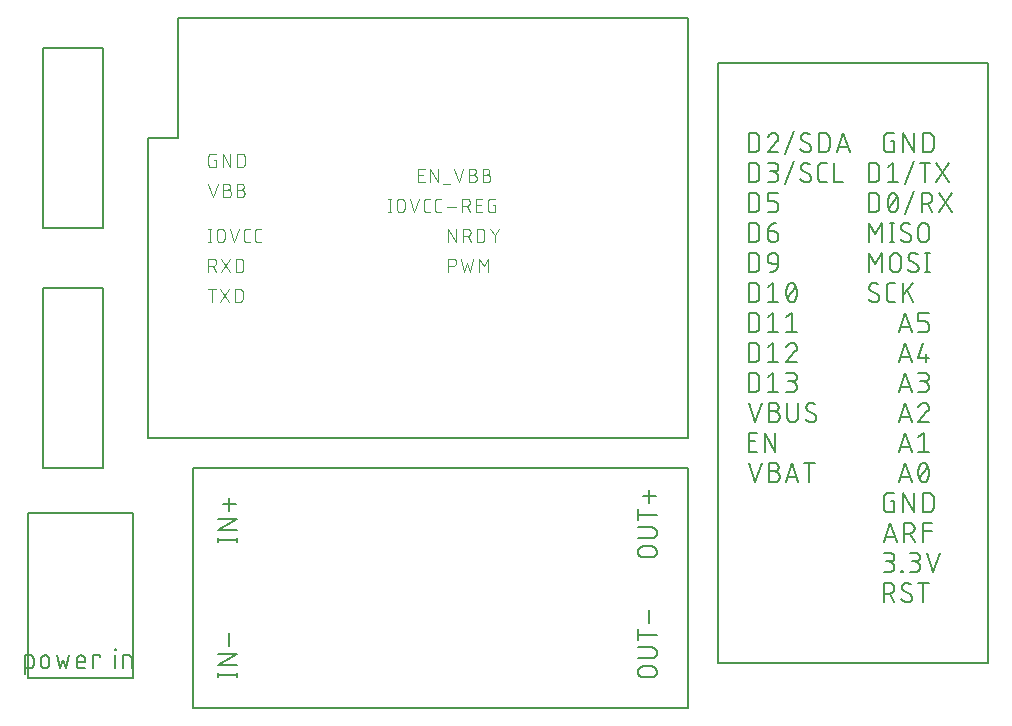
<source format=gbr>
G04 EAGLE Gerber RS-274X export*
G75*
%MOMM*%
%FSLAX34Y34*%
%LPD*%
%INSilkscreen Top*%
%IPPOS*%
%AMOC8*
5,1,8,0,0,1.08239X$1,22.5*%
G01*
%ADD10C,0.127000*%
%ADD11C,0.152400*%
%ADD12C,0.101600*%


D10*
X304800Y127000D02*
X304800Y330200D01*
X723900Y330200D01*
X723900Y127000D01*
X304800Y127000D01*
D11*
X325882Y269268D02*
X342138Y269268D01*
X342138Y267462D02*
X342138Y271074D01*
X325882Y271074D02*
X325882Y267462D01*
X325882Y277779D02*
X342138Y277779D01*
X342138Y286810D02*
X325882Y277779D01*
X325882Y286810D02*
X342138Y286810D01*
X335816Y294070D02*
X335816Y304907D01*
X341235Y299489D02*
X330398Y299489D01*
X685998Y254762D02*
X693222Y254762D01*
X685998Y254762D02*
X685865Y254764D01*
X685733Y254770D01*
X685601Y254780D01*
X685469Y254793D01*
X685337Y254811D01*
X685207Y254832D01*
X685076Y254857D01*
X684947Y254886D01*
X684819Y254919D01*
X684691Y254955D01*
X684565Y254995D01*
X684440Y255039D01*
X684316Y255087D01*
X684194Y255138D01*
X684073Y255193D01*
X683954Y255251D01*
X683836Y255313D01*
X683721Y255378D01*
X683607Y255447D01*
X683496Y255518D01*
X683387Y255594D01*
X683280Y255672D01*
X683175Y255753D01*
X683073Y255838D01*
X682973Y255925D01*
X682876Y256015D01*
X682781Y256108D01*
X682690Y256204D01*
X682601Y256302D01*
X682515Y256403D01*
X682432Y256507D01*
X682352Y256613D01*
X682276Y256721D01*
X682202Y256831D01*
X682132Y256944D01*
X682065Y257058D01*
X682002Y257175D01*
X681942Y257293D01*
X681885Y257413D01*
X681832Y257535D01*
X681783Y257658D01*
X681737Y257782D01*
X681695Y257908D01*
X681657Y258035D01*
X681622Y258163D01*
X681591Y258292D01*
X681564Y258421D01*
X681541Y258552D01*
X681521Y258683D01*
X681506Y258815D01*
X681494Y258947D01*
X681486Y259079D01*
X681482Y259212D01*
X681482Y259344D01*
X681486Y259477D01*
X681494Y259609D01*
X681506Y259741D01*
X681521Y259873D01*
X681541Y260004D01*
X681564Y260135D01*
X681591Y260264D01*
X681622Y260393D01*
X681657Y260521D01*
X681695Y260648D01*
X681737Y260774D01*
X681783Y260898D01*
X681832Y261021D01*
X681885Y261143D01*
X681942Y261263D01*
X682002Y261381D01*
X682065Y261498D01*
X682132Y261612D01*
X682202Y261725D01*
X682276Y261835D01*
X682352Y261943D01*
X682432Y262049D01*
X682515Y262153D01*
X682601Y262254D01*
X682690Y262352D01*
X682781Y262448D01*
X682876Y262541D01*
X682973Y262631D01*
X683073Y262718D01*
X683175Y262803D01*
X683280Y262884D01*
X683387Y262962D01*
X683496Y263038D01*
X683607Y263109D01*
X683721Y263178D01*
X683836Y263243D01*
X683954Y263305D01*
X684073Y263363D01*
X684194Y263418D01*
X684316Y263469D01*
X684440Y263517D01*
X684565Y263561D01*
X684691Y263601D01*
X684819Y263637D01*
X684947Y263670D01*
X685076Y263699D01*
X685207Y263724D01*
X685337Y263745D01*
X685469Y263763D01*
X685601Y263776D01*
X685733Y263786D01*
X685865Y263792D01*
X685998Y263794D01*
X685998Y263793D02*
X693222Y263793D01*
X693222Y263794D02*
X693355Y263792D01*
X693487Y263786D01*
X693619Y263776D01*
X693751Y263763D01*
X693883Y263745D01*
X694013Y263724D01*
X694144Y263699D01*
X694273Y263670D01*
X694401Y263637D01*
X694529Y263601D01*
X694655Y263561D01*
X694780Y263517D01*
X694904Y263469D01*
X695026Y263418D01*
X695147Y263363D01*
X695266Y263305D01*
X695384Y263243D01*
X695499Y263178D01*
X695613Y263109D01*
X695724Y263038D01*
X695833Y262962D01*
X695940Y262884D01*
X696045Y262803D01*
X696147Y262718D01*
X696247Y262631D01*
X696344Y262541D01*
X696439Y262448D01*
X696530Y262352D01*
X696619Y262254D01*
X696705Y262153D01*
X696788Y262049D01*
X696868Y261943D01*
X696944Y261835D01*
X697018Y261725D01*
X697088Y261612D01*
X697155Y261498D01*
X697218Y261381D01*
X697278Y261263D01*
X697335Y261143D01*
X697388Y261021D01*
X697437Y260898D01*
X697483Y260774D01*
X697525Y260648D01*
X697563Y260521D01*
X697598Y260393D01*
X697629Y260264D01*
X697656Y260135D01*
X697679Y260004D01*
X697699Y259873D01*
X697714Y259741D01*
X697726Y259609D01*
X697734Y259477D01*
X697738Y259344D01*
X697738Y259212D01*
X697734Y259079D01*
X697726Y258947D01*
X697714Y258815D01*
X697699Y258683D01*
X697679Y258552D01*
X697656Y258421D01*
X697629Y258292D01*
X697598Y258163D01*
X697563Y258035D01*
X697525Y257908D01*
X697483Y257782D01*
X697437Y257658D01*
X697388Y257535D01*
X697335Y257413D01*
X697278Y257293D01*
X697218Y257175D01*
X697155Y257058D01*
X697088Y256944D01*
X697018Y256831D01*
X696944Y256721D01*
X696868Y256613D01*
X696788Y256507D01*
X696705Y256403D01*
X696619Y256302D01*
X696530Y256204D01*
X696439Y256108D01*
X696344Y256015D01*
X696247Y255925D01*
X696147Y255838D01*
X696045Y255753D01*
X695940Y255672D01*
X695833Y255594D01*
X695724Y255518D01*
X695613Y255447D01*
X695499Y255378D01*
X695384Y255313D01*
X695266Y255251D01*
X695147Y255193D01*
X695026Y255138D01*
X694904Y255087D01*
X694780Y255039D01*
X694655Y254995D01*
X694529Y254955D01*
X694401Y254919D01*
X694273Y254886D01*
X694144Y254857D01*
X694013Y254832D01*
X693883Y254811D01*
X693751Y254793D01*
X693619Y254780D01*
X693487Y254770D01*
X693355Y254764D01*
X693222Y254762D01*
X693222Y270914D02*
X681482Y270914D01*
X693222Y270914D02*
X693355Y270916D01*
X693487Y270922D01*
X693619Y270932D01*
X693751Y270945D01*
X693883Y270963D01*
X694013Y270984D01*
X694144Y271009D01*
X694273Y271038D01*
X694401Y271071D01*
X694529Y271107D01*
X694655Y271147D01*
X694780Y271191D01*
X694904Y271239D01*
X695026Y271290D01*
X695147Y271345D01*
X695266Y271403D01*
X695384Y271465D01*
X695499Y271530D01*
X695613Y271599D01*
X695724Y271670D01*
X695833Y271746D01*
X695940Y271824D01*
X696045Y271905D01*
X696147Y271990D01*
X696247Y272077D01*
X696344Y272167D01*
X696439Y272260D01*
X696530Y272356D01*
X696619Y272454D01*
X696705Y272555D01*
X696788Y272659D01*
X696868Y272765D01*
X696944Y272873D01*
X697018Y272983D01*
X697088Y273096D01*
X697155Y273210D01*
X697218Y273327D01*
X697278Y273445D01*
X697335Y273565D01*
X697388Y273687D01*
X697437Y273810D01*
X697483Y273934D01*
X697525Y274060D01*
X697563Y274187D01*
X697598Y274315D01*
X697629Y274444D01*
X697656Y274573D01*
X697679Y274704D01*
X697699Y274835D01*
X697714Y274967D01*
X697726Y275099D01*
X697734Y275231D01*
X697738Y275364D01*
X697738Y275496D01*
X697734Y275629D01*
X697726Y275761D01*
X697714Y275893D01*
X697699Y276025D01*
X697679Y276156D01*
X697656Y276287D01*
X697629Y276416D01*
X697598Y276545D01*
X697563Y276673D01*
X697525Y276800D01*
X697483Y276926D01*
X697437Y277050D01*
X697388Y277173D01*
X697335Y277295D01*
X697278Y277415D01*
X697218Y277533D01*
X697155Y277650D01*
X697088Y277764D01*
X697018Y277877D01*
X696944Y277987D01*
X696868Y278095D01*
X696788Y278201D01*
X696705Y278305D01*
X696619Y278406D01*
X696530Y278504D01*
X696439Y278600D01*
X696344Y278693D01*
X696247Y278783D01*
X696147Y278870D01*
X696045Y278955D01*
X695940Y279036D01*
X695833Y279114D01*
X695724Y279190D01*
X695613Y279261D01*
X695499Y279330D01*
X695384Y279395D01*
X695266Y279457D01*
X695147Y279515D01*
X695026Y279570D01*
X694904Y279621D01*
X694780Y279669D01*
X694655Y279713D01*
X694529Y279753D01*
X694401Y279789D01*
X694273Y279822D01*
X694144Y279851D01*
X694013Y279876D01*
X693883Y279897D01*
X693751Y279915D01*
X693619Y279928D01*
X693487Y279938D01*
X693355Y279944D01*
X693222Y279946D01*
X693222Y279945D02*
X681482Y279945D01*
X681482Y290540D02*
X697738Y290540D01*
X681482Y286025D02*
X681482Y295056D01*
X691416Y300753D02*
X691416Y311590D01*
X685998Y306171D02*
X696835Y306171D01*
X693222Y153162D02*
X685998Y153162D01*
X685865Y153164D01*
X685733Y153170D01*
X685601Y153180D01*
X685469Y153193D01*
X685337Y153211D01*
X685207Y153232D01*
X685076Y153257D01*
X684947Y153286D01*
X684819Y153319D01*
X684691Y153355D01*
X684565Y153395D01*
X684440Y153439D01*
X684316Y153487D01*
X684194Y153538D01*
X684073Y153593D01*
X683954Y153651D01*
X683836Y153713D01*
X683721Y153778D01*
X683607Y153847D01*
X683496Y153918D01*
X683387Y153994D01*
X683280Y154072D01*
X683175Y154153D01*
X683073Y154238D01*
X682973Y154325D01*
X682876Y154415D01*
X682781Y154508D01*
X682690Y154604D01*
X682601Y154702D01*
X682515Y154803D01*
X682432Y154907D01*
X682352Y155013D01*
X682276Y155121D01*
X682202Y155231D01*
X682132Y155344D01*
X682065Y155458D01*
X682002Y155575D01*
X681942Y155693D01*
X681885Y155813D01*
X681832Y155935D01*
X681783Y156058D01*
X681737Y156182D01*
X681695Y156308D01*
X681657Y156435D01*
X681622Y156563D01*
X681591Y156692D01*
X681564Y156821D01*
X681541Y156952D01*
X681521Y157083D01*
X681506Y157215D01*
X681494Y157347D01*
X681486Y157479D01*
X681482Y157612D01*
X681482Y157744D01*
X681486Y157877D01*
X681494Y158009D01*
X681506Y158141D01*
X681521Y158273D01*
X681541Y158404D01*
X681564Y158535D01*
X681591Y158664D01*
X681622Y158793D01*
X681657Y158921D01*
X681695Y159048D01*
X681737Y159174D01*
X681783Y159298D01*
X681832Y159421D01*
X681885Y159543D01*
X681942Y159663D01*
X682002Y159781D01*
X682065Y159898D01*
X682132Y160012D01*
X682202Y160125D01*
X682276Y160235D01*
X682352Y160343D01*
X682432Y160449D01*
X682515Y160553D01*
X682601Y160654D01*
X682690Y160752D01*
X682781Y160848D01*
X682876Y160941D01*
X682973Y161031D01*
X683073Y161118D01*
X683175Y161203D01*
X683280Y161284D01*
X683387Y161362D01*
X683496Y161438D01*
X683607Y161509D01*
X683721Y161578D01*
X683836Y161643D01*
X683954Y161705D01*
X684073Y161763D01*
X684194Y161818D01*
X684316Y161869D01*
X684440Y161917D01*
X684565Y161961D01*
X684691Y162001D01*
X684819Y162037D01*
X684947Y162070D01*
X685076Y162099D01*
X685207Y162124D01*
X685337Y162145D01*
X685469Y162163D01*
X685601Y162176D01*
X685733Y162186D01*
X685865Y162192D01*
X685998Y162194D01*
X685998Y162193D02*
X693222Y162193D01*
X693222Y162194D02*
X693355Y162192D01*
X693487Y162186D01*
X693619Y162176D01*
X693751Y162163D01*
X693883Y162145D01*
X694013Y162124D01*
X694144Y162099D01*
X694273Y162070D01*
X694401Y162037D01*
X694529Y162001D01*
X694655Y161961D01*
X694780Y161917D01*
X694904Y161869D01*
X695026Y161818D01*
X695147Y161763D01*
X695266Y161705D01*
X695384Y161643D01*
X695499Y161578D01*
X695613Y161509D01*
X695724Y161438D01*
X695833Y161362D01*
X695940Y161284D01*
X696045Y161203D01*
X696147Y161118D01*
X696247Y161031D01*
X696344Y160941D01*
X696439Y160848D01*
X696530Y160752D01*
X696619Y160654D01*
X696705Y160553D01*
X696788Y160449D01*
X696868Y160343D01*
X696944Y160235D01*
X697018Y160125D01*
X697088Y160012D01*
X697155Y159898D01*
X697218Y159781D01*
X697278Y159663D01*
X697335Y159543D01*
X697388Y159421D01*
X697437Y159298D01*
X697483Y159174D01*
X697525Y159048D01*
X697563Y158921D01*
X697598Y158793D01*
X697629Y158664D01*
X697656Y158535D01*
X697679Y158404D01*
X697699Y158273D01*
X697714Y158141D01*
X697726Y158009D01*
X697734Y157877D01*
X697738Y157744D01*
X697738Y157612D01*
X697734Y157479D01*
X697726Y157347D01*
X697714Y157215D01*
X697699Y157083D01*
X697679Y156952D01*
X697656Y156821D01*
X697629Y156692D01*
X697598Y156563D01*
X697563Y156435D01*
X697525Y156308D01*
X697483Y156182D01*
X697437Y156058D01*
X697388Y155935D01*
X697335Y155813D01*
X697278Y155693D01*
X697218Y155575D01*
X697155Y155458D01*
X697088Y155344D01*
X697018Y155231D01*
X696944Y155121D01*
X696868Y155013D01*
X696788Y154907D01*
X696705Y154803D01*
X696619Y154702D01*
X696530Y154604D01*
X696439Y154508D01*
X696344Y154415D01*
X696247Y154325D01*
X696147Y154238D01*
X696045Y154153D01*
X695940Y154072D01*
X695833Y153994D01*
X695724Y153918D01*
X695613Y153847D01*
X695499Y153778D01*
X695384Y153713D01*
X695266Y153651D01*
X695147Y153593D01*
X695026Y153538D01*
X694904Y153487D01*
X694780Y153439D01*
X694655Y153395D01*
X694529Y153355D01*
X694401Y153319D01*
X694273Y153286D01*
X694144Y153257D01*
X694013Y153232D01*
X693883Y153211D01*
X693751Y153193D01*
X693619Y153180D01*
X693487Y153170D01*
X693355Y153164D01*
X693222Y153162D01*
X693222Y169314D02*
X681482Y169314D01*
X693222Y169314D02*
X693355Y169316D01*
X693487Y169322D01*
X693619Y169332D01*
X693751Y169345D01*
X693883Y169363D01*
X694013Y169384D01*
X694144Y169409D01*
X694273Y169438D01*
X694401Y169471D01*
X694529Y169507D01*
X694655Y169547D01*
X694780Y169591D01*
X694904Y169639D01*
X695026Y169690D01*
X695147Y169745D01*
X695266Y169803D01*
X695384Y169865D01*
X695499Y169930D01*
X695613Y169999D01*
X695724Y170070D01*
X695833Y170146D01*
X695940Y170224D01*
X696045Y170305D01*
X696147Y170390D01*
X696247Y170477D01*
X696344Y170567D01*
X696439Y170660D01*
X696530Y170756D01*
X696619Y170854D01*
X696705Y170955D01*
X696788Y171059D01*
X696868Y171165D01*
X696944Y171273D01*
X697018Y171383D01*
X697088Y171496D01*
X697155Y171610D01*
X697218Y171727D01*
X697278Y171845D01*
X697335Y171965D01*
X697388Y172087D01*
X697437Y172210D01*
X697483Y172334D01*
X697525Y172460D01*
X697563Y172587D01*
X697598Y172715D01*
X697629Y172844D01*
X697656Y172973D01*
X697679Y173104D01*
X697699Y173235D01*
X697714Y173367D01*
X697726Y173499D01*
X697734Y173631D01*
X697738Y173764D01*
X697738Y173896D01*
X697734Y174029D01*
X697726Y174161D01*
X697714Y174293D01*
X697699Y174425D01*
X697679Y174556D01*
X697656Y174687D01*
X697629Y174816D01*
X697598Y174945D01*
X697563Y175073D01*
X697525Y175200D01*
X697483Y175326D01*
X697437Y175450D01*
X697388Y175573D01*
X697335Y175695D01*
X697278Y175815D01*
X697218Y175933D01*
X697155Y176050D01*
X697088Y176164D01*
X697018Y176277D01*
X696944Y176387D01*
X696868Y176495D01*
X696788Y176601D01*
X696705Y176705D01*
X696619Y176806D01*
X696530Y176904D01*
X696439Y177000D01*
X696344Y177093D01*
X696247Y177183D01*
X696147Y177270D01*
X696045Y177355D01*
X695940Y177436D01*
X695833Y177514D01*
X695724Y177590D01*
X695613Y177661D01*
X695499Y177730D01*
X695384Y177795D01*
X695266Y177857D01*
X695147Y177915D01*
X695026Y177970D01*
X694904Y178021D01*
X694780Y178069D01*
X694655Y178113D01*
X694529Y178153D01*
X694401Y178189D01*
X694273Y178222D01*
X694144Y178251D01*
X694013Y178276D01*
X693883Y178297D01*
X693751Y178315D01*
X693619Y178328D01*
X693487Y178338D01*
X693355Y178344D01*
X693222Y178346D01*
X693222Y178345D02*
X681482Y178345D01*
X681482Y188940D02*
X697738Y188940D01*
X681482Y184425D02*
X681482Y193456D01*
X691416Y199153D02*
X691416Y209990D01*
X342138Y154968D02*
X325882Y154968D01*
X342138Y153162D02*
X342138Y156774D01*
X325882Y156774D02*
X325882Y153162D01*
X325882Y163479D02*
X342138Y163479D01*
X342138Y172510D02*
X325882Y163479D01*
X325882Y172510D02*
X342138Y172510D01*
X335816Y179770D02*
X335816Y190607D01*
D10*
X749300Y673100D02*
X977900Y673100D01*
X977900Y165100D01*
X749300Y165100D01*
X749300Y673100D01*
D11*
X775462Y613918D02*
X775462Y597662D01*
X775462Y613918D02*
X779978Y613918D01*
X780109Y613916D01*
X780241Y613910D01*
X780372Y613901D01*
X780502Y613887D01*
X780633Y613870D01*
X780762Y613849D01*
X780891Y613825D01*
X781019Y613796D01*
X781147Y613764D01*
X781273Y613728D01*
X781398Y613689D01*
X781523Y613646D01*
X781645Y613599D01*
X781767Y613549D01*
X781887Y613495D01*
X782005Y613438D01*
X782121Y613377D01*
X782236Y613313D01*
X782349Y613246D01*
X782460Y613175D01*
X782568Y613101D01*
X782675Y613024D01*
X782779Y612944D01*
X782881Y612861D01*
X782980Y612776D01*
X783077Y612687D01*
X783171Y612595D01*
X783263Y612501D01*
X783352Y612404D01*
X783437Y612305D01*
X783520Y612203D01*
X783600Y612099D01*
X783677Y611992D01*
X783751Y611884D01*
X783822Y611773D01*
X783889Y611660D01*
X783953Y611545D01*
X784014Y611429D01*
X784071Y611311D01*
X784125Y611191D01*
X784175Y611069D01*
X784222Y610947D01*
X784265Y610822D01*
X784304Y610697D01*
X784340Y610571D01*
X784372Y610443D01*
X784401Y610315D01*
X784425Y610186D01*
X784446Y610057D01*
X784463Y609926D01*
X784477Y609796D01*
X784486Y609665D01*
X784492Y609533D01*
X784494Y609402D01*
X784493Y609402D02*
X784493Y602178D01*
X784494Y602178D02*
X784492Y602047D01*
X784486Y601915D01*
X784477Y601784D01*
X784463Y601654D01*
X784446Y601523D01*
X784425Y601394D01*
X784401Y601265D01*
X784372Y601137D01*
X784340Y601009D01*
X784304Y600883D01*
X784265Y600758D01*
X784222Y600633D01*
X784175Y600511D01*
X784125Y600389D01*
X784071Y600269D01*
X784014Y600151D01*
X783953Y600035D01*
X783889Y599920D01*
X783822Y599807D01*
X783751Y599696D01*
X783677Y599588D01*
X783600Y599481D01*
X783520Y599377D01*
X783437Y599275D01*
X783352Y599176D01*
X783263Y599079D01*
X783171Y598985D01*
X783077Y598893D01*
X782980Y598804D01*
X782881Y598719D01*
X782779Y598636D01*
X782675Y598556D01*
X782568Y598479D01*
X782460Y598405D01*
X782349Y598334D01*
X782236Y598267D01*
X782121Y598203D01*
X782005Y598142D01*
X781887Y598085D01*
X781767Y598031D01*
X781645Y597981D01*
X781523Y597934D01*
X781398Y597891D01*
X781273Y597852D01*
X781147Y597816D01*
X781019Y597784D01*
X780891Y597755D01*
X780762Y597731D01*
X780632Y597710D01*
X780502Y597693D01*
X780372Y597679D01*
X780241Y597670D01*
X780109Y597664D01*
X779978Y597662D01*
X775462Y597662D01*
X796581Y613918D02*
X796706Y613916D01*
X796831Y613910D01*
X796956Y613901D01*
X797080Y613887D01*
X797204Y613870D01*
X797328Y613849D01*
X797450Y613824D01*
X797572Y613795D01*
X797693Y613763D01*
X797813Y613727D01*
X797932Y613687D01*
X798049Y613644D01*
X798165Y613597D01*
X798280Y613546D01*
X798392Y613492D01*
X798504Y613434D01*
X798613Y613374D01*
X798720Y613309D01*
X798826Y613242D01*
X798929Y613171D01*
X799030Y613097D01*
X799129Y613020D01*
X799225Y612940D01*
X799319Y612857D01*
X799410Y612772D01*
X799499Y612683D01*
X799584Y612592D01*
X799667Y612498D01*
X799747Y612402D01*
X799824Y612303D01*
X799898Y612202D01*
X799969Y612099D01*
X800036Y611993D01*
X800101Y611886D01*
X800161Y611777D01*
X800219Y611665D01*
X800273Y611553D01*
X800324Y611438D01*
X800371Y611322D01*
X800414Y611205D01*
X800454Y611086D01*
X800490Y610966D01*
X800522Y610845D01*
X800551Y610723D01*
X800576Y610601D01*
X800597Y610477D01*
X800614Y610353D01*
X800628Y610229D01*
X800637Y610104D01*
X800643Y609979D01*
X800645Y609854D01*
X796581Y613918D02*
X796438Y613916D01*
X796296Y613910D01*
X796153Y613900D01*
X796011Y613887D01*
X795870Y613869D01*
X795728Y613848D01*
X795588Y613823D01*
X795448Y613794D01*
X795309Y613761D01*
X795171Y613724D01*
X795034Y613684D01*
X794899Y613640D01*
X794764Y613592D01*
X794631Y613540D01*
X794499Y613485D01*
X794369Y613426D01*
X794241Y613364D01*
X794114Y613298D01*
X793989Y613229D01*
X793866Y613157D01*
X793746Y613081D01*
X793627Y613002D01*
X793510Y612919D01*
X793396Y612834D01*
X793284Y612745D01*
X793175Y612654D01*
X793068Y612559D01*
X792963Y612462D01*
X792862Y612361D01*
X792763Y612258D01*
X792667Y612153D01*
X792574Y612044D01*
X792484Y611933D01*
X792397Y611820D01*
X792313Y611705D01*
X792233Y611587D01*
X792155Y611467D01*
X792081Y611345D01*
X792011Y611221D01*
X791943Y611095D01*
X791880Y610967D01*
X791819Y610838D01*
X791762Y610707D01*
X791709Y610575D01*
X791660Y610441D01*
X791614Y610306D01*
X799290Y606693D02*
X799384Y606785D01*
X799474Y606879D01*
X799562Y606976D01*
X799647Y607076D01*
X799729Y607178D01*
X799808Y607283D01*
X799883Y607390D01*
X799955Y607499D01*
X800024Y607610D01*
X800090Y607724D01*
X800152Y607839D01*
X800211Y607956D01*
X800266Y608075D01*
X800317Y608195D01*
X800365Y608317D01*
X800410Y608440D01*
X800450Y608564D01*
X800487Y608690D01*
X800520Y608817D01*
X800549Y608944D01*
X800575Y609073D01*
X800596Y609202D01*
X800614Y609332D01*
X800627Y609462D01*
X800637Y609592D01*
X800643Y609723D01*
X800645Y609854D01*
X799291Y606693D02*
X791614Y597662D01*
X800645Y597662D01*
X806585Y595856D02*
X813810Y615724D01*
X828260Y601274D02*
X828258Y601156D01*
X828252Y601038D01*
X828243Y600920D01*
X828229Y600803D01*
X828212Y600686D01*
X828191Y600569D01*
X828166Y600454D01*
X828137Y600339D01*
X828104Y600225D01*
X828068Y600113D01*
X828028Y600002D01*
X827985Y599892D01*
X827938Y599783D01*
X827888Y599676D01*
X827833Y599571D01*
X827776Y599468D01*
X827715Y599367D01*
X827651Y599267D01*
X827584Y599170D01*
X827514Y599075D01*
X827440Y598983D01*
X827364Y598892D01*
X827284Y598805D01*
X827202Y598720D01*
X827117Y598638D01*
X827030Y598558D01*
X826939Y598482D01*
X826847Y598408D01*
X826752Y598338D01*
X826655Y598271D01*
X826555Y598207D01*
X826454Y598146D01*
X826351Y598089D01*
X826246Y598034D01*
X826139Y597984D01*
X826030Y597937D01*
X825920Y597894D01*
X825809Y597854D01*
X825697Y597818D01*
X825583Y597785D01*
X825468Y597756D01*
X825353Y597731D01*
X825236Y597710D01*
X825119Y597693D01*
X825002Y597679D01*
X824884Y597670D01*
X824766Y597664D01*
X824648Y597662D01*
X824465Y597664D01*
X824283Y597671D01*
X824101Y597682D01*
X823919Y597697D01*
X823737Y597717D01*
X823556Y597740D01*
X823376Y597769D01*
X823196Y597801D01*
X823017Y597838D01*
X822840Y597879D01*
X822663Y597925D01*
X822487Y597974D01*
X822313Y598028D01*
X822139Y598086D01*
X821968Y598148D01*
X821798Y598214D01*
X821629Y598285D01*
X821462Y598359D01*
X821297Y598437D01*
X821134Y598519D01*
X820973Y598605D01*
X820814Y598695D01*
X820657Y598789D01*
X820503Y598886D01*
X820351Y598987D01*
X820201Y599092D01*
X820054Y599200D01*
X819910Y599311D01*
X819768Y599426D01*
X819629Y599545D01*
X819493Y599667D01*
X819360Y599792D01*
X819230Y599920D01*
X819681Y610306D02*
X819683Y610424D01*
X819689Y610542D01*
X819698Y610660D01*
X819712Y610777D01*
X819729Y610894D01*
X819750Y611011D01*
X819775Y611126D01*
X819804Y611241D01*
X819837Y611355D01*
X819873Y611467D01*
X819913Y611578D01*
X819956Y611688D01*
X820003Y611797D01*
X820053Y611904D01*
X820108Y612009D01*
X820165Y612112D01*
X820226Y612213D01*
X820290Y612313D01*
X820357Y612410D01*
X820427Y612505D01*
X820501Y612597D01*
X820577Y612688D01*
X820657Y612775D01*
X820739Y612860D01*
X820824Y612942D01*
X820911Y613022D01*
X821002Y613098D01*
X821094Y613172D01*
X821189Y613242D01*
X821286Y613309D01*
X821386Y613373D01*
X821487Y613434D01*
X821590Y613492D01*
X821695Y613546D01*
X821802Y613596D01*
X821911Y613643D01*
X822021Y613687D01*
X822132Y613726D01*
X822245Y613762D01*
X822358Y613795D01*
X822473Y613824D01*
X822588Y613849D01*
X822705Y613870D01*
X822822Y613887D01*
X822939Y613901D01*
X823057Y613910D01*
X823175Y613916D01*
X823293Y613918D01*
X823454Y613916D01*
X823616Y613910D01*
X823777Y613901D01*
X823938Y613887D01*
X824098Y613870D01*
X824258Y613849D01*
X824418Y613824D01*
X824577Y613795D01*
X824735Y613763D01*
X824892Y613727D01*
X825048Y613687D01*
X825204Y613643D01*
X825358Y613595D01*
X825511Y613544D01*
X825663Y613490D01*
X825814Y613431D01*
X825963Y613370D01*
X826110Y613304D01*
X826256Y613235D01*
X826401Y613163D01*
X826543Y613087D01*
X826684Y613008D01*
X826823Y612926D01*
X826959Y612840D01*
X827094Y612751D01*
X827227Y612659D01*
X827357Y612563D01*
X821487Y607145D02*
X821386Y607207D01*
X821286Y607272D01*
X821189Y607341D01*
X821094Y607413D01*
X821001Y607487D01*
X820911Y607565D01*
X820823Y607646D01*
X820738Y607729D01*
X820656Y607815D01*
X820577Y607904D01*
X820500Y607995D01*
X820427Y608089D01*
X820356Y608185D01*
X820289Y608283D01*
X820225Y608383D01*
X820164Y608486D01*
X820107Y608590D01*
X820053Y608696D01*
X820003Y608804D01*
X819956Y608913D01*
X819912Y609024D01*
X819872Y609136D01*
X819836Y609250D01*
X819804Y609364D01*
X819775Y609480D01*
X819750Y609596D01*
X819729Y609713D01*
X819712Y609831D01*
X819698Y609949D01*
X819689Y610068D01*
X819683Y610187D01*
X819681Y610306D01*
X826455Y604435D02*
X826556Y604373D01*
X826656Y604308D01*
X826753Y604239D01*
X826848Y604167D01*
X826941Y604093D01*
X827031Y604015D01*
X827119Y603934D01*
X827204Y603851D01*
X827286Y603765D01*
X827365Y603676D01*
X827442Y603585D01*
X827515Y603491D01*
X827586Y603395D01*
X827653Y603297D01*
X827717Y603197D01*
X827778Y603094D01*
X827835Y602990D01*
X827889Y602884D01*
X827939Y602776D01*
X827986Y602667D01*
X828030Y602556D01*
X828070Y602444D01*
X828106Y602330D01*
X828138Y602216D01*
X828167Y602100D01*
X828192Y601984D01*
X828213Y601867D01*
X828230Y601749D01*
X828244Y601631D01*
X828253Y601512D01*
X828259Y601393D01*
X828261Y601274D01*
X826454Y604435D02*
X821487Y607145D01*
X834861Y613918D02*
X834861Y597662D01*
X834861Y613918D02*
X839376Y613918D01*
X839507Y613916D01*
X839639Y613910D01*
X839770Y613901D01*
X839900Y613887D01*
X840031Y613870D01*
X840160Y613849D01*
X840289Y613825D01*
X840417Y613796D01*
X840545Y613764D01*
X840671Y613728D01*
X840796Y613689D01*
X840921Y613646D01*
X841043Y613599D01*
X841165Y613549D01*
X841285Y613495D01*
X841403Y613438D01*
X841519Y613377D01*
X841634Y613313D01*
X841747Y613246D01*
X841858Y613175D01*
X841966Y613101D01*
X842073Y613024D01*
X842177Y612944D01*
X842279Y612861D01*
X842378Y612776D01*
X842475Y612687D01*
X842569Y612595D01*
X842661Y612501D01*
X842750Y612404D01*
X842835Y612305D01*
X842918Y612203D01*
X842998Y612099D01*
X843075Y611992D01*
X843149Y611884D01*
X843220Y611773D01*
X843287Y611660D01*
X843351Y611545D01*
X843412Y611429D01*
X843469Y611311D01*
X843523Y611191D01*
X843573Y611069D01*
X843620Y610947D01*
X843663Y610822D01*
X843702Y610697D01*
X843738Y610571D01*
X843770Y610443D01*
X843799Y610315D01*
X843823Y610186D01*
X843844Y610057D01*
X843861Y609926D01*
X843875Y609796D01*
X843884Y609665D01*
X843890Y609533D01*
X843892Y609402D01*
X843892Y602178D01*
X843890Y602047D01*
X843884Y601915D01*
X843875Y601784D01*
X843861Y601654D01*
X843844Y601523D01*
X843823Y601394D01*
X843799Y601265D01*
X843770Y601137D01*
X843738Y601009D01*
X843702Y600883D01*
X843663Y600758D01*
X843620Y600633D01*
X843573Y600511D01*
X843523Y600389D01*
X843469Y600269D01*
X843412Y600151D01*
X843351Y600035D01*
X843287Y599920D01*
X843220Y599807D01*
X843149Y599696D01*
X843075Y599588D01*
X842998Y599481D01*
X842918Y599377D01*
X842835Y599275D01*
X842750Y599176D01*
X842661Y599079D01*
X842569Y598985D01*
X842475Y598893D01*
X842378Y598804D01*
X842279Y598719D01*
X842177Y598636D01*
X842073Y598556D01*
X841966Y598479D01*
X841858Y598405D01*
X841747Y598334D01*
X841634Y598267D01*
X841519Y598203D01*
X841403Y598142D01*
X841285Y598085D01*
X841165Y598031D01*
X841043Y597981D01*
X840921Y597934D01*
X840796Y597891D01*
X840671Y597852D01*
X840545Y597816D01*
X840417Y597784D01*
X840289Y597755D01*
X840160Y597731D01*
X840030Y597710D01*
X839900Y597693D01*
X839770Y597679D01*
X839639Y597670D01*
X839507Y597664D01*
X839376Y597662D01*
X834861Y597662D01*
X850110Y597662D02*
X855529Y613918D01*
X860947Y597662D01*
X859593Y601726D02*
X851465Y601726D01*
X775462Y588518D02*
X775462Y572262D01*
X775462Y588518D02*
X779978Y588518D01*
X780109Y588516D01*
X780241Y588510D01*
X780372Y588501D01*
X780502Y588487D01*
X780633Y588470D01*
X780762Y588449D01*
X780891Y588425D01*
X781019Y588396D01*
X781147Y588364D01*
X781273Y588328D01*
X781398Y588289D01*
X781523Y588246D01*
X781645Y588199D01*
X781767Y588149D01*
X781887Y588095D01*
X782005Y588038D01*
X782121Y587977D01*
X782236Y587913D01*
X782349Y587846D01*
X782460Y587775D01*
X782568Y587701D01*
X782675Y587624D01*
X782779Y587544D01*
X782881Y587461D01*
X782980Y587376D01*
X783077Y587287D01*
X783171Y587195D01*
X783263Y587101D01*
X783352Y587004D01*
X783437Y586905D01*
X783520Y586803D01*
X783600Y586699D01*
X783677Y586592D01*
X783751Y586484D01*
X783822Y586373D01*
X783889Y586260D01*
X783953Y586145D01*
X784014Y586029D01*
X784071Y585911D01*
X784125Y585791D01*
X784175Y585669D01*
X784222Y585547D01*
X784265Y585422D01*
X784304Y585297D01*
X784340Y585171D01*
X784372Y585043D01*
X784401Y584915D01*
X784425Y584786D01*
X784446Y584657D01*
X784463Y584526D01*
X784477Y584396D01*
X784486Y584265D01*
X784492Y584133D01*
X784494Y584002D01*
X784493Y584002D02*
X784493Y576778D01*
X784494Y576778D02*
X784492Y576647D01*
X784486Y576515D01*
X784477Y576384D01*
X784463Y576254D01*
X784446Y576123D01*
X784425Y575994D01*
X784401Y575865D01*
X784372Y575737D01*
X784340Y575609D01*
X784304Y575483D01*
X784265Y575358D01*
X784222Y575233D01*
X784175Y575111D01*
X784125Y574989D01*
X784071Y574869D01*
X784014Y574751D01*
X783953Y574635D01*
X783889Y574520D01*
X783822Y574407D01*
X783751Y574296D01*
X783677Y574188D01*
X783600Y574081D01*
X783520Y573977D01*
X783437Y573875D01*
X783352Y573776D01*
X783263Y573679D01*
X783171Y573585D01*
X783077Y573493D01*
X782980Y573404D01*
X782881Y573319D01*
X782779Y573236D01*
X782675Y573156D01*
X782568Y573079D01*
X782460Y573005D01*
X782349Y572934D01*
X782236Y572867D01*
X782121Y572803D01*
X782005Y572742D01*
X781887Y572685D01*
X781767Y572631D01*
X781645Y572581D01*
X781523Y572534D01*
X781398Y572491D01*
X781273Y572452D01*
X781147Y572416D01*
X781019Y572384D01*
X780891Y572355D01*
X780762Y572331D01*
X780632Y572310D01*
X780502Y572293D01*
X780372Y572279D01*
X780241Y572270D01*
X780109Y572264D01*
X779978Y572262D01*
X775462Y572262D01*
X791614Y572262D02*
X796130Y572262D01*
X796263Y572264D01*
X796395Y572270D01*
X796527Y572280D01*
X796659Y572293D01*
X796791Y572311D01*
X796921Y572332D01*
X797052Y572357D01*
X797181Y572386D01*
X797309Y572419D01*
X797437Y572455D01*
X797563Y572495D01*
X797688Y572539D01*
X797812Y572587D01*
X797934Y572638D01*
X798055Y572693D01*
X798174Y572751D01*
X798292Y572813D01*
X798407Y572878D01*
X798521Y572947D01*
X798632Y573018D01*
X798741Y573094D01*
X798848Y573172D01*
X798953Y573253D01*
X799055Y573338D01*
X799155Y573425D01*
X799252Y573515D01*
X799347Y573608D01*
X799438Y573704D01*
X799527Y573802D01*
X799613Y573903D01*
X799696Y574007D01*
X799776Y574113D01*
X799852Y574221D01*
X799926Y574331D01*
X799996Y574444D01*
X800063Y574558D01*
X800126Y574675D01*
X800186Y574793D01*
X800243Y574913D01*
X800296Y575035D01*
X800345Y575158D01*
X800391Y575282D01*
X800433Y575408D01*
X800471Y575535D01*
X800506Y575663D01*
X800537Y575792D01*
X800564Y575921D01*
X800587Y576052D01*
X800607Y576183D01*
X800622Y576315D01*
X800634Y576447D01*
X800642Y576579D01*
X800646Y576712D01*
X800646Y576844D01*
X800642Y576977D01*
X800634Y577109D01*
X800622Y577241D01*
X800607Y577373D01*
X800587Y577504D01*
X800564Y577635D01*
X800537Y577764D01*
X800506Y577893D01*
X800471Y578021D01*
X800433Y578148D01*
X800391Y578274D01*
X800345Y578398D01*
X800296Y578521D01*
X800243Y578643D01*
X800186Y578763D01*
X800126Y578881D01*
X800063Y578998D01*
X799996Y579112D01*
X799926Y579225D01*
X799852Y579335D01*
X799776Y579443D01*
X799696Y579549D01*
X799613Y579653D01*
X799527Y579754D01*
X799438Y579852D01*
X799347Y579948D01*
X799252Y580041D01*
X799155Y580131D01*
X799055Y580218D01*
X798953Y580303D01*
X798848Y580384D01*
X798741Y580462D01*
X798632Y580538D01*
X798521Y580609D01*
X798407Y580678D01*
X798292Y580743D01*
X798174Y580805D01*
X798055Y580863D01*
X797934Y580918D01*
X797812Y580969D01*
X797688Y581017D01*
X797563Y581061D01*
X797437Y581101D01*
X797309Y581137D01*
X797181Y581170D01*
X797052Y581199D01*
X796921Y581224D01*
X796791Y581245D01*
X796659Y581263D01*
X796527Y581276D01*
X796395Y581286D01*
X796263Y581292D01*
X796130Y581294D01*
X797033Y588518D02*
X791614Y588518D01*
X797033Y588518D02*
X797152Y588516D01*
X797272Y588510D01*
X797391Y588500D01*
X797509Y588486D01*
X797628Y588469D01*
X797745Y588447D01*
X797862Y588422D01*
X797977Y588392D01*
X798092Y588359D01*
X798206Y588322D01*
X798318Y588282D01*
X798429Y588237D01*
X798538Y588189D01*
X798646Y588138D01*
X798752Y588083D01*
X798856Y588024D01*
X798958Y587962D01*
X799058Y587897D01*
X799156Y587828D01*
X799252Y587756D01*
X799345Y587681D01*
X799435Y587604D01*
X799523Y587523D01*
X799608Y587439D01*
X799690Y587352D01*
X799770Y587263D01*
X799846Y587171D01*
X799920Y587077D01*
X799990Y586980D01*
X800057Y586882D01*
X800121Y586781D01*
X800181Y586677D01*
X800238Y586572D01*
X800291Y586465D01*
X800341Y586357D01*
X800387Y586247D01*
X800429Y586135D01*
X800468Y586022D01*
X800503Y585908D01*
X800534Y585793D01*
X800562Y585676D01*
X800585Y585559D01*
X800605Y585442D01*
X800621Y585323D01*
X800633Y585204D01*
X800641Y585085D01*
X800645Y584966D01*
X800645Y584846D01*
X800641Y584727D01*
X800633Y584608D01*
X800621Y584489D01*
X800605Y584370D01*
X800585Y584253D01*
X800562Y584136D01*
X800534Y584019D01*
X800503Y583904D01*
X800468Y583790D01*
X800429Y583677D01*
X800387Y583565D01*
X800341Y583455D01*
X800291Y583347D01*
X800238Y583240D01*
X800181Y583135D01*
X800121Y583031D01*
X800057Y582930D01*
X799990Y582832D01*
X799920Y582735D01*
X799846Y582641D01*
X799770Y582549D01*
X799690Y582460D01*
X799608Y582373D01*
X799523Y582289D01*
X799435Y582208D01*
X799345Y582131D01*
X799252Y582056D01*
X799156Y581984D01*
X799058Y581915D01*
X798958Y581850D01*
X798856Y581788D01*
X798752Y581729D01*
X798646Y581674D01*
X798538Y581623D01*
X798429Y581575D01*
X798318Y581530D01*
X798206Y581490D01*
X798092Y581453D01*
X797977Y581420D01*
X797862Y581390D01*
X797745Y581365D01*
X797628Y581343D01*
X797509Y581326D01*
X797391Y581312D01*
X797272Y581302D01*
X797152Y581296D01*
X797033Y581294D01*
X797033Y581293D02*
X793421Y581293D01*
X806585Y570456D02*
X813810Y590324D01*
X828260Y575874D02*
X828258Y575756D01*
X828252Y575638D01*
X828243Y575520D01*
X828229Y575403D01*
X828212Y575286D01*
X828191Y575169D01*
X828166Y575054D01*
X828137Y574939D01*
X828104Y574825D01*
X828068Y574713D01*
X828028Y574602D01*
X827985Y574492D01*
X827938Y574383D01*
X827888Y574276D01*
X827833Y574171D01*
X827776Y574068D01*
X827715Y573967D01*
X827651Y573867D01*
X827584Y573770D01*
X827514Y573675D01*
X827440Y573583D01*
X827364Y573492D01*
X827284Y573405D01*
X827202Y573320D01*
X827117Y573238D01*
X827030Y573158D01*
X826939Y573082D01*
X826847Y573008D01*
X826752Y572938D01*
X826655Y572871D01*
X826555Y572807D01*
X826454Y572746D01*
X826351Y572689D01*
X826246Y572634D01*
X826139Y572584D01*
X826030Y572537D01*
X825920Y572494D01*
X825809Y572454D01*
X825697Y572418D01*
X825583Y572385D01*
X825468Y572356D01*
X825353Y572331D01*
X825236Y572310D01*
X825119Y572293D01*
X825002Y572279D01*
X824884Y572270D01*
X824766Y572264D01*
X824648Y572262D01*
X824465Y572264D01*
X824283Y572271D01*
X824101Y572282D01*
X823919Y572297D01*
X823737Y572317D01*
X823556Y572340D01*
X823376Y572369D01*
X823196Y572401D01*
X823017Y572438D01*
X822840Y572479D01*
X822663Y572525D01*
X822487Y572574D01*
X822313Y572628D01*
X822139Y572686D01*
X821968Y572748D01*
X821798Y572814D01*
X821629Y572885D01*
X821462Y572959D01*
X821297Y573037D01*
X821134Y573119D01*
X820973Y573205D01*
X820814Y573295D01*
X820657Y573389D01*
X820503Y573486D01*
X820351Y573587D01*
X820201Y573692D01*
X820054Y573800D01*
X819910Y573911D01*
X819768Y574026D01*
X819629Y574145D01*
X819493Y574267D01*
X819360Y574392D01*
X819230Y574520D01*
X819681Y584906D02*
X819683Y585024D01*
X819689Y585142D01*
X819698Y585260D01*
X819712Y585377D01*
X819729Y585494D01*
X819750Y585611D01*
X819775Y585726D01*
X819804Y585841D01*
X819837Y585955D01*
X819873Y586067D01*
X819913Y586178D01*
X819956Y586288D01*
X820003Y586397D01*
X820053Y586504D01*
X820108Y586609D01*
X820165Y586712D01*
X820226Y586813D01*
X820290Y586913D01*
X820357Y587010D01*
X820427Y587105D01*
X820501Y587197D01*
X820577Y587288D01*
X820657Y587375D01*
X820739Y587460D01*
X820824Y587542D01*
X820911Y587622D01*
X821002Y587698D01*
X821094Y587772D01*
X821189Y587842D01*
X821286Y587909D01*
X821386Y587973D01*
X821487Y588034D01*
X821590Y588092D01*
X821695Y588146D01*
X821802Y588196D01*
X821911Y588243D01*
X822021Y588287D01*
X822132Y588326D01*
X822245Y588362D01*
X822358Y588395D01*
X822473Y588424D01*
X822588Y588449D01*
X822705Y588470D01*
X822822Y588487D01*
X822939Y588501D01*
X823057Y588510D01*
X823175Y588516D01*
X823293Y588518D01*
X823454Y588516D01*
X823616Y588510D01*
X823777Y588501D01*
X823938Y588487D01*
X824098Y588470D01*
X824258Y588449D01*
X824418Y588424D01*
X824577Y588395D01*
X824735Y588363D01*
X824892Y588327D01*
X825048Y588287D01*
X825204Y588243D01*
X825358Y588195D01*
X825511Y588144D01*
X825663Y588090D01*
X825814Y588031D01*
X825963Y587970D01*
X826110Y587904D01*
X826256Y587835D01*
X826401Y587763D01*
X826543Y587687D01*
X826684Y587608D01*
X826823Y587526D01*
X826959Y587440D01*
X827094Y587351D01*
X827227Y587259D01*
X827357Y587163D01*
X821487Y581745D02*
X821386Y581807D01*
X821286Y581872D01*
X821189Y581941D01*
X821094Y582013D01*
X821001Y582087D01*
X820911Y582165D01*
X820823Y582246D01*
X820738Y582329D01*
X820656Y582415D01*
X820577Y582504D01*
X820500Y582595D01*
X820427Y582689D01*
X820356Y582785D01*
X820289Y582883D01*
X820225Y582983D01*
X820164Y583086D01*
X820107Y583190D01*
X820053Y583296D01*
X820003Y583404D01*
X819956Y583513D01*
X819912Y583624D01*
X819872Y583736D01*
X819836Y583850D01*
X819804Y583964D01*
X819775Y584080D01*
X819750Y584196D01*
X819729Y584313D01*
X819712Y584431D01*
X819698Y584549D01*
X819689Y584668D01*
X819683Y584787D01*
X819681Y584906D01*
X826455Y579035D02*
X826556Y578973D01*
X826656Y578908D01*
X826753Y578839D01*
X826848Y578767D01*
X826941Y578693D01*
X827031Y578615D01*
X827119Y578534D01*
X827204Y578451D01*
X827286Y578365D01*
X827365Y578276D01*
X827442Y578185D01*
X827515Y578091D01*
X827586Y577995D01*
X827653Y577897D01*
X827717Y577797D01*
X827778Y577694D01*
X827835Y577590D01*
X827889Y577484D01*
X827939Y577376D01*
X827986Y577267D01*
X828030Y577156D01*
X828070Y577044D01*
X828106Y576930D01*
X828138Y576816D01*
X828167Y576700D01*
X828192Y576584D01*
X828213Y576467D01*
X828230Y576349D01*
X828244Y576231D01*
X828253Y576112D01*
X828259Y575993D01*
X828261Y575874D01*
X826454Y579035D02*
X821487Y581745D01*
X837913Y572262D02*
X841525Y572262D01*
X837913Y572262D02*
X837795Y572264D01*
X837677Y572270D01*
X837559Y572279D01*
X837442Y572293D01*
X837325Y572310D01*
X837208Y572331D01*
X837093Y572356D01*
X836978Y572385D01*
X836864Y572418D01*
X836752Y572454D01*
X836641Y572494D01*
X836531Y572537D01*
X836422Y572584D01*
X836315Y572634D01*
X836210Y572689D01*
X836107Y572746D01*
X836006Y572807D01*
X835906Y572871D01*
X835809Y572938D01*
X835714Y573008D01*
X835622Y573082D01*
X835531Y573158D01*
X835444Y573238D01*
X835359Y573320D01*
X835277Y573405D01*
X835197Y573492D01*
X835121Y573583D01*
X835047Y573675D01*
X834977Y573770D01*
X834910Y573867D01*
X834846Y573967D01*
X834785Y574068D01*
X834728Y574171D01*
X834673Y574276D01*
X834623Y574383D01*
X834576Y574492D01*
X834533Y574602D01*
X834493Y574713D01*
X834457Y574825D01*
X834424Y574939D01*
X834395Y575054D01*
X834370Y575169D01*
X834349Y575286D01*
X834332Y575403D01*
X834318Y575520D01*
X834309Y575638D01*
X834303Y575756D01*
X834301Y575874D01*
X834300Y575874D02*
X834300Y584906D01*
X834301Y584906D02*
X834303Y585024D01*
X834309Y585142D01*
X834318Y585260D01*
X834332Y585377D01*
X834349Y585494D01*
X834370Y585611D01*
X834395Y585726D01*
X834424Y585841D01*
X834457Y585955D01*
X834493Y586067D01*
X834533Y586178D01*
X834576Y586288D01*
X834623Y586397D01*
X834673Y586504D01*
X834727Y586609D01*
X834785Y586712D01*
X834846Y586813D01*
X834910Y586913D01*
X834977Y587010D01*
X835047Y587105D01*
X835121Y587197D01*
X835197Y587288D01*
X835277Y587375D01*
X835359Y587460D01*
X835444Y587542D01*
X835531Y587622D01*
X835622Y587698D01*
X835714Y587772D01*
X835809Y587842D01*
X835906Y587909D01*
X836006Y587973D01*
X836107Y588034D01*
X836210Y588091D01*
X836315Y588145D01*
X836422Y588196D01*
X836531Y588243D01*
X836641Y588286D01*
X836752Y588326D01*
X836864Y588362D01*
X836978Y588395D01*
X837093Y588424D01*
X837208Y588449D01*
X837325Y588470D01*
X837442Y588487D01*
X837559Y588501D01*
X837677Y588510D01*
X837795Y588516D01*
X837913Y588518D01*
X841525Y588518D01*
X847916Y588518D02*
X847916Y572262D01*
X855141Y572262D01*
X775462Y563118D02*
X775462Y546862D01*
X775462Y563118D02*
X779978Y563118D01*
X780109Y563116D01*
X780241Y563110D01*
X780372Y563101D01*
X780502Y563087D01*
X780633Y563070D01*
X780762Y563049D01*
X780891Y563025D01*
X781019Y562996D01*
X781147Y562964D01*
X781273Y562928D01*
X781398Y562889D01*
X781523Y562846D01*
X781645Y562799D01*
X781767Y562749D01*
X781887Y562695D01*
X782005Y562638D01*
X782121Y562577D01*
X782236Y562513D01*
X782349Y562446D01*
X782460Y562375D01*
X782568Y562301D01*
X782675Y562224D01*
X782779Y562144D01*
X782881Y562061D01*
X782980Y561976D01*
X783077Y561887D01*
X783171Y561795D01*
X783263Y561701D01*
X783352Y561604D01*
X783437Y561505D01*
X783520Y561403D01*
X783600Y561299D01*
X783677Y561192D01*
X783751Y561084D01*
X783822Y560973D01*
X783889Y560860D01*
X783953Y560745D01*
X784014Y560629D01*
X784071Y560511D01*
X784125Y560391D01*
X784175Y560269D01*
X784222Y560147D01*
X784265Y560022D01*
X784304Y559897D01*
X784340Y559771D01*
X784372Y559643D01*
X784401Y559515D01*
X784425Y559386D01*
X784446Y559257D01*
X784463Y559126D01*
X784477Y558996D01*
X784486Y558865D01*
X784492Y558733D01*
X784494Y558602D01*
X784493Y558602D02*
X784493Y551378D01*
X784494Y551378D02*
X784492Y551247D01*
X784486Y551115D01*
X784477Y550984D01*
X784463Y550854D01*
X784446Y550723D01*
X784425Y550594D01*
X784401Y550465D01*
X784372Y550337D01*
X784340Y550209D01*
X784304Y550083D01*
X784265Y549958D01*
X784222Y549833D01*
X784175Y549711D01*
X784125Y549589D01*
X784071Y549469D01*
X784014Y549351D01*
X783953Y549235D01*
X783889Y549120D01*
X783822Y549007D01*
X783751Y548896D01*
X783677Y548788D01*
X783600Y548681D01*
X783520Y548577D01*
X783437Y548475D01*
X783352Y548376D01*
X783263Y548279D01*
X783171Y548185D01*
X783077Y548093D01*
X782980Y548004D01*
X782881Y547919D01*
X782779Y547836D01*
X782675Y547756D01*
X782568Y547679D01*
X782460Y547605D01*
X782349Y547534D01*
X782236Y547467D01*
X782121Y547403D01*
X782005Y547342D01*
X781887Y547285D01*
X781767Y547231D01*
X781645Y547181D01*
X781523Y547134D01*
X781398Y547091D01*
X781273Y547052D01*
X781147Y547016D01*
X781019Y546984D01*
X780891Y546955D01*
X780762Y546931D01*
X780632Y546910D01*
X780502Y546893D01*
X780372Y546879D01*
X780241Y546870D01*
X780109Y546864D01*
X779978Y546862D01*
X775462Y546862D01*
X791614Y546862D02*
X797033Y546862D01*
X797151Y546864D01*
X797269Y546870D01*
X797387Y546879D01*
X797504Y546893D01*
X797621Y546910D01*
X797738Y546931D01*
X797853Y546956D01*
X797968Y546985D01*
X798082Y547018D01*
X798194Y547054D01*
X798305Y547094D01*
X798415Y547137D01*
X798524Y547184D01*
X798631Y547234D01*
X798736Y547289D01*
X798839Y547346D01*
X798940Y547407D01*
X799040Y547471D01*
X799137Y547538D01*
X799232Y547608D01*
X799324Y547682D01*
X799415Y547758D01*
X799502Y547838D01*
X799587Y547920D01*
X799669Y548005D01*
X799749Y548092D01*
X799825Y548183D01*
X799899Y548275D01*
X799969Y548370D01*
X800036Y548467D01*
X800100Y548567D01*
X800161Y548668D01*
X800218Y548771D01*
X800273Y548876D01*
X800323Y548983D01*
X800370Y549092D01*
X800413Y549202D01*
X800453Y549313D01*
X800489Y549425D01*
X800522Y549539D01*
X800551Y549654D01*
X800576Y549769D01*
X800597Y549886D01*
X800614Y550003D01*
X800628Y550120D01*
X800637Y550238D01*
X800643Y550356D01*
X800645Y550474D01*
X800645Y552281D01*
X800643Y552399D01*
X800637Y552517D01*
X800628Y552635D01*
X800614Y552752D01*
X800597Y552869D01*
X800576Y552986D01*
X800551Y553101D01*
X800522Y553216D01*
X800489Y553330D01*
X800453Y553442D01*
X800413Y553553D01*
X800370Y553663D01*
X800323Y553772D01*
X800273Y553879D01*
X800218Y553984D01*
X800161Y554087D01*
X800100Y554188D01*
X800036Y554288D01*
X799969Y554385D01*
X799899Y554480D01*
X799825Y554572D01*
X799749Y554663D01*
X799669Y554750D01*
X799587Y554835D01*
X799502Y554917D01*
X799415Y554997D01*
X799324Y555073D01*
X799232Y555147D01*
X799137Y555217D01*
X799040Y555284D01*
X798940Y555348D01*
X798839Y555409D01*
X798736Y555466D01*
X798631Y555521D01*
X798524Y555571D01*
X798415Y555618D01*
X798305Y555661D01*
X798194Y555701D01*
X798082Y555737D01*
X797968Y555770D01*
X797853Y555799D01*
X797738Y555824D01*
X797621Y555845D01*
X797504Y555862D01*
X797387Y555876D01*
X797269Y555885D01*
X797151Y555891D01*
X797033Y555893D01*
X791614Y555893D01*
X791614Y563118D01*
X800645Y563118D01*
X775462Y537718D02*
X775462Y521462D01*
X775462Y537718D02*
X779978Y537718D01*
X780109Y537716D01*
X780241Y537710D01*
X780372Y537701D01*
X780502Y537687D01*
X780633Y537670D01*
X780762Y537649D01*
X780891Y537625D01*
X781019Y537596D01*
X781147Y537564D01*
X781273Y537528D01*
X781398Y537489D01*
X781523Y537446D01*
X781645Y537399D01*
X781767Y537349D01*
X781887Y537295D01*
X782005Y537238D01*
X782121Y537177D01*
X782236Y537113D01*
X782349Y537046D01*
X782460Y536975D01*
X782568Y536901D01*
X782675Y536824D01*
X782779Y536744D01*
X782881Y536661D01*
X782980Y536576D01*
X783077Y536487D01*
X783171Y536395D01*
X783263Y536301D01*
X783352Y536204D01*
X783437Y536105D01*
X783520Y536003D01*
X783600Y535899D01*
X783677Y535792D01*
X783751Y535684D01*
X783822Y535573D01*
X783889Y535460D01*
X783953Y535345D01*
X784014Y535229D01*
X784071Y535111D01*
X784125Y534991D01*
X784175Y534869D01*
X784222Y534747D01*
X784265Y534622D01*
X784304Y534497D01*
X784340Y534371D01*
X784372Y534243D01*
X784401Y534115D01*
X784425Y533986D01*
X784446Y533857D01*
X784463Y533726D01*
X784477Y533596D01*
X784486Y533465D01*
X784492Y533333D01*
X784494Y533202D01*
X784493Y533202D02*
X784493Y525978D01*
X784494Y525978D02*
X784492Y525847D01*
X784486Y525715D01*
X784477Y525584D01*
X784463Y525454D01*
X784446Y525323D01*
X784425Y525194D01*
X784401Y525065D01*
X784372Y524937D01*
X784340Y524809D01*
X784304Y524683D01*
X784265Y524558D01*
X784222Y524433D01*
X784175Y524311D01*
X784125Y524189D01*
X784071Y524069D01*
X784014Y523951D01*
X783953Y523835D01*
X783889Y523720D01*
X783822Y523607D01*
X783751Y523496D01*
X783677Y523388D01*
X783600Y523281D01*
X783520Y523177D01*
X783437Y523075D01*
X783352Y522976D01*
X783263Y522879D01*
X783171Y522785D01*
X783077Y522693D01*
X782980Y522604D01*
X782881Y522519D01*
X782779Y522436D01*
X782675Y522356D01*
X782568Y522279D01*
X782460Y522205D01*
X782349Y522134D01*
X782236Y522067D01*
X782121Y522003D01*
X782005Y521942D01*
X781887Y521885D01*
X781767Y521831D01*
X781645Y521781D01*
X781523Y521734D01*
X781398Y521691D01*
X781273Y521652D01*
X781147Y521616D01*
X781019Y521584D01*
X780891Y521555D01*
X780762Y521531D01*
X780632Y521510D01*
X780502Y521493D01*
X780372Y521479D01*
X780241Y521470D01*
X780109Y521464D01*
X779978Y521462D01*
X775462Y521462D01*
X791614Y530493D02*
X797033Y530493D01*
X797151Y530491D01*
X797269Y530485D01*
X797387Y530476D01*
X797504Y530462D01*
X797621Y530445D01*
X797738Y530424D01*
X797853Y530399D01*
X797968Y530370D01*
X798082Y530337D01*
X798194Y530301D01*
X798305Y530261D01*
X798415Y530218D01*
X798524Y530171D01*
X798631Y530121D01*
X798736Y530066D01*
X798839Y530009D01*
X798940Y529948D01*
X799040Y529884D01*
X799137Y529817D01*
X799232Y529747D01*
X799324Y529673D01*
X799415Y529597D01*
X799502Y529517D01*
X799587Y529435D01*
X799669Y529350D01*
X799749Y529263D01*
X799825Y529172D01*
X799899Y529080D01*
X799969Y528985D01*
X800036Y528888D01*
X800100Y528788D01*
X800161Y528687D01*
X800218Y528584D01*
X800273Y528479D01*
X800323Y528372D01*
X800370Y528263D01*
X800413Y528153D01*
X800453Y528042D01*
X800489Y527930D01*
X800522Y527816D01*
X800551Y527701D01*
X800576Y527586D01*
X800597Y527469D01*
X800614Y527352D01*
X800628Y527235D01*
X800637Y527117D01*
X800643Y526999D01*
X800645Y526881D01*
X800645Y525978D01*
X800646Y525978D02*
X800644Y525845D01*
X800638Y525713D01*
X800628Y525581D01*
X800615Y525449D01*
X800597Y525317D01*
X800576Y525187D01*
X800551Y525056D01*
X800522Y524927D01*
X800489Y524799D01*
X800453Y524671D01*
X800413Y524545D01*
X800369Y524420D01*
X800321Y524296D01*
X800270Y524174D01*
X800215Y524053D01*
X800157Y523934D01*
X800095Y523816D01*
X800030Y523701D01*
X799961Y523587D01*
X799890Y523476D01*
X799814Y523367D01*
X799736Y523260D01*
X799655Y523155D01*
X799570Y523053D01*
X799483Y522953D01*
X799393Y522856D01*
X799300Y522761D01*
X799204Y522670D01*
X799106Y522581D01*
X799005Y522495D01*
X798901Y522412D01*
X798795Y522332D01*
X798687Y522256D01*
X798577Y522182D01*
X798464Y522112D01*
X798350Y522045D01*
X798233Y521982D01*
X798115Y521922D01*
X797995Y521865D01*
X797873Y521812D01*
X797750Y521763D01*
X797626Y521717D01*
X797500Y521675D01*
X797373Y521637D01*
X797245Y521602D01*
X797116Y521571D01*
X796987Y521544D01*
X796856Y521521D01*
X796725Y521501D01*
X796593Y521486D01*
X796461Y521474D01*
X796329Y521466D01*
X796196Y521462D01*
X796064Y521462D01*
X795931Y521466D01*
X795799Y521474D01*
X795667Y521486D01*
X795535Y521501D01*
X795404Y521521D01*
X795273Y521544D01*
X795144Y521571D01*
X795015Y521602D01*
X794887Y521637D01*
X794760Y521675D01*
X794634Y521717D01*
X794510Y521763D01*
X794387Y521812D01*
X794265Y521865D01*
X794145Y521922D01*
X794027Y521982D01*
X793910Y522045D01*
X793796Y522112D01*
X793683Y522182D01*
X793573Y522256D01*
X793465Y522332D01*
X793359Y522412D01*
X793255Y522495D01*
X793154Y522581D01*
X793056Y522670D01*
X792960Y522761D01*
X792867Y522856D01*
X792777Y522953D01*
X792690Y523053D01*
X792605Y523155D01*
X792524Y523260D01*
X792446Y523367D01*
X792370Y523476D01*
X792299Y523587D01*
X792230Y523701D01*
X792165Y523816D01*
X792103Y523934D01*
X792045Y524053D01*
X791990Y524174D01*
X791939Y524296D01*
X791891Y524420D01*
X791847Y524545D01*
X791807Y524671D01*
X791771Y524799D01*
X791738Y524927D01*
X791709Y525056D01*
X791684Y525187D01*
X791663Y525317D01*
X791645Y525449D01*
X791632Y525581D01*
X791622Y525713D01*
X791616Y525845D01*
X791614Y525978D01*
X791614Y530493D01*
X791616Y530670D01*
X791623Y530848D01*
X791634Y531025D01*
X791649Y531201D01*
X791668Y531377D01*
X791692Y531553D01*
X791720Y531728D01*
X791753Y531903D01*
X791790Y532076D01*
X791831Y532249D01*
X791876Y532420D01*
X791925Y532590D01*
X791979Y532759D01*
X792036Y532927D01*
X792098Y533093D01*
X792164Y533258D01*
X792234Y533421D01*
X792308Y533582D01*
X792385Y533741D01*
X792467Y533899D01*
X792553Y534054D01*
X792642Y534207D01*
X792735Y534358D01*
X792832Y534507D01*
X792932Y534653D01*
X793036Y534797D01*
X793143Y534938D01*
X793254Y535076D01*
X793368Y535212D01*
X793486Y535345D01*
X793606Y535475D01*
X793730Y535602D01*
X793857Y535726D01*
X793987Y535846D01*
X794120Y535964D01*
X794255Y536078D01*
X794394Y536189D01*
X794535Y536296D01*
X794679Y536400D01*
X794825Y536500D01*
X794974Y536597D01*
X795125Y536690D01*
X795278Y536779D01*
X795433Y536865D01*
X795591Y536947D01*
X795750Y537024D01*
X795911Y537098D01*
X796074Y537168D01*
X796239Y537234D01*
X796405Y537296D01*
X796573Y537353D01*
X796742Y537407D01*
X796912Y537456D01*
X797083Y537501D01*
X797256Y537542D01*
X797429Y537579D01*
X797604Y537612D01*
X797779Y537640D01*
X797955Y537664D01*
X798131Y537683D01*
X798307Y537698D01*
X798484Y537709D01*
X798662Y537716D01*
X798839Y537718D01*
X775462Y512318D02*
X775462Y496062D01*
X775462Y512318D02*
X779978Y512318D01*
X780109Y512316D01*
X780241Y512310D01*
X780372Y512301D01*
X780502Y512287D01*
X780633Y512270D01*
X780762Y512249D01*
X780891Y512225D01*
X781019Y512196D01*
X781147Y512164D01*
X781273Y512128D01*
X781398Y512089D01*
X781523Y512046D01*
X781645Y511999D01*
X781767Y511949D01*
X781887Y511895D01*
X782005Y511838D01*
X782121Y511777D01*
X782236Y511713D01*
X782349Y511646D01*
X782460Y511575D01*
X782568Y511501D01*
X782675Y511424D01*
X782779Y511344D01*
X782881Y511261D01*
X782980Y511176D01*
X783077Y511087D01*
X783171Y510995D01*
X783263Y510901D01*
X783352Y510804D01*
X783437Y510705D01*
X783520Y510603D01*
X783600Y510499D01*
X783677Y510392D01*
X783751Y510284D01*
X783822Y510173D01*
X783889Y510060D01*
X783953Y509945D01*
X784014Y509829D01*
X784071Y509711D01*
X784125Y509591D01*
X784175Y509469D01*
X784222Y509347D01*
X784265Y509222D01*
X784304Y509097D01*
X784340Y508971D01*
X784372Y508843D01*
X784401Y508715D01*
X784425Y508586D01*
X784446Y508457D01*
X784463Y508326D01*
X784477Y508196D01*
X784486Y508065D01*
X784492Y507933D01*
X784494Y507802D01*
X784493Y507802D02*
X784493Y500578D01*
X784494Y500578D02*
X784492Y500447D01*
X784486Y500315D01*
X784477Y500184D01*
X784463Y500054D01*
X784446Y499923D01*
X784425Y499794D01*
X784401Y499665D01*
X784372Y499537D01*
X784340Y499409D01*
X784304Y499283D01*
X784265Y499158D01*
X784222Y499033D01*
X784175Y498911D01*
X784125Y498789D01*
X784071Y498669D01*
X784014Y498551D01*
X783953Y498435D01*
X783889Y498320D01*
X783822Y498207D01*
X783751Y498096D01*
X783677Y497988D01*
X783600Y497881D01*
X783520Y497777D01*
X783437Y497675D01*
X783352Y497576D01*
X783263Y497479D01*
X783171Y497385D01*
X783077Y497293D01*
X782980Y497204D01*
X782881Y497119D01*
X782779Y497036D01*
X782675Y496956D01*
X782568Y496879D01*
X782460Y496805D01*
X782349Y496734D01*
X782236Y496667D01*
X782121Y496603D01*
X782005Y496542D01*
X781887Y496485D01*
X781767Y496431D01*
X781645Y496381D01*
X781523Y496334D01*
X781398Y496291D01*
X781273Y496252D01*
X781147Y496216D01*
X781019Y496184D01*
X780891Y496155D01*
X780762Y496131D01*
X780632Y496110D01*
X780502Y496093D01*
X780372Y496079D01*
X780241Y496070D01*
X780109Y496064D01*
X779978Y496062D01*
X775462Y496062D01*
X795227Y503287D02*
X800645Y503287D01*
X795227Y503287D02*
X795109Y503289D01*
X794991Y503295D01*
X794873Y503304D01*
X794756Y503318D01*
X794639Y503335D01*
X794522Y503356D01*
X794407Y503381D01*
X794292Y503410D01*
X794178Y503443D01*
X794066Y503479D01*
X793955Y503519D01*
X793845Y503562D01*
X793736Y503609D01*
X793629Y503659D01*
X793524Y503714D01*
X793421Y503771D01*
X793320Y503832D01*
X793220Y503896D01*
X793123Y503963D01*
X793028Y504033D01*
X792936Y504107D01*
X792845Y504183D01*
X792758Y504263D01*
X792673Y504345D01*
X792591Y504430D01*
X792511Y504517D01*
X792435Y504608D01*
X792361Y504700D01*
X792291Y504795D01*
X792224Y504892D01*
X792160Y504992D01*
X792099Y505093D01*
X792042Y505196D01*
X791987Y505301D01*
X791937Y505408D01*
X791890Y505517D01*
X791847Y505627D01*
X791807Y505738D01*
X791771Y505850D01*
X791738Y505964D01*
X791709Y506079D01*
X791684Y506194D01*
X791663Y506311D01*
X791646Y506428D01*
X791632Y506545D01*
X791623Y506663D01*
X791617Y506781D01*
X791615Y506899D01*
X791614Y506899D02*
X791614Y507802D01*
X791616Y507935D01*
X791622Y508067D01*
X791632Y508199D01*
X791645Y508331D01*
X791663Y508463D01*
X791684Y508593D01*
X791709Y508724D01*
X791738Y508853D01*
X791771Y508981D01*
X791807Y509109D01*
X791847Y509235D01*
X791891Y509360D01*
X791939Y509484D01*
X791990Y509606D01*
X792045Y509727D01*
X792103Y509846D01*
X792165Y509964D01*
X792230Y510079D01*
X792299Y510193D01*
X792370Y510304D01*
X792446Y510413D01*
X792524Y510520D01*
X792605Y510625D01*
X792690Y510727D01*
X792777Y510827D01*
X792867Y510924D01*
X792960Y511019D01*
X793056Y511110D01*
X793154Y511199D01*
X793255Y511285D01*
X793359Y511368D01*
X793465Y511448D01*
X793573Y511524D01*
X793683Y511598D01*
X793796Y511668D01*
X793910Y511735D01*
X794027Y511798D01*
X794145Y511858D01*
X794265Y511915D01*
X794387Y511968D01*
X794510Y512017D01*
X794634Y512063D01*
X794760Y512105D01*
X794887Y512143D01*
X795015Y512178D01*
X795144Y512209D01*
X795273Y512236D01*
X795404Y512259D01*
X795535Y512279D01*
X795667Y512294D01*
X795799Y512306D01*
X795931Y512314D01*
X796064Y512318D01*
X796196Y512318D01*
X796329Y512314D01*
X796461Y512306D01*
X796593Y512294D01*
X796725Y512279D01*
X796856Y512259D01*
X796987Y512236D01*
X797116Y512209D01*
X797245Y512178D01*
X797373Y512143D01*
X797500Y512105D01*
X797626Y512063D01*
X797750Y512017D01*
X797873Y511968D01*
X797995Y511915D01*
X798115Y511858D01*
X798233Y511798D01*
X798350Y511735D01*
X798464Y511668D01*
X798577Y511598D01*
X798687Y511524D01*
X798795Y511448D01*
X798901Y511368D01*
X799005Y511285D01*
X799106Y511199D01*
X799204Y511110D01*
X799300Y511019D01*
X799393Y510924D01*
X799483Y510827D01*
X799570Y510727D01*
X799655Y510625D01*
X799736Y510520D01*
X799814Y510413D01*
X799890Y510304D01*
X799961Y510193D01*
X800030Y510079D01*
X800095Y509964D01*
X800157Y509846D01*
X800215Y509727D01*
X800270Y509606D01*
X800321Y509484D01*
X800369Y509360D01*
X800413Y509235D01*
X800453Y509109D01*
X800489Y508981D01*
X800522Y508853D01*
X800551Y508724D01*
X800576Y508593D01*
X800597Y508463D01*
X800615Y508331D01*
X800628Y508199D01*
X800638Y508067D01*
X800644Y507935D01*
X800646Y507802D01*
X800645Y507802D02*
X800645Y503287D01*
X800646Y503287D02*
X800644Y503112D01*
X800638Y502938D01*
X800627Y502764D01*
X800612Y502590D01*
X800593Y502416D01*
X800570Y502243D01*
X800543Y502071D01*
X800511Y501899D01*
X800476Y501728D01*
X800436Y501558D01*
X800392Y501389D01*
X800344Y501221D01*
X800292Y501054D01*
X800236Y500889D01*
X800176Y500725D01*
X800113Y500562D01*
X800045Y500402D01*
X799973Y500242D01*
X799898Y500085D01*
X799818Y499929D01*
X799735Y499776D01*
X799649Y499624D01*
X799558Y499475D01*
X799464Y499328D01*
X799367Y499183D01*
X799266Y499040D01*
X799162Y498900D01*
X799054Y498763D01*
X798943Y498628D01*
X798829Y498496D01*
X798712Y498367D01*
X798591Y498240D01*
X798468Y498117D01*
X798341Y497996D01*
X798212Y497879D01*
X798080Y497765D01*
X797945Y497654D01*
X797808Y497546D01*
X797668Y497442D01*
X797525Y497341D01*
X797380Y497244D01*
X797233Y497150D01*
X797084Y497059D01*
X796932Y496973D01*
X796779Y496890D01*
X796623Y496810D01*
X796466Y496735D01*
X796306Y496663D01*
X796146Y496595D01*
X795983Y496532D01*
X795819Y496472D01*
X795654Y496416D01*
X795487Y496364D01*
X795319Y496316D01*
X795150Y496272D01*
X794980Y496232D01*
X794809Y496197D01*
X794637Y496165D01*
X794465Y496138D01*
X794292Y496115D01*
X794118Y496096D01*
X793944Y496081D01*
X793770Y496070D01*
X793596Y496064D01*
X793421Y496062D01*
X775462Y486918D02*
X775462Y470662D01*
X775462Y486918D02*
X779978Y486918D01*
X780109Y486916D01*
X780241Y486910D01*
X780372Y486901D01*
X780502Y486887D01*
X780633Y486870D01*
X780762Y486849D01*
X780891Y486825D01*
X781019Y486796D01*
X781147Y486764D01*
X781273Y486728D01*
X781398Y486689D01*
X781523Y486646D01*
X781645Y486599D01*
X781767Y486549D01*
X781887Y486495D01*
X782005Y486438D01*
X782121Y486377D01*
X782236Y486313D01*
X782349Y486246D01*
X782460Y486175D01*
X782568Y486101D01*
X782675Y486024D01*
X782779Y485944D01*
X782881Y485861D01*
X782980Y485776D01*
X783077Y485687D01*
X783171Y485595D01*
X783263Y485501D01*
X783352Y485404D01*
X783437Y485305D01*
X783520Y485203D01*
X783600Y485099D01*
X783677Y484992D01*
X783751Y484884D01*
X783822Y484773D01*
X783889Y484660D01*
X783953Y484545D01*
X784014Y484429D01*
X784071Y484311D01*
X784125Y484191D01*
X784175Y484069D01*
X784222Y483947D01*
X784265Y483822D01*
X784304Y483697D01*
X784340Y483571D01*
X784372Y483443D01*
X784401Y483315D01*
X784425Y483186D01*
X784446Y483057D01*
X784463Y482926D01*
X784477Y482796D01*
X784486Y482665D01*
X784492Y482533D01*
X784494Y482402D01*
X784493Y482402D02*
X784493Y475178D01*
X784494Y475178D02*
X784492Y475047D01*
X784486Y474915D01*
X784477Y474784D01*
X784463Y474654D01*
X784446Y474523D01*
X784425Y474394D01*
X784401Y474265D01*
X784372Y474137D01*
X784340Y474009D01*
X784304Y473883D01*
X784265Y473758D01*
X784222Y473633D01*
X784175Y473511D01*
X784125Y473389D01*
X784071Y473269D01*
X784014Y473151D01*
X783953Y473035D01*
X783889Y472920D01*
X783822Y472807D01*
X783751Y472696D01*
X783677Y472588D01*
X783600Y472481D01*
X783520Y472377D01*
X783437Y472275D01*
X783352Y472176D01*
X783263Y472079D01*
X783171Y471985D01*
X783077Y471893D01*
X782980Y471804D01*
X782881Y471719D01*
X782779Y471636D01*
X782675Y471556D01*
X782568Y471479D01*
X782460Y471405D01*
X782349Y471334D01*
X782236Y471267D01*
X782121Y471203D01*
X782005Y471142D01*
X781887Y471085D01*
X781767Y471031D01*
X781645Y470981D01*
X781523Y470934D01*
X781398Y470891D01*
X781273Y470852D01*
X781147Y470816D01*
X781019Y470784D01*
X780891Y470755D01*
X780762Y470731D01*
X780632Y470710D01*
X780502Y470693D01*
X780372Y470679D01*
X780241Y470670D01*
X780109Y470664D01*
X779978Y470662D01*
X775462Y470662D01*
X791614Y483306D02*
X796130Y486918D01*
X796130Y470662D01*
X800645Y470662D02*
X791614Y470662D01*
X807246Y478790D02*
X807250Y479110D01*
X807261Y479429D01*
X807280Y479749D01*
X807307Y480067D01*
X807341Y480385D01*
X807383Y480702D01*
X807433Y481018D01*
X807490Y481333D01*
X807554Y481646D01*
X807626Y481958D01*
X807705Y482268D01*
X807792Y482575D01*
X807886Y482881D01*
X807987Y483184D01*
X808096Y483485D01*
X808211Y483783D01*
X808334Y484079D01*
X808464Y484371D01*
X808601Y484660D01*
X808600Y484661D02*
X808639Y484769D01*
X808682Y484876D01*
X808728Y484981D01*
X808779Y485085D01*
X808832Y485187D01*
X808889Y485287D01*
X808950Y485385D01*
X809014Y485480D01*
X809081Y485574D01*
X809152Y485665D01*
X809225Y485754D01*
X809302Y485840D01*
X809381Y485923D01*
X809463Y486004D01*
X809548Y486082D01*
X809636Y486156D01*
X809726Y486228D01*
X809818Y486296D01*
X809913Y486362D01*
X810010Y486424D01*
X810109Y486482D01*
X810211Y486538D01*
X810313Y486589D01*
X810418Y486637D01*
X810524Y486682D01*
X810632Y486723D01*
X810741Y486760D01*
X810851Y486793D01*
X810963Y486822D01*
X811075Y486848D01*
X811188Y486870D01*
X811302Y486887D01*
X811416Y486901D01*
X811531Y486911D01*
X811646Y486917D01*
X811761Y486919D01*
X811761Y486918D02*
X811876Y486916D01*
X811991Y486910D01*
X812106Y486900D01*
X812220Y486886D01*
X812334Y486869D01*
X812447Y486847D01*
X812559Y486821D01*
X812671Y486792D01*
X812781Y486759D01*
X812890Y486722D01*
X812998Y486681D01*
X813104Y486636D01*
X813209Y486588D01*
X813311Y486537D01*
X813412Y486481D01*
X813512Y486423D01*
X813609Y486361D01*
X813703Y486296D01*
X813796Y486227D01*
X813886Y486155D01*
X813974Y486081D01*
X814059Y486003D01*
X814141Y485922D01*
X814220Y485839D01*
X814297Y485753D01*
X814370Y485664D01*
X814441Y485573D01*
X814508Y485479D01*
X814572Y485384D01*
X814633Y485286D01*
X814690Y485186D01*
X814743Y485084D01*
X814794Y484980D01*
X814840Y484875D01*
X814883Y484768D01*
X814922Y484660D01*
X814921Y484660D02*
X815058Y484371D01*
X815188Y484079D01*
X815311Y483783D01*
X815426Y483485D01*
X815535Y483184D01*
X815636Y482881D01*
X815730Y482575D01*
X815817Y482268D01*
X815896Y481958D01*
X815968Y481646D01*
X816032Y481333D01*
X816089Y481018D01*
X816139Y480702D01*
X816181Y480385D01*
X816215Y480067D01*
X816242Y479749D01*
X816261Y479429D01*
X816272Y479110D01*
X816276Y478790D01*
X807246Y478790D02*
X807250Y478470D01*
X807261Y478151D01*
X807280Y477831D01*
X807307Y477513D01*
X807341Y477195D01*
X807383Y476878D01*
X807433Y476562D01*
X807490Y476247D01*
X807554Y475934D01*
X807626Y475622D01*
X807705Y475312D01*
X807792Y475005D01*
X807886Y474699D01*
X807987Y474396D01*
X808096Y474095D01*
X808211Y473797D01*
X808334Y473501D01*
X808464Y473209D01*
X808601Y472920D01*
X808600Y472920D02*
X808639Y472812D01*
X808682Y472705D01*
X808728Y472600D01*
X808779Y472496D01*
X808832Y472394D01*
X808889Y472294D01*
X808950Y472196D01*
X809014Y472101D01*
X809081Y472007D01*
X809152Y471916D01*
X809225Y471827D01*
X809302Y471741D01*
X809381Y471658D01*
X809463Y471577D01*
X809548Y471499D01*
X809636Y471425D01*
X809726Y471353D01*
X809819Y471284D01*
X809913Y471219D01*
X810010Y471157D01*
X810110Y471099D01*
X810211Y471043D01*
X810313Y470992D01*
X810418Y470944D01*
X810524Y470899D01*
X810632Y470858D01*
X810741Y470821D01*
X810851Y470788D01*
X810963Y470759D01*
X811075Y470733D01*
X811188Y470711D01*
X811302Y470694D01*
X811416Y470680D01*
X811531Y470670D01*
X811646Y470664D01*
X811761Y470662D01*
X814921Y472920D02*
X815058Y473209D01*
X815188Y473501D01*
X815311Y473797D01*
X815426Y474095D01*
X815535Y474396D01*
X815636Y474699D01*
X815730Y475005D01*
X815817Y475312D01*
X815896Y475622D01*
X815968Y475934D01*
X816032Y476247D01*
X816089Y476562D01*
X816139Y476878D01*
X816181Y477195D01*
X816215Y477513D01*
X816242Y477831D01*
X816261Y478151D01*
X816272Y478470D01*
X816276Y478790D01*
X814922Y472920D02*
X814883Y472812D01*
X814840Y472705D01*
X814794Y472600D01*
X814743Y472496D01*
X814690Y472394D01*
X814633Y472294D01*
X814572Y472196D01*
X814508Y472101D01*
X814441Y472007D01*
X814370Y471916D01*
X814297Y471827D01*
X814220Y471741D01*
X814141Y471658D01*
X814059Y471577D01*
X813974Y471499D01*
X813886Y471425D01*
X813796Y471353D01*
X813703Y471284D01*
X813609Y471219D01*
X813512Y471157D01*
X813412Y471099D01*
X813311Y471043D01*
X813208Y470992D01*
X813104Y470944D01*
X812998Y470899D01*
X812890Y470858D01*
X812781Y470821D01*
X812671Y470788D01*
X812559Y470759D01*
X812447Y470733D01*
X812334Y470711D01*
X812220Y470694D01*
X812106Y470680D01*
X811991Y470670D01*
X811876Y470664D01*
X811761Y470662D01*
X808149Y474274D02*
X815374Y483306D01*
X775462Y461518D02*
X775462Y445262D01*
X775462Y461518D02*
X779978Y461518D01*
X780109Y461516D01*
X780241Y461510D01*
X780372Y461501D01*
X780502Y461487D01*
X780633Y461470D01*
X780762Y461449D01*
X780891Y461425D01*
X781019Y461396D01*
X781147Y461364D01*
X781273Y461328D01*
X781398Y461289D01*
X781523Y461246D01*
X781645Y461199D01*
X781767Y461149D01*
X781887Y461095D01*
X782005Y461038D01*
X782121Y460977D01*
X782236Y460913D01*
X782349Y460846D01*
X782460Y460775D01*
X782568Y460701D01*
X782675Y460624D01*
X782779Y460544D01*
X782881Y460461D01*
X782980Y460376D01*
X783077Y460287D01*
X783171Y460195D01*
X783263Y460101D01*
X783352Y460004D01*
X783437Y459905D01*
X783520Y459803D01*
X783600Y459699D01*
X783677Y459592D01*
X783751Y459484D01*
X783822Y459373D01*
X783889Y459260D01*
X783953Y459145D01*
X784014Y459029D01*
X784071Y458911D01*
X784125Y458791D01*
X784175Y458669D01*
X784222Y458547D01*
X784265Y458422D01*
X784304Y458297D01*
X784340Y458171D01*
X784372Y458043D01*
X784401Y457915D01*
X784425Y457786D01*
X784446Y457657D01*
X784463Y457526D01*
X784477Y457396D01*
X784486Y457265D01*
X784492Y457133D01*
X784494Y457002D01*
X784493Y457002D02*
X784493Y449778D01*
X784494Y449778D02*
X784492Y449647D01*
X784486Y449515D01*
X784477Y449384D01*
X784463Y449254D01*
X784446Y449123D01*
X784425Y448994D01*
X784401Y448865D01*
X784372Y448737D01*
X784340Y448609D01*
X784304Y448483D01*
X784265Y448358D01*
X784222Y448233D01*
X784175Y448111D01*
X784125Y447989D01*
X784071Y447869D01*
X784014Y447751D01*
X783953Y447635D01*
X783889Y447520D01*
X783822Y447407D01*
X783751Y447296D01*
X783677Y447188D01*
X783600Y447081D01*
X783520Y446977D01*
X783437Y446875D01*
X783352Y446776D01*
X783263Y446679D01*
X783171Y446585D01*
X783077Y446493D01*
X782980Y446404D01*
X782881Y446319D01*
X782779Y446236D01*
X782675Y446156D01*
X782568Y446079D01*
X782460Y446005D01*
X782349Y445934D01*
X782236Y445867D01*
X782121Y445803D01*
X782005Y445742D01*
X781887Y445685D01*
X781767Y445631D01*
X781645Y445581D01*
X781523Y445534D01*
X781398Y445491D01*
X781273Y445452D01*
X781147Y445416D01*
X781019Y445384D01*
X780891Y445355D01*
X780762Y445331D01*
X780632Y445310D01*
X780502Y445293D01*
X780372Y445279D01*
X780241Y445270D01*
X780109Y445264D01*
X779978Y445262D01*
X775462Y445262D01*
X791614Y457906D02*
X796130Y461518D01*
X796130Y445262D01*
X800645Y445262D02*
X791614Y445262D01*
X807246Y457906D02*
X811761Y461518D01*
X811761Y445262D01*
X807246Y445262D02*
X816277Y445262D01*
X775462Y436118D02*
X775462Y419862D01*
X775462Y436118D02*
X779978Y436118D01*
X780109Y436116D01*
X780241Y436110D01*
X780372Y436101D01*
X780502Y436087D01*
X780633Y436070D01*
X780762Y436049D01*
X780891Y436025D01*
X781019Y435996D01*
X781147Y435964D01*
X781273Y435928D01*
X781398Y435889D01*
X781523Y435846D01*
X781645Y435799D01*
X781767Y435749D01*
X781887Y435695D01*
X782005Y435638D01*
X782121Y435577D01*
X782236Y435513D01*
X782349Y435446D01*
X782460Y435375D01*
X782568Y435301D01*
X782675Y435224D01*
X782779Y435144D01*
X782881Y435061D01*
X782980Y434976D01*
X783077Y434887D01*
X783171Y434795D01*
X783263Y434701D01*
X783352Y434604D01*
X783437Y434505D01*
X783520Y434403D01*
X783600Y434299D01*
X783677Y434192D01*
X783751Y434084D01*
X783822Y433973D01*
X783889Y433860D01*
X783953Y433745D01*
X784014Y433629D01*
X784071Y433511D01*
X784125Y433391D01*
X784175Y433269D01*
X784222Y433147D01*
X784265Y433022D01*
X784304Y432897D01*
X784340Y432771D01*
X784372Y432643D01*
X784401Y432515D01*
X784425Y432386D01*
X784446Y432257D01*
X784463Y432126D01*
X784477Y431996D01*
X784486Y431865D01*
X784492Y431733D01*
X784494Y431602D01*
X784493Y431602D02*
X784493Y424378D01*
X784494Y424378D02*
X784492Y424247D01*
X784486Y424115D01*
X784477Y423984D01*
X784463Y423854D01*
X784446Y423723D01*
X784425Y423594D01*
X784401Y423465D01*
X784372Y423337D01*
X784340Y423209D01*
X784304Y423083D01*
X784265Y422958D01*
X784222Y422833D01*
X784175Y422711D01*
X784125Y422589D01*
X784071Y422469D01*
X784014Y422351D01*
X783953Y422235D01*
X783889Y422120D01*
X783822Y422007D01*
X783751Y421896D01*
X783677Y421788D01*
X783600Y421681D01*
X783520Y421577D01*
X783437Y421475D01*
X783352Y421376D01*
X783263Y421279D01*
X783171Y421185D01*
X783077Y421093D01*
X782980Y421004D01*
X782881Y420919D01*
X782779Y420836D01*
X782675Y420756D01*
X782568Y420679D01*
X782460Y420605D01*
X782349Y420534D01*
X782236Y420467D01*
X782121Y420403D01*
X782005Y420342D01*
X781887Y420285D01*
X781767Y420231D01*
X781645Y420181D01*
X781523Y420134D01*
X781398Y420091D01*
X781273Y420052D01*
X781147Y420016D01*
X781019Y419984D01*
X780891Y419955D01*
X780762Y419931D01*
X780632Y419910D01*
X780502Y419893D01*
X780372Y419879D01*
X780241Y419870D01*
X780109Y419864D01*
X779978Y419862D01*
X775462Y419862D01*
X791614Y432506D02*
X796130Y436118D01*
X796130Y419862D01*
X800645Y419862D02*
X791614Y419862D01*
X812213Y436118D02*
X812338Y436116D01*
X812463Y436110D01*
X812588Y436101D01*
X812712Y436087D01*
X812836Y436070D01*
X812960Y436049D01*
X813082Y436024D01*
X813204Y435995D01*
X813325Y435963D01*
X813445Y435927D01*
X813564Y435887D01*
X813681Y435844D01*
X813797Y435797D01*
X813912Y435746D01*
X814024Y435692D01*
X814136Y435634D01*
X814245Y435574D01*
X814352Y435509D01*
X814458Y435442D01*
X814561Y435371D01*
X814662Y435297D01*
X814761Y435220D01*
X814857Y435140D01*
X814951Y435057D01*
X815042Y434972D01*
X815131Y434883D01*
X815216Y434792D01*
X815299Y434698D01*
X815379Y434602D01*
X815456Y434503D01*
X815530Y434402D01*
X815601Y434299D01*
X815668Y434193D01*
X815733Y434086D01*
X815793Y433977D01*
X815851Y433865D01*
X815905Y433753D01*
X815956Y433638D01*
X816003Y433522D01*
X816046Y433405D01*
X816086Y433286D01*
X816122Y433166D01*
X816154Y433045D01*
X816183Y432923D01*
X816208Y432801D01*
X816229Y432677D01*
X816246Y432553D01*
X816260Y432429D01*
X816269Y432304D01*
X816275Y432179D01*
X816277Y432054D01*
X812213Y436118D02*
X812070Y436116D01*
X811928Y436110D01*
X811785Y436100D01*
X811643Y436087D01*
X811502Y436069D01*
X811360Y436048D01*
X811220Y436023D01*
X811080Y435994D01*
X810941Y435961D01*
X810803Y435924D01*
X810666Y435884D01*
X810531Y435840D01*
X810396Y435792D01*
X810263Y435740D01*
X810131Y435685D01*
X810001Y435626D01*
X809873Y435564D01*
X809746Y435498D01*
X809621Y435429D01*
X809498Y435357D01*
X809378Y435281D01*
X809259Y435202D01*
X809142Y435119D01*
X809028Y435034D01*
X808916Y434945D01*
X808807Y434854D01*
X808700Y434759D01*
X808595Y434662D01*
X808494Y434561D01*
X808395Y434458D01*
X808299Y434353D01*
X808206Y434244D01*
X808116Y434133D01*
X808029Y434020D01*
X807945Y433905D01*
X807865Y433787D01*
X807787Y433667D01*
X807713Y433545D01*
X807643Y433421D01*
X807575Y433295D01*
X807512Y433167D01*
X807451Y433038D01*
X807394Y432907D01*
X807341Y432775D01*
X807292Y432641D01*
X807246Y432506D01*
X814921Y428893D02*
X815015Y428985D01*
X815105Y429079D01*
X815193Y429176D01*
X815278Y429276D01*
X815360Y429378D01*
X815439Y429483D01*
X815514Y429590D01*
X815586Y429699D01*
X815655Y429810D01*
X815721Y429924D01*
X815783Y430039D01*
X815842Y430156D01*
X815897Y430275D01*
X815948Y430395D01*
X815996Y430517D01*
X816041Y430640D01*
X816081Y430764D01*
X816118Y430890D01*
X816151Y431017D01*
X816180Y431144D01*
X816206Y431273D01*
X816227Y431402D01*
X816245Y431532D01*
X816258Y431662D01*
X816268Y431792D01*
X816274Y431923D01*
X816276Y432054D01*
X814922Y428893D02*
X807246Y419862D01*
X816277Y419862D01*
X775462Y410718D02*
X775462Y394462D01*
X775462Y410718D02*
X779978Y410718D01*
X780109Y410716D01*
X780241Y410710D01*
X780372Y410701D01*
X780502Y410687D01*
X780633Y410670D01*
X780762Y410649D01*
X780891Y410625D01*
X781019Y410596D01*
X781147Y410564D01*
X781273Y410528D01*
X781398Y410489D01*
X781523Y410446D01*
X781645Y410399D01*
X781767Y410349D01*
X781887Y410295D01*
X782005Y410238D01*
X782121Y410177D01*
X782236Y410113D01*
X782349Y410046D01*
X782460Y409975D01*
X782568Y409901D01*
X782675Y409824D01*
X782779Y409744D01*
X782881Y409661D01*
X782980Y409576D01*
X783077Y409487D01*
X783171Y409395D01*
X783263Y409301D01*
X783352Y409204D01*
X783437Y409105D01*
X783520Y409003D01*
X783600Y408899D01*
X783677Y408792D01*
X783751Y408684D01*
X783822Y408573D01*
X783889Y408460D01*
X783953Y408345D01*
X784014Y408229D01*
X784071Y408111D01*
X784125Y407991D01*
X784175Y407869D01*
X784222Y407747D01*
X784265Y407622D01*
X784304Y407497D01*
X784340Y407371D01*
X784372Y407243D01*
X784401Y407115D01*
X784425Y406986D01*
X784446Y406857D01*
X784463Y406726D01*
X784477Y406596D01*
X784486Y406465D01*
X784492Y406333D01*
X784494Y406202D01*
X784493Y406202D02*
X784493Y398978D01*
X784494Y398978D02*
X784492Y398847D01*
X784486Y398715D01*
X784477Y398584D01*
X784463Y398454D01*
X784446Y398323D01*
X784425Y398194D01*
X784401Y398065D01*
X784372Y397937D01*
X784340Y397809D01*
X784304Y397683D01*
X784265Y397558D01*
X784222Y397433D01*
X784175Y397311D01*
X784125Y397189D01*
X784071Y397069D01*
X784014Y396951D01*
X783953Y396835D01*
X783889Y396720D01*
X783822Y396607D01*
X783751Y396496D01*
X783677Y396388D01*
X783600Y396281D01*
X783520Y396177D01*
X783437Y396075D01*
X783352Y395976D01*
X783263Y395879D01*
X783171Y395785D01*
X783077Y395693D01*
X782980Y395604D01*
X782881Y395519D01*
X782779Y395436D01*
X782675Y395356D01*
X782568Y395279D01*
X782460Y395205D01*
X782349Y395134D01*
X782236Y395067D01*
X782121Y395003D01*
X782005Y394942D01*
X781887Y394885D01*
X781767Y394831D01*
X781645Y394781D01*
X781523Y394734D01*
X781398Y394691D01*
X781273Y394652D01*
X781147Y394616D01*
X781019Y394584D01*
X780891Y394555D01*
X780762Y394531D01*
X780632Y394510D01*
X780502Y394493D01*
X780372Y394479D01*
X780241Y394470D01*
X780109Y394464D01*
X779978Y394462D01*
X775462Y394462D01*
X791614Y407106D02*
X796130Y410718D01*
X796130Y394462D01*
X800645Y394462D02*
X791614Y394462D01*
X807246Y394462D02*
X811761Y394462D01*
X811894Y394464D01*
X812026Y394470D01*
X812158Y394480D01*
X812290Y394493D01*
X812422Y394511D01*
X812552Y394532D01*
X812683Y394557D01*
X812812Y394586D01*
X812940Y394619D01*
X813068Y394655D01*
X813194Y394695D01*
X813319Y394739D01*
X813443Y394787D01*
X813565Y394838D01*
X813686Y394893D01*
X813805Y394951D01*
X813923Y395013D01*
X814038Y395078D01*
X814152Y395147D01*
X814263Y395218D01*
X814372Y395294D01*
X814479Y395372D01*
X814584Y395453D01*
X814686Y395538D01*
X814786Y395625D01*
X814883Y395715D01*
X814978Y395808D01*
X815069Y395904D01*
X815158Y396002D01*
X815244Y396103D01*
X815327Y396207D01*
X815407Y396313D01*
X815483Y396421D01*
X815557Y396531D01*
X815627Y396644D01*
X815694Y396758D01*
X815757Y396875D01*
X815817Y396993D01*
X815874Y397113D01*
X815927Y397235D01*
X815976Y397358D01*
X816022Y397482D01*
X816064Y397608D01*
X816102Y397735D01*
X816137Y397863D01*
X816168Y397992D01*
X816195Y398121D01*
X816218Y398252D01*
X816238Y398383D01*
X816253Y398515D01*
X816265Y398647D01*
X816273Y398779D01*
X816277Y398912D01*
X816277Y399044D01*
X816273Y399177D01*
X816265Y399309D01*
X816253Y399441D01*
X816238Y399573D01*
X816218Y399704D01*
X816195Y399835D01*
X816168Y399964D01*
X816137Y400093D01*
X816102Y400221D01*
X816064Y400348D01*
X816022Y400474D01*
X815976Y400598D01*
X815927Y400721D01*
X815874Y400843D01*
X815817Y400963D01*
X815757Y401081D01*
X815694Y401198D01*
X815627Y401312D01*
X815557Y401425D01*
X815483Y401535D01*
X815407Y401643D01*
X815327Y401749D01*
X815244Y401853D01*
X815158Y401954D01*
X815069Y402052D01*
X814978Y402148D01*
X814883Y402241D01*
X814786Y402331D01*
X814686Y402418D01*
X814584Y402503D01*
X814479Y402584D01*
X814372Y402662D01*
X814263Y402738D01*
X814152Y402809D01*
X814038Y402878D01*
X813923Y402943D01*
X813805Y403005D01*
X813686Y403063D01*
X813565Y403118D01*
X813443Y403169D01*
X813319Y403217D01*
X813194Y403261D01*
X813068Y403301D01*
X812940Y403337D01*
X812812Y403370D01*
X812683Y403399D01*
X812552Y403424D01*
X812422Y403445D01*
X812290Y403463D01*
X812158Y403476D01*
X812026Y403486D01*
X811894Y403492D01*
X811761Y403494D01*
X812664Y410718D02*
X807246Y410718D01*
X812664Y410718D02*
X812783Y410716D01*
X812903Y410710D01*
X813022Y410700D01*
X813140Y410686D01*
X813259Y410669D01*
X813376Y410647D01*
X813493Y410622D01*
X813608Y410592D01*
X813723Y410559D01*
X813837Y410522D01*
X813949Y410482D01*
X814060Y410437D01*
X814169Y410389D01*
X814277Y410338D01*
X814383Y410283D01*
X814487Y410224D01*
X814589Y410162D01*
X814689Y410097D01*
X814787Y410028D01*
X814883Y409956D01*
X814976Y409881D01*
X815066Y409804D01*
X815154Y409723D01*
X815239Y409639D01*
X815321Y409552D01*
X815401Y409463D01*
X815477Y409371D01*
X815551Y409277D01*
X815621Y409180D01*
X815688Y409082D01*
X815752Y408981D01*
X815812Y408877D01*
X815869Y408772D01*
X815922Y408665D01*
X815972Y408557D01*
X816018Y408447D01*
X816060Y408335D01*
X816099Y408222D01*
X816134Y408108D01*
X816165Y407993D01*
X816193Y407876D01*
X816216Y407759D01*
X816236Y407642D01*
X816252Y407523D01*
X816264Y407404D01*
X816272Y407285D01*
X816276Y407166D01*
X816276Y407046D01*
X816272Y406927D01*
X816264Y406808D01*
X816252Y406689D01*
X816236Y406570D01*
X816216Y406453D01*
X816193Y406336D01*
X816165Y406219D01*
X816134Y406104D01*
X816099Y405990D01*
X816060Y405877D01*
X816018Y405765D01*
X815972Y405655D01*
X815922Y405547D01*
X815869Y405440D01*
X815812Y405335D01*
X815752Y405231D01*
X815688Y405130D01*
X815621Y405032D01*
X815551Y404935D01*
X815477Y404841D01*
X815401Y404749D01*
X815321Y404660D01*
X815239Y404573D01*
X815154Y404489D01*
X815066Y404408D01*
X814976Y404331D01*
X814883Y404256D01*
X814787Y404184D01*
X814689Y404115D01*
X814589Y404050D01*
X814487Y403988D01*
X814383Y403929D01*
X814277Y403874D01*
X814169Y403823D01*
X814060Y403775D01*
X813949Y403730D01*
X813837Y403690D01*
X813723Y403653D01*
X813608Y403620D01*
X813493Y403590D01*
X813376Y403565D01*
X813259Y403543D01*
X813140Y403526D01*
X813022Y403512D01*
X812903Y403502D01*
X812783Y403496D01*
X812664Y403494D01*
X812664Y403493D02*
X809052Y403493D01*
X775462Y385318D02*
X780881Y369062D01*
X786299Y385318D01*
X792728Y378093D02*
X797244Y378093D01*
X797244Y378094D02*
X797377Y378092D01*
X797509Y378086D01*
X797641Y378076D01*
X797773Y378063D01*
X797905Y378045D01*
X798035Y378024D01*
X798166Y377999D01*
X798295Y377970D01*
X798423Y377937D01*
X798551Y377901D01*
X798677Y377861D01*
X798802Y377817D01*
X798926Y377769D01*
X799048Y377718D01*
X799169Y377663D01*
X799288Y377605D01*
X799406Y377543D01*
X799521Y377478D01*
X799635Y377409D01*
X799746Y377338D01*
X799855Y377262D01*
X799962Y377184D01*
X800067Y377103D01*
X800169Y377018D01*
X800269Y376931D01*
X800366Y376841D01*
X800461Y376748D01*
X800552Y376652D01*
X800641Y376554D01*
X800727Y376453D01*
X800810Y376349D01*
X800890Y376243D01*
X800966Y376135D01*
X801040Y376025D01*
X801110Y375912D01*
X801177Y375798D01*
X801240Y375681D01*
X801300Y375563D01*
X801357Y375443D01*
X801410Y375321D01*
X801459Y375198D01*
X801505Y375074D01*
X801547Y374948D01*
X801585Y374821D01*
X801620Y374693D01*
X801651Y374564D01*
X801678Y374435D01*
X801701Y374304D01*
X801721Y374173D01*
X801736Y374041D01*
X801748Y373909D01*
X801756Y373777D01*
X801760Y373644D01*
X801760Y373512D01*
X801756Y373379D01*
X801748Y373247D01*
X801736Y373115D01*
X801721Y372983D01*
X801701Y372852D01*
X801678Y372721D01*
X801651Y372592D01*
X801620Y372463D01*
X801585Y372335D01*
X801547Y372208D01*
X801505Y372082D01*
X801459Y371958D01*
X801410Y371835D01*
X801357Y371713D01*
X801300Y371593D01*
X801240Y371475D01*
X801177Y371358D01*
X801110Y371244D01*
X801040Y371131D01*
X800966Y371021D01*
X800890Y370913D01*
X800810Y370807D01*
X800727Y370703D01*
X800641Y370602D01*
X800552Y370504D01*
X800461Y370408D01*
X800366Y370315D01*
X800269Y370225D01*
X800169Y370138D01*
X800067Y370053D01*
X799962Y369972D01*
X799855Y369894D01*
X799746Y369818D01*
X799635Y369747D01*
X799521Y369678D01*
X799406Y369613D01*
X799288Y369551D01*
X799169Y369493D01*
X799048Y369438D01*
X798926Y369387D01*
X798802Y369339D01*
X798677Y369295D01*
X798551Y369255D01*
X798423Y369219D01*
X798295Y369186D01*
X798166Y369157D01*
X798035Y369132D01*
X797905Y369111D01*
X797773Y369093D01*
X797641Y369080D01*
X797509Y369070D01*
X797377Y369064D01*
X797244Y369062D01*
X792728Y369062D01*
X792728Y385318D01*
X797244Y385318D01*
X797363Y385316D01*
X797483Y385310D01*
X797602Y385300D01*
X797720Y385286D01*
X797839Y385269D01*
X797956Y385247D01*
X798073Y385222D01*
X798188Y385192D01*
X798303Y385159D01*
X798417Y385122D01*
X798529Y385082D01*
X798640Y385037D01*
X798749Y384989D01*
X798857Y384938D01*
X798963Y384883D01*
X799067Y384824D01*
X799169Y384762D01*
X799269Y384697D01*
X799367Y384628D01*
X799463Y384556D01*
X799556Y384481D01*
X799646Y384404D01*
X799734Y384323D01*
X799819Y384239D01*
X799901Y384152D01*
X799981Y384063D01*
X800057Y383971D01*
X800131Y383877D01*
X800201Y383780D01*
X800268Y383682D01*
X800332Y383581D01*
X800392Y383477D01*
X800449Y383372D01*
X800502Y383265D01*
X800552Y383157D01*
X800598Y383047D01*
X800640Y382935D01*
X800679Y382822D01*
X800714Y382708D01*
X800745Y382593D01*
X800773Y382476D01*
X800796Y382359D01*
X800816Y382242D01*
X800832Y382123D01*
X800844Y382004D01*
X800852Y381885D01*
X800856Y381766D01*
X800856Y381646D01*
X800852Y381527D01*
X800844Y381408D01*
X800832Y381289D01*
X800816Y381170D01*
X800796Y381053D01*
X800773Y380936D01*
X800745Y380819D01*
X800714Y380704D01*
X800679Y380590D01*
X800640Y380477D01*
X800598Y380365D01*
X800552Y380255D01*
X800502Y380147D01*
X800449Y380040D01*
X800392Y379935D01*
X800332Y379831D01*
X800268Y379730D01*
X800201Y379632D01*
X800131Y379535D01*
X800057Y379441D01*
X799981Y379349D01*
X799901Y379260D01*
X799819Y379173D01*
X799734Y379089D01*
X799646Y379008D01*
X799556Y378931D01*
X799463Y378856D01*
X799367Y378784D01*
X799269Y378715D01*
X799169Y378650D01*
X799067Y378588D01*
X798963Y378529D01*
X798857Y378474D01*
X798749Y378423D01*
X798640Y378375D01*
X798529Y378330D01*
X798417Y378290D01*
X798303Y378253D01*
X798188Y378220D01*
X798073Y378190D01*
X797956Y378165D01*
X797839Y378143D01*
X797720Y378126D01*
X797602Y378112D01*
X797483Y378102D01*
X797363Y378096D01*
X797244Y378094D01*
X808149Y373578D02*
X808149Y385318D01*
X808148Y373578D02*
X808150Y373445D01*
X808156Y373313D01*
X808166Y373181D01*
X808179Y373049D01*
X808197Y372917D01*
X808218Y372787D01*
X808243Y372656D01*
X808272Y372527D01*
X808305Y372399D01*
X808341Y372271D01*
X808381Y372145D01*
X808425Y372020D01*
X808473Y371896D01*
X808524Y371774D01*
X808579Y371653D01*
X808637Y371534D01*
X808699Y371416D01*
X808764Y371301D01*
X808833Y371187D01*
X808904Y371076D01*
X808980Y370967D01*
X809058Y370860D01*
X809139Y370755D01*
X809224Y370653D01*
X809311Y370553D01*
X809401Y370456D01*
X809494Y370361D01*
X809590Y370270D01*
X809688Y370181D01*
X809789Y370095D01*
X809893Y370012D01*
X809999Y369932D01*
X810107Y369856D01*
X810217Y369782D01*
X810330Y369712D01*
X810444Y369645D01*
X810561Y369582D01*
X810679Y369522D01*
X810799Y369465D01*
X810921Y369412D01*
X811044Y369363D01*
X811168Y369317D01*
X811294Y369275D01*
X811421Y369237D01*
X811549Y369202D01*
X811678Y369171D01*
X811807Y369144D01*
X811938Y369121D01*
X812069Y369101D01*
X812201Y369086D01*
X812333Y369074D01*
X812465Y369066D01*
X812598Y369062D01*
X812730Y369062D01*
X812863Y369066D01*
X812995Y369074D01*
X813127Y369086D01*
X813259Y369101D01*
X813390Y369121D01*
X813521Y369144D01*
X813650Y369171D01*
X813779Y369202D01*
X813907Y369237D01*
X814034Y369275D01*
X814160Y369317D01*
X814284Y369363D01*
X814407Y369412D01*
X814529Y369465D01*
X814649Y369522D01*
X814767Y369582D01*
X814884Y369645D01*
X814998Y369712D01*
X815111Y369782D01*
X815221Y369856D01*
X815329Y369932D01*
X815435Y370012D01*
X815539Y370095D01*
X815640Y370181D01*
X815738Y370270D01*
X815834Y370361D01*
X815927Y370456D01*
X816017Y370553D01*
X816104Y370653D01*
X816189Y370755D01*
X816270Y370860D01*
X816348Y370967D01*
X816424Y371076D01*
X816495Y371187D01*
X816564Y371301D01*
X816629Y371416D01*
X816691Y371534D01*
X816749Y371653D01*
X816804Y371774D01*
X816855Y371896D01*
X816903Y372020D01*
X816947Y372145D01*
X816987Y372271D01*
X817023Y372399D01*
X817056Y372527D01*
X817085Y372656D01*
X817110Y372787D01*
X817131Y372917D01*
X817149Y373049D01*
X817162Y373181D01*
X817172Y373313D01*
X817178Y373445D01*
X817180Y373578D01*
X817180Y385318D01*
X832811Y372674D02*
X832809Y372556D01*
X832803Y372438D01*
X832794Y372320D01*
X832780Y372203D01*
X832763Y372086D01*
X832742Y371969D01*
X832717Y371854D01*
X832688Y371739D01*
X832655Y371625D01*
X832619Y371513D01*
X832579Y371402D01*
X832536Y371292D01*
X832489Y371183D01*
X832439Y371076D01*
X832384Y370971D01*
X832327Y370868D01*
X832266Y370767D01*
X832202Y370667D01*
X832135Y370570D01*
X832065Y370475D01*
X831991Y370383D01*
X831915Y370292D01*
X831835Y370205D01*
X831753Y370120D01*
X831668Y370038D01*
X831581Y369958D01*
X831490Y369882D01*
X831398Y369808D01*
X831303Y369738D01*
X831206Y369671D01*
X831106Y369607D01*
X831005Y369546D01*
X830902Y369489D01*
X830797Y369434D01*
X830690Y369384D01*
X830581Y369337D01*
X830471Y369294D01*
X830360Y369254D01*
X830248Y369218D01*
X830134Y369185D01*
X830019Y369156D01*
X829904Y369131D01*
X829787Y369110D01*
X829670Y369093D01*
X829553Y369079D01*
X829435Y369070D01*
X829317Y369064D01*
X829199Y369062D01*
X829016Y369064D01*
X828834Y369071D01*
X828652Y369082D01*
X828470Y369097D01*
X828288Y369117D01*
X828107Y369140D01*
X827927Y369169D01*
X827747Y369201D01*
X827568Y369238D01*
X827391Y369279D01*
X827214Y369325D01*
X827038Y369374D01*
X826864Y369428D01*
X826690Y369486D01*
X826519Y369548D01*
X826349Y369614D01*
X826180Y369685D01*
X826013Y369759D01*
X825848Y369837D01*
X825685Y369919D01*
X825524Y370005D01*
X825365Y370095D01*
X825208Y370189D01*
X825054Y370286D01*
X824902Y370387D01*
X824752Y370492D01*
X824605Y370600D01*
X824461Y370711D01*
X824319Y370826D01*
X824180Y370945D01*
X824044Y371067D01*
X823911Y371192D01*
X823781Y371320D01*
X824232Y381706D02*
X824234Y381824D01*
X824240Y381942D01*
X824249Y382060D01*
X824263Y382177D01*
X824280Y382294D01*
X824301Y382411D01*
X824326Y382526D01*
X824355Y382641D01*
X824388Y382755D01*
X824424Y382867D01*
X824464Y382978D01*
X824507Y383088D01*
X824554Y383197D01*
X824604Y383304D01*
X824659Y383409D01*
X824716Y383512D01*
X824777Y383613D01*
X824841Y383713D01*
X824908Y383810D01*
X824978Y383905D01*
X825052Y383997D01*
X825128Y384088D01*
X825208Y384175D01*
X825290Y384260D01*
X825375Y384342D01*
X825462Y384422D01*
X825553Y384498D01*
X825645Y384572D01*
X825740Y384642D01*
X825837Y384709D01*
X825937Y384773D01*
X826038Y384834D01*
X826141Y384892D01*
X826246Y384946D01*
X826353Y384996D01*
X826462Y385043D01*
X826572Y385087D01*
X826683Y385126D01*
X826796Y385162D01*
X826909Y385195D01*
X827024Y385224D01*
X827139Y385249D01*
X827256Y385270D01*
X827373Y385287D01*
X827490Y385301D01*
X827608Y385310D01*
X827726Y385316D01*
X827844Y385318D01*
X828005Y385316D01*
X828167Y385310D01*
X828328Y385301D01*
X828489Y385287D01*
X828649Y385270D01*
X828809Y385249D01*
X828969Y385224D01*
X829128Y385195D01*
X829286Y385163D01*
X829443Y385127D01*
X829599Y385087D01*
X829755Y385043D01*
X829909Y384995D01*
X830062Y384944D01*
X830214Y384890D01*
X830365Y384831D01*
X830514Y384770D01*
X830661Y384704D01*
X830807Y384635D01*
X830952Y384563D01*
X831094Y384487D01*
X831235Y384408D01*
X831374Y384326D01*
X831510Y384240D01*
X831645Y384151D01*
X831778Y384059D01*
X831908Y383963D01*
X826037Y378545D02*
X825936Y378607D01*
X825836Y378672D01*
X825739Y378741D01*
X825644Y378813D01*
X825551Y378887D01*
X825461Y378965D01*
X825373Y379046D01*
X825288Y379129D01*
X825206Y379215D01*
X825127Y379304D01*
X825050Y379395D01*
X824977Y379489D01*
X824906Y379585D01*
X824839Y379683D01*
X824775Y379783D01*
X824714Y379886D01*
X824657Y379990D01*
X824603Y380096D01*
X824553Y380204D01*
X824506Y380313D01*
X824462Y380424D01*
X824422Y380536D01*
X824386Y380650D01*
X824354Y380764D01*
X824325Y380880D01*
X824300Y380996D01*
X824279Y381113D01*
X824262Y381231D01*
X824248Y381349D01*
X824239Y381468D01*
X824233Y381587D01*
X824231Y381706D01*
X831005Y375835D02*
X831106Y375773D01*
X831206Y375708D01*
X831303Y375639D01*
X831398Y375567D01*
X831491Y375493D01*
X831581Y375415D01*
X831669Y375334D01*
X831754Y375251D01*
X831836Y375165D01*
X831915Y375076D01*
X831992Y374985D01*
X832065Y374891D01*
X832136Y374795D01*
X832203Y374697D01*
X832267Y374597D01*
X832328Y374494D01*
X832385Y374390D01*
X832439Y374284D01*
X832489Y374176D01*
X832536Y374067D01*
X832580Y373956D01*
X832620Y373844D01*
X832656Y373730D01*
X832688Y373616D01*
X832717Y373500D01*
X832742Y373384D01*
X832763Y373267D01*
X832780Y373149D01*
X832794Y373031D01*
X832803Y372912D01*
X832809Y372793D01*
X832811Y372674D01*
X831005Y375835D02*
X826038Y378545D01*
X782687Y343662D02*
X775462Y343662D01*
X775462Y359918D01*
X782687Y359918D01*
X780881Y352693D02*
X775462Y352693D01*
X788979Y359918D02*
X788979Y343662D01*
X798010Y343662D02*
X788979Y359918D01*
X798010Y359918D02*
X798010Y343662D01*
X775462Y334518D02*
X780881Y318262D01*
X786299Y334518D01*
X792728Y327293D02*
X797244Y327293D01*
X797244Y327294D02*
X797377Y327292D01*
X797509Y327286D01*
X797641Y327276D01*
X797773Y327263D01*
X797905Y327245D01*
X798035Y327224D01*
X798166Y327199D01*
X798295Y327170D01*
X798423Y327137D01*
X798551Y327101D01*
X798677Y327061D01*
X798802Y327017D01*
X798926Y326969D01*
X799048Y326918D01*
X799169Y326863D01*
X799288Y326805D01*
X799406Y326743D01*
X799521Y326678D01*
X799635Y326609D01*
X799746Y326538D01*
X799855Y326462D01*
X799962Y326384D01*
X800067Y326303D01*
X800169Y326218D01*
X800269Y326131D01*
X800366Y326041D01*
X800461Y325948D01*
X800552Y325852D01*
X800641Y325754D01*
X800727Y325653D01*
X800810Y325549D01*
X800890Y325443D01*
X800966Y325335D01*
X801040Y325225D01*
X801110Y325112D01*
X801177Y324998D01*
X801240Y324881D01*
X801300Y324763D01*
X801357Y324643D01*
X801410Y324521D01*
X801459Y324398D01*
X801505Y324274D01*
X801547Y324148D01*
X801585Y324021D01*
X801620Y323893D01*
X801651Y323764D01*
X801678Y323635D01*
X801701Y323504D01*
X801721Y323373D01*
X801736Y323241D01*
X801748Y323109D01*
X801756Y322977D01*
X801760Y322844D01*
X801760Y322712D01*
X801756Y322579D01*
X801748Y322447D01*
X801736Y322315D01*
X801721Y322183D01*
X801701Y322052D01*
X801678Y321921D01*
X801651Y321792D01*
X801620Y321663D01*
X801585Y321535D01*
X801547Y321408D01*
X801505Y321282D01*
X801459Y321158D01*
X801410Y321035D01*
X801357Y320913D01*
X801300Y320793D01*
X801240Y320675D01*
X801177Y320558D01*
X801110Y320444D01*
X801040Y320331D01*
X800966Y320221D01*
X800890Y320113D01*
X800810Y320007D01*
X800727Y319903D01*
X800641Y319802D01*
X800552Y319704D01*
X800461Y319608D01*
X800366Y319515D01*
X800269Y319425D01*
X800169Y319338D01*
X800067Y319253D01*
X799962Y319172D01*
X799855Y319094D01*
X799746Y319018D01*
X799635Y318947D01*
X799521Y318878D01*
X799406Y318813D01*
X799288Y318751D01*
X799169Y318693D01*
X799048Y318638D01*
X798926Y318587D01*
X798802Y318539D01*
X798677Y318495D01*
X798551Y318455D01*
X798423Y318419D01*
X798295Y318386D01*
X798166Y318357D01*
X798035Y318332D01*
X797905Y318311D01*
X797773Y318293D01*
X797641Y318280D01*
X797509Y318270D01*
X797377Y318264D01*
X797244Y318262D01*
X792728Y318262D01*
X792728Y334518D01*
X797244Y334518D01*
X797363Y334516D01*
X797483Y334510D01*
X797602Y334500D01*
X797720Y334486D01*
X797839Y334469D01*
X797956Y334447D01*
X798073Y334422D01*
X798188Y334392D01*
X798303Y334359D01*
X798417Y334322D01*
X798529Y334282D01*
X798640Y334237D01*
X798749Y334189D01*
X798857Y334138D01*
X798963Y334083D01*
X799067Y334024D01*
X799169Y333962D01*
X799269Y333897D01*
X799367Y333828D01*
X799463Y333756D01*
X799556Y333681D01*
X799646Y333604D01*
X799734Y333523D01*
X799819Y333439D01*
X799901Y333352D01*
X799981Y333263D01*
X800057Y333171D01*
X800131Y333077D01*
X800201Y332980D01*
X800268Y332882D01*
X800332Y332781D01*
X800392Y332677D01*
X800449Y332572D01*
X800502Y332465D01*
X800552Y332357D01*
X800598Y332247D01*
X800640Y332135D01*
X800679Y332022D01*
X800714Y331908D01*
X800745Y331793D01*
X800773Y331676D01*
X800796Y331559D01*
X800816Y331442D01*
X800832Y331323D01*
X800844Y331204D01*
X800852Y331085D01*
X800856Y330966D01*
X800856Y330846D01*
X800852Y330727D01*
X800844Y330608D01*
X800832Y330489D01*
X800816Y330370D01*
X800796Y330253D01*
X800773Y330136D01*
X800745Y330019D01*
X800714Y329904D01*
X800679Y329790D01*
X800640Y329677D01*
X800598Y329565D01*
X800552Y329455D01*
X800502Y329347D01*
X800449Y329240D01*
X800392Y329135D01*
X800332Y329031D01*
X800268Y328930D01*
X800201Y328832D01*
X800131Y328735D01*
X800057Y328641D01*
X799981Y328549D01*
X799901Y328460D01*
X799819Y328373D01*
X799734Y328289D01*
X799646Y328208D01*
X799556Y328131D01*
X799463Y328056D01*
X799367Y327984D01*
X799269Y327915D01*
X799169Y327850D01*
X799067Y327788D01*
X798963Y327729D01*
X798857Y327674D01*
X798749Y327623D01*
X798640Y327575D01*
X798529Y327530D01*
X798417Y327490D01*
X798303Y327453D01*
X798188Y327420D01*
X798073Y327390D01*
X797956Y327365D01*
X797839Y327343D01*
X797720Y327326D01*
X797602Y327312D01*
X797483Y327302D01*
X797363Y327296D01*
X797244Y327294D01*
X806725Y318262D02*
X812143Y334518D01*
X817562Y318262D01*
X816207Y322326D02*
X808079Y322326D01*
X826732Y318262D02*
X826732Y334518D01*
X822217Y334518D02*
X831248Y334518D01*
X896084Y606693D02*
X898793Y606693D01*
X898793Y597662D01*
X893374Y597662D01*
X893256Y597664D01*
X893138Y597670D01*
X893020Y597679D01*
X892903Y597693D01*
X892786Y597710D01*
X892669Y597731D01*
X892554Y597756D01*
X892439Y597785D01*
X892325Y597818D01*
X892213Y597854D01*
X892102Y597894D01*
X891992Y597937D01*
X891883Y597984D01*
X891776Y598034D01*
X891671Y598089D01*
X891568Y598146D01*
X891467Y598207D01*
X891367Y598271D01*
X891270Y598338D01*
X891175Y598408D01*
X891083Y598482D01*
X890992Y598558D01*
X890905Y598638D01*
X890820Y598720D01*
X890738Y598805D01*
X890658Y598892D01*
X890582Y598983D01*
X890508Y599075D01*
X890438Y599170D01*
X890371Y599267D01*
X890307Y599367D01*
X890246Y599468D01*
X890189Y599571D01*
X890134Y599676D01*
X890084Y599783D01*
X890037Y599892D01*
X889994Y600002D01*
X889954Y600113D01*
X889918Y600225D01*
X889885Y600339D01*
X889856Y600454D01*
X889831Y600569D01*
X889810Y600686D01*
X889793Y600803D01*
X889779Y600920D01*
X889770Y601038D01*
X889764Y601156D01*
X889762Y601274D01*
X889762Y610306D01*
X889764Y610424D01*
X889770Y610542D01*
X889779Y610660D01*
X889793Y610777D01*
X889810Y610894D01*
X889831Y611011D01*
X889856Y611126D01*
X889885Y611241D01*
X889918Y611355D01*
X889954Y611467D01*
X889994Y611578D01*
X890037Y611688D01*
X890084Y611797D01*
X890134Y611904D01*
X890188Y612009D01*
X890246Y612112D01*
X890307Y612213D01*
X890371Y612313D01*
X890438Y612410D01*
X890508Y612505D01*
X890582Y612597D01*
X890658Y612688D01*
X890738Y612775D01*
X890820Y612860D01*
X890905Y612942D01*
X890992Y613022D01*
X891083Y613098D01*
X891175Y613172D01*
X891270Y613242D01*
X891367Y613309D01*
X891467Y613373D01*
X891568Y613434D01*
X891671Y613491D01*
X891776Y613545D01*
X891883Y613596D01*
X891992Y613643D01*
X892102Y613686D01*
X892213Y613726D01*
X892325Y613762D01*
X892439Y613795D01*
X892554Y613824D01*
X892669Y613849D01*
X892786Y613870D01*
X892903Y613887D01*
X893020Y613901D01*
X893138Y613910D01*
X893256Y613916D01*
X893374Y613918D01*
X898793Y613918D01*
X906435Y613918D02*
X906435Y597662D01*
X915466Y597662D02*
X906435Y613918D01*
X915466Y613918D02*
X915466Y597662D01*
X923109Y597662D02*
X923109Y613918D01*
X927624Y613918D01*
X927755Y613916D01*
X927887Y613910D01*
X928018Y613901D01*
X928148Y613887D01*
X928279Y613870D01*
X928408Y613849D01*
X928537Y613825D01*
X928665Y613796D01*
X928793Y613764D01*
X928919Y613728D01*
X929044Y613689D01*
X929169Y613646D01*
X929291Y613599D01*
X929413Y613549D01*
X929533Y613495D01*
X929651Y613438D01*
X929767Y613377D01*
X929882Y613313D01*
X929995Y613246D01*
X930106Y613175D01*
X930214Y613101D01*
X930321Y613024D01*
X930425Y612944D01*
X930527Y612861D01*
X930626Y612776D01*
X930723Y612687D01*
X930817Y612595D01*
X930909Y612501D01*
X930998Y612404D01*
X931083Y612305D01*
X931166Y612203D01*
X931246Y612099D01*
X931323Y611992D01*
X931397Y611884D01*
X931468Y611773D01*
X931535Y611660D01*
X931599Y611545D01*
X931660Y611429D01*
X931717Y611311D01*
X931771Y611191D01*
X931821Y611069D01*
X931868Y610947D01*
X931911Y610822D01*
X931950Y610697D01*
X931986Y610571D01*
X932018Y610443D01*
X932047Y610315D01*
X932071Y610186D01*
X932092Y610057D01*
X932109Y609926D01*
X932123Y609796D01*
X932132Y609665D01*
X932138Y609533D01*
X932140Y609402D01*
X932140Y602178D01*
X932138Y602047D01*
X932132Y601915D01*
X932123Y601784D01*
X932109Y601654D01*
X932092Y601523D01*
X932071Y601394D01*
X932047Y601265D01*
X932018Y601137D01*
X931986Y601009D01*
X931950Y600883D01*
X931911Y600758D01*
X931868Y600633D01*
X931821Y600511D01*
X931771Y600389D01*
X931717Y600269D01*
X931660Y600151D01*
X931599Y600035D01*
X931535Y599920D01*
X931468Y599807D01*
X931397Y599696D01*
X931323Y599588D01*
X931246Y599481D01*
X931166Y599377D01*
X931083Y599275D01*
X930998Y599176D01*
X930909Y599079D01*
X930817Y598985D01*
X930723Y598893D01*
X930626Y598804D01*
X930527Y598719D01*
X930425Y598636D01*
X930321Y598556D01*
X930214Y598479D01*
X930106Y598405D01*
X929995Y598334D01*
X929882Y598267D01*
X929767Y598203D01*
X929651Y598142D01*
X929533Y598085D01*
X929413Y598031D01*
X929291Y597981D01*
X929169Y597934D01*
X929044Y597891D01*
X928919Y597852D01*
X928793Y597816D01*
X928665Y597784D01*
X928537Y597755D01*
X928408Y597731D01*
X928278Y597710D01*
X928148Y597693D01*
X928018Y597679D01*
X927887Y597670D01*
X927755Y597664D01*
X927624Y597662D01*
X923109Y597662D01*
X877062Y588518D02*
X877062Y572262D01*
X877062Y588518D02*
X881578Y588518D01*
X881709Y588516D01*
X881841Y588510D01*
X881972Y588501D01*
X882102Y588487D01*
X882233Y588470D01*
X882362Y588449D01*
X882491Y588425D01*
X882619Y588396D01*
X882747Y588364D01*
X882873Y588328D01*
X882998Y588289D01*
X883123Y588246D01*
X883245Y588199D01*
X883367Y588149D01*
X883487Y588095D01*
X883605Y588038D01*
X883721Y587977D01*
X883836Y587913D01*
X883949Y587846D01*
X884060Y587775D01*
X884168Y587701D01*
X884275Y587624D01*
X884379Y587544D01*
X884481Y587461D01*
X884580Y587376D01*
X884677Y587287D01*
X884771Y587195D01*
X884863Y587101D01*
X884952Y587004D01*
X885037Y586905D01*
X885120Y586803D01*
X885200Y586699D01*
X885277Y586592D01*
X885351Y586484D01*
X885422Y586373D01*
X885489Y586260D01*
X885553Y586145D01*
X885614Y586029D01*
X885671Y585911D01*
X885725Y585791D01*
X885775Y585669D01*
X885822Y585547D01*
X885865Y585422D01*
X885904Y585297D01*
X885940Y585171D01*
X885972Y585043D01*
X886001Y584915D01*
X886025Y584786D01*
X886046Y584657D01*
X886063Y584526D01*
X886077Y584396D01*
X886086Y584265D01*
X886092Y584133D01*
X886094Y584002D01*
X886093Y584002D02*
X886093Y576778D01*
X886094Y576778D02*
X886092Y576647D01*
X886086Y576515D01*
X886077Y576384D01*
X886063Y576254D01*
X886046Y576123D01*
X886025Y575994D01*
X886001Y575865D01*
X885972Y575737D01*
X885940Y575609D01*
X885904Y575483D01*
X885865Y575358D01*
X885822Y575233D01*
X885775Y575111D01*
X885725Y574989D01*
X885671Y574869D01*
X885614Y574751D01*
X885553Y574635D01*
X885489Y574520D01*
X885422Y574407D01*
X885351Y574296D01*
X885277Y574188D01*
X885200Y574081D01*
X885120Y573977D01*
X885037Y573875D01*
X884952Y573776D01*
X884863Y573679D01*
X884771Y573585D01*
X884677Y573493D01*
X884580Y573404D01*
X884481Y573319D01*
X884379Y573236D01*
X884275Y573156D01*
X884168Y573079D01*
X884060Y573005D01*
X883949Y572934D01*
X883836Y572867D01*
X883721Y572803D01*
X883605Y572742D01*
X883487Y572685D01*
X883367Y572631D01*
X883245Y572581D01*
X883123Y572534D01*
X882998Y572491D01*
X882873Y572452D01*
X882747Y572416D01*
X882619Y572384D01*
X882491Y572355D01*
X882362Y572331D01*
X882232Y572310D01*
X882102Y572293D01*
X881972Y572279D01*
X881841Y572270D01*
X881709Y572264D01*
X881578Y572262D01*
X877062Y572262D01*
X893214Y584906D02*
X897730Y588518D01*
X897730Y572262D01*
X902245Y572262D02*
X893214Y572262D01*
X908185Y570456D02*
X915410Y590324D01*
X924824Y588518D02*
X924824Y572262D01*
X920308Y588518D02*
X929339Y588518D01*
X944832Y588518D02*
X933994Y572262D01*
X944832Y572262D02*
X933994Y588518D01*
X877062Y563118D02*
X877062Y546862D01*
X877062Y563118D02*
X881578Y563118D01*
X881709Y563116D01*
X881841Y563110D01*
X881972Y563101D01*
X882102Y563087D01*
X882233Y563070D01*
X882362Y563049D01*
X882491Y563025D01*
X882619Y562996D01*
X882747Y562964D01*
X882873Y562928D01*
X882998Y562889D01*
X883123Y562846D01*
X883245Y562799D01*
X883367Y562749D01*
X883487Y562695D01*
X883605Y562638D01*
X883721Y562577D01*
X883836Y562513D01*
X883949Y562446D01*
X884060Y562375D01*
X884168Y562301D01*
X884275Y562224D01*
X884379Y562144D01*
X884481Y562061D01*
X884580Y561976D01*
X884677Y561887D01*
X884771Y561795D01*
X884863Y561701D01*
X884952Y561604D01*
X885037Y561505D01*
X885120Y561403D01*
X885200Y561299D01*
X885277Y561192D01*
X885351Y561084D01*
X885422Y560973D01*
X885489Y560860D01*
X885553Y560745D01*
X885614Y560629D01*
X885671Y560511D01*
X885725Y560391D01*
X885775Y560269D01*
X885822Y560147D01*
X885865Y560022D01*
X885904Y559897D01*
X885940Y559771D01*
X885972Y559643D01*
X886001Y559515D01*
X886025Y559386D01*
X886046Y559257D01*
X886063Y559126D01*
X886077Y558996D01*
X886086Y558865D01*
X886092Y558733D01*
X886094Y558602D01*
X886093Y558602D02*
X886093Y551378D01*
X886094Y551378D02*
X886092Y551247D01*
X886086Y551115D01*
X886077Y550984D01*
X886063Y550854D01*
X886046Y550723D01*
X886025Y550594D01*
X886001Y550465D01*
X885972Y550337D01*
X885940Y550209D01*
X885904Y550083D01*
X885865Y549958D01*
X885822Y549833D01*
X885775Y549711D01*
X885725Y549589D01*
X885671Y549469D01*
X885614Y549351D01*
X885553Y549235D01*
X885489Y549120D01*
X885422Y549007D01*
X885351Y548896D01*
X885277Y548788D01*
X885200Y548681D01*
X885120Y548577D01*
X885037Y548475D01*
X884952Y548376D01*
X884863Y548279D01*
X884771Y548185D01*
X884677Y548093D01*
X884580Y548004D01*
X884481Y547919D01*
X884379Y547836D01*
X884275Y547756D01*
X884168Y547679D01*
X884060Y547605D01*
X883949Y547534D01*
X883836Y547467D01*
X883721Y547403D01*
X883605Y547342D01*
X883487Y547285D01*
X883367Y547231D01*
X883245Y547181D01*
X883123Y547134D01*
X882998Y547091D01*
X882873Y547052D01*
X882747Y547016D01*
X882619Y546984D01*
X882491Y546955D01*
X882362Y546931D01*
X882232Y546910D01*
X882102Y546893D01*
X881972Y546879D01*
X881841Y546870D01*
X881709Y546864D01*
X881578Y546862D01*
X877062Y546862D01*
X893214Y554990D02*
X893218Y555310D01*
X893229Y555629D01*
X893248Y555949D01*
X893275Y556267D01*
X893309Y556585D01*
X893351Y556902D01*
X893401Y557218D01*
X893458Y557533D01*
X893522Y557846D01*
X893594Y558158D01*
X893673Y558468D01*
X893760Y558775D01*
X893854Y559081D01*
X893955Y559384D01*
X894064Y559685D01*
X894179Y559983D01*
X894302Y560279D01*
X894432Y560571D01*
X894569Y560860D01*
X894569Y560861D02*
X894608Y560969D01*
X894651Y561076D01*
X894697Y561181D01*
X894748Y561285D01*
X894801Y561387D01*
X894858Y561487D01*
X894919Y561585D01*
X894983Y561680D01*
X895050Y561774D01*
X895121Y561865D01*
X895194Y561954D01*
X895271Y562040D01*
X895350Y562123D01*
X895432Y562204D01*
X895517Y562282D01*
X895605Y562356D01*
X895695Y562428D01*
X895787Y562496D01*
X895882Y562562D01*
X895979Y562624D01*
X896078Y562682D01*
X896180Y562738D01*
X896282Y562789D01*
X896387Y562837D01*
X896493Y562882D01*
X896601Y562923D01*
X896710Y562960D01*
X896820Y562993D01*
X896932Y563022D01*
X897044Y563048D01*
X897157Y563070D01*
X897271Y563087D01*
X897385Y563101D01*
X897500Y563111D01*
X897615Y563117D01*
X897730Y563119D01*
X897730Y563118D02*
X897845Y563116D01*
X897960Y563110D01*
X898075Y563100D01*
X898189Y563086D01*
X898303Y563069D01*
X898416Y563047D01*
X898528Y563021D01*
X898640Y562992D01*
X898750Y562959D01*
X898859Y562922D01*
X898967Y562881D01*
X899073Y562836D01*
X899178Y562788D01*
X899280Y562737D01*
X899381Y562681D01*
X899481Y562623D01*
X899578Y562561D01*
X899672Y562496D01*
X899765Y562427D01*
X899855Y562355D01*
X899943Y562281D01*
X900028Y562203D01*
X900110Y562122D01*
X900189Y562039D01*
X900266Y561953D01*
X900339Y561864D01*
X900410Y561773D01*
X900477Y561679D01*
X900541Y561584D01*
X900602Y561486D01*
X900659Y561386D01*
X900712Y561284D01*
X900763Y561180D01*
X900809Y561075D01*
X900852Y560968D01*
X900891Y560860D01*
X900890Y560860D02*
X901027Y560571D01*
X901157Y560279D01*
X901280Y559983D01*
X901395Y559685D01*
X901504Y559384D01*
X901605Y559081D01*
X901699Y558775D01*
X901786Y558468D01*
X901865Y558158D01*
X901937Y557846D01*
X902001Y557533D01*
X902058Y557218D01*
X902108Y556902D01*
X902150Y556585D01*
X902184Y556267D01*
X902211Y555949D01*
X902230Y555629D01*
X902241Y555310D01*
X902245Y554990D01*
X893215Y554990D02*
X893219Y554670D01*
X893230Y554351D01*
X893249Y554031D01*
X893276Y553713D01*
X893310Y553395D01*
X893352Y553078D01*
X893402Y552762D01*
X893459Y552447D01*
X893523Y552134D01*
X893595Y551822D01*
X893674Y551512D01*
X893761Y551205D01*
X893855Y550899D01*
X893956Y550596D01*
X894065Y550295D01*
X894180Y549997D01*
X894303Y549701D01*
X894433Y549409D01*
X894570Y549120D01*
X894569Y549120D02*
X894608Y549012D01*
X894651Y548905D01*
X894697Y548800D01*
X894748Y548696D01*
X894801Y548594D01*
X894858Y548494D01*
X894919Y548396D01*
X894983Y548301D01*
X895050Y548207D01*
X895121Y548116D01*
X895194Y548027D01*
X895271Y547941D01*
X895350Y547858D01*
X895432Y547777D01*
X895517Y547699D01*
X895605Y547625D01*
X895695Y547553D01*
X895788Y547484D01*
X895882Y547419D01*
X895979Y547357D01*
X896079Y547299D01*
X896180Y547243D01*
X896282Y547192D01*
X896387Y547144D01*
X896493Y547099D01*
X896601Y547058D01*
X896710Y547021D01*
X896820Y546988D01*
X896932Y546959D01*
X897044Y546933D01*
X897157Y546911D01*
X897271Y546894D01*
X897385Y546880D01*
X897500Y546870D01*
X897615Y546864D01*
X897730Y546862D01*
X900890Y549120D02*
X901027Y549409D01*
X901157Y549701D01*
X901280Y549997D01*
X901395Y550295D01*
X901504Y550596D01*
X901605Y550899D01*
X901699Y551205D01*
X901786Y551512D01*
X901865Y551822D01*
X901937Y552134D01*
X902001Y552447D01*
X902058Y552762D01*
X902108Y553078D01*
X902150Y553395D01*
X902184Y553713D01*
X902211Y554031D01*
X902230Y554351D01*
X902241Y554670D01*
X902245Y554990D01*
X900891Y549120D02*
X900852Y549012D01*
X900809Y548905D01*
X900763Y548800D01*
X900712Y548696D01*
X900659Y548594D01*
X900602Y548494D01*
X900541Y548396D01*
X900477Y548301D01*
X900410Y548207D01*
X900339Y548116D01*
X900266Y548027D01*
X900189Y547941D01*
X900110Y547858D01*
X900028Y547777D01*
X899943Y547699D01*
X899855Y547625D01*
X899765Y547553D01*
X899672Y547484D01*
X899578Y547419D01*
X899481Y547357D01*
X899381Y547299D01*
X899280Y547243D01*
X899177Y547192D01*
X899073Y547144D01*
X898967Y547099D01*
X898859Y547058D01*
X898750Y547021D01*
X898640Y546988D01*
X898528Y546959D01*
X898416Y546933D01*
X898303Y546911D01*
X898189Y546894D01*
X898075Y546880D01*
X897960Y546870D01*
X897845Y546864D01*
X897730Y546862D01*
X894117Y550474D02*
X901342Y559506D01*
X915410Y564924D02*
X908185Y545056D01*
X921963Y546862D02*
X921963Y563118D01*
X926479Y563118D01*
X926612Y563116D01*
X926744Y563110D01*
X926876Y563100D01*
X927008Y563087D01*
X927140Y563069D01*
X927270Y563048D01*
X927401Y563023D01*
X927530Y562994D01*
X927658Y562961D01*
X927786Y562925D01*
X927912Y562885D01*
X928037Y562841D01*
X928161Y562793D01*
X928283Y562742D01*
X928404Y562687D01*
X928523Y562629D01*
X928641Y562567D01*
X928756Y562502D01*
X928870Y562433D01*
X928981Y562362D01*
X929090Y562286D01*
X929197Y562208D01*
X929302Y562127D01*
X929404Y562042D01*
X929504Y561955D01*
X929601Y561865D01*
X929696Y561772D01*
X929787Y561676D01*
X929876Y561578D01*
X929962Y561477D01*
X930045Y561373D01*
X930125Y561267D01*
X930201Y561159D01*
X930275Y561049D01*
X930345Y560936D01*
X930412Y560822D01*
X930475Y560705D01*
X930535Y560587D01*
X930592Y560467D01*
X930645Y560345D01*
X930694Y560222D01*
X930740Y560098D01*
X930782Y559972D01*
X930820Y559845D01*
X930855Y559717D01*
X930886Y559588D01*
X930913Y559459D01*
X930936Y559328D01*
X930956Y559197D01*
X930971Y559065D01*
X930983Y558933D01*
X930991Y558801D01*
X930995Y558668D01*
X930995Y558536D01*
X930991Y558403D01*
X930983Y558271D01*
X930971Y558139D01*
X930956Y558007D01*
X930936Y557876D01*
X930913Y557745D01*
X930886Y557616D01*
X930855Y557487D01*
X930820Y557359D01*
X930782Y557232D01*
X930740Y557106D01*
X930694Y556982D01*
X930645Y556859D01*
X930592Y556737D01*
X930535Y556617D01*
X930475Y556499D01*
X930412Y556382D01*
X930345Y556268D01*
X930275Y556155D01*
X930201Y556045D01*
X930125Y555937D01*
X930045Y555831D01*
X929962Y555727D01*
X929876Y555626D01*
X929787Y555528D01*
X929696Y555432D01*
X929601Y555339D01*
X929504Y555249D01*
X929404Y555162D01*
X929302Y555077D01*
X929197Y554996D01*
X929090Y554918D01*
X928981Y554842D01*
X928870Y554771D01*
X928756Y554702D01*
X928641Y554637D01*
X928523Y554575D01*
X928404Y554517D01*
X928283Y554462D01*
X928161Y554411D01*
X928037Y554363D01*
X927912Y554319D01*
X927786Y554279D01*
X927658Y554243D01*
X927530Y554210D01*
X927401Y554181D01*
X927270Y554156D01*
X927140Y554135D01*
X927008Y554117D01*
X926876Y554104D01*
X926744Y554094D01*
X926612Y554088D01*
X926479Y554086D01*
X926479Y554087D02*
X921963Y554087D01*
X927382Y554087D02*
X930994Y546862D01*
X936600Y546862D02*
X947437Y563118D01*
X936600Y563118D02*
X947437Y546862D01*
X877062Y537718D02*
X877062Y521462D01*
X882481Y528687D02*
X877062Y537718D01*
X882481Y528687D02*
X887899Y537718D01*
X887899Y521462D01*
X896549Y521462D02*
X896549Y537718D01*
X894743Y521462D02*
X898355Y521462D01*
X898355Y537718D02*
X894743Y537718D01*
X909436Y521462D02*
X909554Y521464D01*
X909672Y521470D01*
X909790Y521479D01*
X909907Y521493D01*
X910024Y521510D01*
X910141Y521531D01*
X910256Y521556D01*
X910371Y521585D01*
X910485Y521618D01*
X910597Y521654D01*
X910708Y521694D01*
X910818Y521737D01*
X910927Y521784D01*
X911034Y521834D01*
X911139Y521889D01*
X911242Y521946D01*
X911343Y522007D01*
X911443Y522071D01*
X911540Y522138D01*
X911635Y522208D01*
X911727Y522282D01*
X911818Y522358D01*
X911905Y522438D01*
X911990Y522520D01*
X912072Y522605D01*
X912152Y522692D01*
X912228Y522783D01*
X912302Y522875D01*
X912372Y522970D01*
X912439Y523067D01*
X912503Y523167D01*
X912564Y523268D01*
X912621Y523371D01*
X912676Y523476D01*
X912726Y523583D01*
X912773Y523692D01*
X912816Y523802D01*
X912856Y523913D01*
X912892Y524025D01*
X912925Y524139D01*
X912954Y524254D01*
X912979Y524369D01*
X913000Y524486D01*
X913017Y524603D01*
X913031Y524720D01*
X913040Y524838D01*
X913046Y524956D01*
X913048Y525074D01*
X909436Y521462D02*
X909253Y521464D01*
X909071Y521471D01*
X908889Y521482D01*
X908707Y521497D01*
X908525Y521517D01*
X908344Y521540D01*
X908164Y521569D01*
X907984Y521601D01*
X907805Y521638D01*
X907628Y521679D01*
X907451Y521725D01*
X907275Y521774D01*
X907101Y521828D01*
X906927Y521886D01*
X906756Y521948D01*
X906586Y522014D01*
X906417Y522085D01*
X906250Y522159D01*
X906085Y522237D01*
X905922Y522319D01*
X905761Y522405D01*
X905602Y522495D01*
X905445Y522589D01*
X905291Y522686D01*
X905139Y522787D01*
X904989Y522892D01*
X904842Y523000D01*
X904698Y523111D01*
X904556Y523226D01*
X904417Y523345D01*
X904281Y523467D01*
X904148Y523592D01*
X904018Y523720D01*
X904469Y534106D02*
X904471Y534224D01*
X904477Y534342D01*
X904486Y534460D01*
X904500Y534577D01*
X904517Y534694D01*
X904538Y534811D01*
X904563Y534926D01*
X904592Y535041D01*
X904625Y535155D01*
X904661Y535267D01*
X904701Y535378D01*
X904744Y535488D01*
X904791Y535597D01*
X904841Y535704D01*
X904896Y535809D01*
X904953Y535912D01*
X905014Y536013D01*
X905078Y536113D01*
X905145Y536210D01*
X905215Y536305D01*
X905289Y536397D01*
X905365Y536488D01*
X905445Y536575D01*
X905527Y536660D01*
X905612Y536742D01*
X905699Y536822D01*
X905790Y536898D01*
X905882Y536972D01*
X905977Y537042D01*
X906074Y537109D01*
X906174Y537173D01*
X906275Y537234D01*
X906378Y537292D01*
X906483Y537346D01*
X906590Y537396D01*
X906699Y537443D01*
X906809Y537487D01*
X906920Y537526D01*
X907033Y537562D01*
X907146Y537595D01*
X907261Y537624D01*
X907376Y537649D01*
X907493Y537670D01*
X907610Y537687D01*
X907727Y537701D01*
X907845Y537710D01*
X907963Y537716D01*
X908081Y537718D01*
X908242Y537716D01*
X908404Y537710D01*
X908565Y537701D01*
X908726Y537687D01*
X908886Y537670D01*
X909046Y537649D01*
X909206Y537624D01*
X909365Y537595D01*
X909523Y537563D01*
X909680Y537527D01*
X909836Y537487D01*
X909992Y537443D01*
X910146Y537395D01*
X910299Y537344D01*
X910451Y537290D01*
X910602Y537231D01*
X910751Y537170D01*
X910898Y537104D01*
X911044Y537035D01*
X911189Y536963D01*
X911331Y536887D01*
X911472Y536808D01*
X911611Y536726D01*
X911747Y536640D01*
X911882Y536551D01*
X912015Y536459D01*
X912145Y536363D01*
X906275Y530945D02*
X906174Y531007D01*
X906074Y531072D01*
X905977Y531141D01*
X905882Y531213D01*
X905789Y531287D01*
X905699Y531365D01*
X905611Y531446D01*
X905526Y531529D01*
X905444Y531615D01*
X905365Y531704D01*
X905288Y531795D01*
X905215Y531889D01*
X905144Y531985D01*
X905077Y532083D01*
X905013Y532183D01*
X904952Y532286D01*
X904895Y532390D01*
X904841Y532496D01*
X904791Y532604D01*
X904744Y532713D01*
X904700Y532824D01*
X904660Y532936D01*
X904624Y533050D01*
X904592Y533164D01*
X904563Y533280D01*
X904538Y533396D01*
X904517Y533513D01*
X904500Y533631D01*
X904486Y533749D01*
X904477Y533868D01*
X904471Y533987D01*
X904469Y534106D01*
X911242Y528235D02*
X911343Y528173D01*
X911443Y528108D01*
X911540Y528039D01*
X911635Y527967D01*
X911728Y527893D01*
X911818Y527815D01*
X911906Y527734D01*
X911991Y527651D01*
X912073Y527565D01*
X912152Y527476D01*
X912229Y527385D01*
X912302Y527291D01*
X912373Y527195D01*
X912440Y527097D01*
X912504Y526997D01*
X912565Y526894D01*
X912622Y526790D01*
X912676Y526684D01*
X912726Y526576D01*
X912773Y526467D01*
X912817Y526356D01*
X912857Y526244D01*
X912893Y526130D01*
X912925Y526016D01*
X912954Y525900D01*
X912979Y525784D01*
X913000Y525667D01*
X913017Y525549D01*
X913031Y525431D01*
X913040Y525312D01*
X913046Y525193D01*
X913048Y525074D01*
X911242Y528235D02*
X906275Y530945D01*
X919127Y533202D02*
X919127Y525978D01*
X919127Y533202D02*
X919129Y533335D01*
X919135Y533467D01*
X919145Y533599D01*
X919158Y533731D01*
X919176Y533863D01*
X919197Y533993D01*
X919222Y534124D01*
X919251Y534253D01*
X919284Y534381D01*
X919320Y534509D01*
X919360Y534635D01*
X919404Y534760D01*
X919452Y534884D01*
X919503Y535006D01*
X919558Y535127D01*
X919616Y535246D01*
X919678Y535364D01*
X919743Y535479D01*
X919812Y535593D01*
X919883Y535704D01*
X919959Y535813D01*
X920037Y535920D01*
X920118Y536025D01*
X920203Y536127D01*
X920290Y536227D01*
X920380Y536324D01*
X920473Y536419D01*
X920569Y536510D01*
X920667Y536599D01*
X920768Y536685D01*
X920872Y536768D01*
X920978Y536848D01*
X921086Y536924D01*
X921196Y536998D01*
X921309Y537068D01*
X921423Y537135D01*
X921540Y537198D01*
X921658Y537258D01*
X921778Y537315D01*
X921900Y537368D01*
X922023Y537417D01*
X922147Y537463D01*
X922273Y537505D01*
X922400Y537543D01*
X922528Y537578D01*
X922657Y537609D01*
X922786Y537636D01*
X922917Y537659D01*
X923048Y537679D01*
X923180Y537694D01*
X923312Y537706D01*
X923444Y537714D01*
X923577Y537718D01*
X923709Y537718D01*
X923842Y537714D01*
X923974Y537706D01*
X924106Y537694D01*
X924238Y537679D01*
X924369Y537659D01*
X924500Y537636D01*
X924629Y537609D01*
X924758Y537578D01*
X924886Y537543D01*
X925013Y537505D01*
X925139Y537463D01*
X925263Y537417D01*
X925386Y537368D01*
X925508Y537315D01*
X925628Y537258D01*
X925746Y537198D01*
X925863Y537135D01*
X925977Y537068D01*
X926090Y536998D01*
X926200Y536924D01*
X926308Y536848D01*
X926414Y536768D01*
X926518Y536685D01*
X926619Y536599D01*
X926717Y536510D01*
X926813Y536419D01*
X926906Y536324D01*
X926996Y536227D01*
X927083Y536127D01*
X927168Y536025D01*
X927249Y535920D01*
X927327Y535813D01*
X927403Y535704D01*
X927474Y535593D01*
X927543Y535479D01*
X927608Y535364D01*
X927670Y535246D01*
X927728Y535127D01*
X927783Y535006D01*
X927834Y534884D01*
X927882Y534760D01*
X927926Y534635D01*
X927966Y534509D01*
X928002Y534381D01*
X928035Y534253D01*
X928064Y534124D01*
X928089Y533993D01*
X928110Y533863D01*
X928128Y533731D01*
X928141Y533599D01*
X928151Y533467D01*
X928157Y533335D01*
X928159Y533202D01*
X928158Y533202D02*
X928158Y525978D01*
X928159Y525978D02*
X928157Y525845D01*
X928151Y525713D01*
X928141Y525581D01*
X928128Y525449D01*
X928110Y525317D01*
X928089Y525187D01*
X928064Y525056D01*
X928035Y524927D01*
X928002Y524799D01*
X927966Y524671D01*
X927926Y524545D01*
X927882Y524420D01*
X927834Y524296D01*
X927783Y524174D01*
X927728Y524053D01*
X927670Y523934D01*
X927608Y523816D01*
X927543Y523701D01*
X927474Y523587D01*
X927403Y523476D01*
X927327Y523367D01*
X927249Y523260D01*
X927168Y523155D01*
X927083Y523053D01*
X926996Y522953D01*
X926906Y522856D01*
X926813Y522761D01*
X926717Y522670D01*
X926619Y522581D01*
X926518Y522495D01*
X926414Y522412D01*
X926308Y522332D01*
X926200Y522256D01*
X926090Y522182D01*
X925977Y522112D01*
X925863Y522045D01*
X925746Y521982D01*
X925628Y521922D01*
X925508Y521865D01*
X925386Y521812D01*
X925263Y521763D01*
X925139Y521717D01*
X925013Y521675D01*
X924886Y521637D01*
X924758Y521602D01*
X924629Y521571D01*
X924500Y521544D01*
X924369Y521521D01*
X924238Y521501D01*
X924106Y521486D01*
X923974Y521474D01*
X923842Y521466D01*
X923709Y521462D01*
X923577Y521462D01*
X923444Y521466D01*
X923312Y521474D01*
X923180Y521486D01*
X923048Y521501D01*
X922917Y521521D01*
X922786Y521544D01*
X922657Y521571D01*
X922528Y521602D01*
X922400Y521637D01*
X922273Y521675D01*
X922147Y521717D01*
X922023Y521763D01*
X921900Y521812D01*
X921778Y521865D01*
X921658Y521922D01*
X921540Y521982D01*
X921423Y522045D01*
X921309Y522112D01*
X921196Y522182D01*
X921086Y522256D01*
X920978Y522332D01*
X920872Y522412D01*
X920768Y522495D01*
X920667Y522581D01*
X920569Y522670D01*
X920473Y522761D01*
X920380Y522856D01*
X920290Y522953D01*
X920203Y523053D01*
X920118Y523155D01*
X920037Y523260D01*
X919959Y523367D01*
X919883Y523476D01*
X919812Y523587D01*
X919743Y523701D01*
X919678Y523816D01*
X919616Y523934D01*
X919558Y524053D01*
X919503Y524174D01*
X919452Y524296D01*
X919404Y524420D01*
X919360Y524545D01*
X919320Y524671D01*
X919284Y524799D01*
X919251Y524927D01*
X919222Y525056D01*
X919197Y525187D01*
X919176Y525317D01*
X919158Y525449D01*
X919145Y525581D01*
X919135Y525713D01*
X919129Y525845D01*
X919127Y525978D01*
X877062Y512318D02*
X877062Y496062D01*
X882481Y503287D02*
X877062Y512318D01*
X882481Y503287D02*
X887899Y512318D01*
X887899Y496062D01*
X895159Y500578D02*
X895159Y507802D01*
X895161Y507935D01*
X895167Y508067D01*
X895177Y508199D01*
X895190Y508331D01*
X895208Y508463D01*
X895229Y508593D01*
X895254Y508724D01*
X895283Y508853D01*
X895316Y508981D01*
X895352Y509109D01*
X895392Y509235D01*
X895436Y509360D01*
X895484Y509484D01*
X895535Y509606D01*
X895590Y509727D01*
X895648Y509846D01*
X895710Y509964D01*
X895775Y510079D01*
X895844Y510193D01*
X895915Y510304D01*
X895991Y510413D01*
X896069Y510520D01*
X896150Y510625D01*
X896235Y510727D01*
X896322Y510827D01*
X896412Y510924D01*
X896505Y511019D01*
X896601Y511110D01*
X896699Y511199D01*
X896800Y511285D01*
X896904Y511368D01*
X897010Y511448D01*
X897118Y511524D01*
X897228Y511598D01*
X897341Y511668D01*
X897455Y511735D01*
X897572Y511798D01*
X897690Y511858D01*
X897810Y511915D01*
X897932Y511968D01*
X898055Y512017D01*
X898179Y512063D01*
X898305Y512105D01*
X898432Y512143D01*
X898560Y512178D01*
X898689Y512209D01*
X898818Y512236D01*
X898949Y512259D01*
X899080Y512279D01*
X899212Y512294D01*
X899344Y512306D01*
X899476Y512314D01*
X899609Y512318D01*
X899741Y512318D01*
X899874Y512314D01*
X900006Y512306D01*
X900138Y512294D01*
X900270Y512279D01*
X900401Y512259D01*
X900532Y512236D01*
X900661Y512209D01*
X900790Y512178D01*
X900918Y512143D01*
X901045Y512105D01*
X901171Y512063D01*
X901295Y512017D01*
X901418Y511968D01*
X901540Y511915D01*
X901660Y511858D01*
X901778Y511798D01*
X901895Y511735D01*
X902009Y511668D01*
X902122Y511598D01*
X902232Y511524D01*
X902340Y511448D01*
X902446Y511368D01*
X902550Y511285D01*
X902651Y511199D01*
X902749Y511110D01*
X902845Y511019D01*
X902938Y510924D01*
X903028Y510827D01*
X903115Y510727D01*
X903200Y510625D01*
X903281Y510520D01*
X903359Y510413D01*
X903435Y510304D01*
X903506Y510193D01*
X903575Y510079D01*
X903640Y509964D01*
X903702Y509846D01*
X903760Y509727D01*
X903815Y509606D01*
X903866Y509484D01*
X903914Y509360D01*
X903958Y509235D01*
X903998Y509109D01*
X904034Y508981D01*
X904067Y508853D01*
X904096Y508724D01*
X904121Y508593D01*
X904142Y508463D01*
X904160Y508331D01*
X904173Y508199D01*
X904183Y508067D01*
X904189Y507935D01*
X904191Y507802D01*
X904191Y500578D01*
X904189Y500445D01*
X904183Y500313D01*
X904173Y500181D01*
X904160Y500049D01*
X904142Y499917D01*
X904121Y499787D01*
X904096Y499656D01*
X904067Y499527D01*
X904034Y499399D01*
X903998Y499271D01*
X903958Y499145D01*
X903914Y499020D01*
X903866Y498896D01*
X903815Y498774D01*
X903760Y498653D01*
X903702Y498534D01*
X903640Y498416D01*
X903575Y498301D01*
X903506Y498187D01*
X903435Y498076D01*
X903359Y497967D01*
X903281Y497860D01*
X903200Y497755D01*
X903115Y497653D01*
X903028Y497553D01*
X902938Y497456D01*
X902845Y497361D01*
X902749Y497270D01*
X902651Y497181D01*
X902550Y497095D01*
X902446Y497012D01*
X902340Y496932D01*
X902232Y496856D01*
X902122Y496782D01*
X902009Y496712D01*
X901895Y496645D01*
X901778Y496582D01*
X901660Y496522D01*
X901540Y496465D01*
X901418Y496412D01*
X901295Y496363D01*
X901171Y496317D01*
X901045Y496275D01*
X900918Y496237D01*
X900790Y496202D01*
X900661Y496171D01*
X900532Y496144D01*
X900401Y496121D01*
X900270Y496101D01*
X900138Y496086D01*
X900006Y496074D01*
X899874Y496066D01*
X899741Y496062D01*
X899609Y496062D01*
X899476Y496066D01*
X899344Y496074D01*
X899212Y496086D01*
X899080Y496101D01*
X898949Y496121D01*
X898818Y496144D01*
X898689Y496171D01*
X898560Y496202D01*
X898432Y496237D01*
X898305Y496275D01*
X898179Y496317D01*
X898055Y496363D01*
X897932Y496412D01*
X897810Y496465D01*
X897690Y496522D01*
X897572Y496582D01*
X897455Y496645D01*
X897341Y496712D01*
X897228Y496782D01*
X897118Y496856D01*
X897010Y496932D01*
X896904Y497012D01*
X896800Y497095D01*
X896699Y497181D01*
X896601Y497270D01*
X896505Y497361D01*
X896412Y497456D01*
X896322Y497553D01*
X896235Y497653D01*
X896150Y497755D01*
X896069Y497860D01*
X895991Y497967D01*
X895915Y498076D01*
X895844Y498187D01*
X895775Y498301D01*
X895710Y498416D01*
X895648Y498534D01*
X895590Y498653D01*
X895535Y498774D01*
X895484Y498896D01*
X895436Y499020D01*
X895392Y499145D01*
X895352Y499271D01*
X895316Y499399D01*
X895283Y499527D01*
X895254Y499656D01*
X895229Y499787D01*
X895208Y499917D01*
X895190Y500049D01*
X895177Y500181D01*
X895167Y500313D01*
X895161Y500445D01*
X895159Y500578D01*
X915688Y496062D02*
X915806Y496064D01*
X915924Y496070D01*
X916042Y496079D01*
X916159Y496093D01*
X916276Y496110D01*
X916393Y496131D01*
X916508Y496156D01*
X916623Y496185D01*
X916737Y496218D01*
X916849Y496254D01*
X916960Y496294D01*
X917070Y496337D01*
X917179Y496384D01*
X917286Y496434D01*
X917391Y496489D01*
X917494Y496546D01*
X917595Y496607D01*
X917695Y496671D01*
X917792Y496738D01*
X917887Y496808D01*
X917979Y496882D01*
X918070Y496958D01*
X918157Y497038D01*
X918242Y497120D01*
X918324Y497205D01*
X918404Y497292D01*
X918480Y497383D01*
X918554Y497475D01*
X918624Y497570D01*
X918691Y497667D01*
X918755Y497767D01*
X918816Y497868D01*
X918873Y497971D01*
X918928Y498076D01*
X918978Y498183D01*
X919025Y498292D01*
X919068Y498402D01*
X919108Y498513D01*
X919144Y498625D01*
X919177Y498739D01*
X919206Y498854D01*
X919231Y498969D01*
X919252Y499086D01*
X919269Y499203D01*
X919283Y499320D01*
X919292Y499438D01*
X919298Y499556D01*
X919300Y499674D01*
X915688Y496062D02*
X915505Y496064D01*
X915323Y496071D01*
X915141Y496082D01*
X914959Y496097D01*
X914777Y496117D01*
X914596Y496140D01*
X914416Y496169D01*
X914236Y496201D01*
X914057Y496238D01*
X913880Y496279D01*
X913703Y496325D01*
X913527Y496374D01*
X913353Y496428D01*
X913179Y496486D01*
X913008Y496548D01*
X912838Y496614D01*
X912669Y496685D01*
X912502Y496759D01*
X912337Y496837D01*
X912174Y496919D01*
X912013Y497005D01*
X911854Y497095D01*
X911697Y497189D01*
X911543Y497286D01*
X911391Y497387D01*
X911241Y497492D01*
X911094Y497600D01*
X910950Y497711D01*
X910808Y497826D01*
X910669Y497945D01*
X910533Y498067D01*
X910400Y498192D01*
X910270Y498320D01*
X910722Y508706D02*
X910724Y508824D01*
X910730Y508942D01*
X910739Y509060D01*
X910753Y509177D01*
X910770Y509294D01*
X910791Y509411D01*
X910816Y509526D01*
X910845Y509641D01*
X910878Y509755D01*
X910914Y509867D01*
X910954Y509978D01*
X910997Y510088D01*
X911044Y510197D01*
X911094Y510304D01*
X911149Y510409D01*
X911206Y510512D01*
X911267Y510613D01*
X911331Y510713D01*
X911398Y510810D01*
X911468Y510905D01*
X911542Y510997D01*
X911618Y511088D01*
X911698Y511175D01*
X911780Y511260D01*
X911865Y511342D01*
X911952Y511422D01*
X912043Y511498D01*
X912135Y511572D01*
X912230Y511642D01*
X912327Y511709D01*
X912427Y511773D01*
X912528Y511834D01*
X912631Y511892D01*
X912736Y511946D01*
X912843Y511996D01*
X912952Y512043D01*
X913062Y512087D01*
X913173Y512126D01*
X913286Y512162D01*
X913399Y512195D01*
X913514Y512224D01*
X913629Y512249D01*
X913746Y512270D01*
X913863Y512287D01*
X913980Y512301D01*
X914098Y512310D01*
X914216Y512316D01*
X914334Y512318D01*
X914495Y512316D01*
X914657Y512310D01*
X914818Y512301D01*
X914979Y512287D01*
X915139Y512270D01*
X915299Y512249D01*
X915459Y512224D01*
X915618Y512195D01*
X915776Y512163D01*
X915933Y512127D01*
X916089Y512087D01*
X916245Y512043D01*
X916399Y511995D01*
X916552Y511944D01*
X916704Y511890D01*
X916855Y511831D01*
X917004Y511770D01*
X917151Y511704D01*
X917297Y511635D01*
X917442Y511563D01*
X917584Y511487D01*
X917725Y511408D01*
X917864Y511326D01*
X918000Y511240D01*
X918135Y511151D01*
X918268Y511059D01*
X918398Y510963D01*
X912527Y505545D02*
X912426Y505607D01*
X912326Y505672D01*
X912229Y505741D01*
X912134Y505813D01*
X912041Y505887D01*
X911951Y505965D01*
X911863Y506046D01*
X911778Y506129D01*
X911696Y506215D01*
X911617Y506304D01*
X911540Y506395D01*
X911467Y506489D01*
X911396Y506585D01*
X911329Y506683D01*
X911265Y506783D01*
X911204Y506886D01*
X911147Y506990D01*
X911093Y507096D01*
X911043Y507204D01*
X910996Y507313D01*
X910952Y507424D01*
X910912Y507536D01*
X910876Y507650D01*
X910844Y507764D01*
X910815Y507880D01*
X910790Y507996D01*
X910769Y508113D01*
X910752Y508231D01*
X910738Y508349D01*
X910729Y508468D01*
X910723Y508587D01*
X910721Y508706D01*
X917495Y502835D02*
X917596Y502773D01*
X917696Y502708D01*
X917793Y502639D01*
X917888Y502567D01*
X917981Y502493D01*
X918071Y502415D01*
X918159Y502334D01*
X918244Y502251D01*
X918326Y502165D01*
X918405Y502076D01*
X918482Y501985D01*
X918555Y501891D01*
X918626Y501795D01*
X918693Y501697D01*
X918757Y501597D01*
X918818Y501494D01*
X918875Y501390D01*
X918929Y501284D01*
X918979Y501176D01*
X919026Y501067D01*
X919070Y500956D01*
X919110Y500844D01*
X919146Y500730D01*
X919178Y500616D01*
X919207Y500500D01*
X919232Y500384D01*
X919253Y500267D01*
X919270Y500149D01*
X919284Y500031D01*
X919293Y499912D01*
X919299Y499793D01*
X919301Y499674D01*
X917495Y502835D02*
X912527Y505545D01*
X926769Y512318D02*
X926769Y496062D01*
X924963Y496062D02*
X928575Y496062D01*
X928575Y512318D02*
X924963Y512318D01*
X886093Y474274D02*
X886091Y474156D01*
X886085Y474038D01*
X886076Y473920D01*
X886062Y473803D01*
X886045Y473686D01*
X886024Y473569D01*
X885999Y473454D01*
X885970Y473339D01*
X885937Y473225D01*
X885901Y473113D01*
X885861Y473002D01*
X885818Y472892D01*
X885771Y472783D01*
X885721Y472676D01*
X885666Y472571D01*
X885609Y472468D01*
X885548Y472367D01*
X885484Y472267D01*
X885417Y472170D01*
X885347Y472075D01*
X885273Y471983D01*
X885197Y471892D01*
X885117Y471805D01*
X885035Y471720D01*
X884950Y471638D01*
X884863Y471558D01*
X884772Y471482D01*
X884680Y471408D01*
X884585Y471338D01*
X884488Y471271D01*
X884388Y471207D01*
X884287Y471146D01*
X884184Y471089D01*
X884079Y471034D01*
X883972Y470984D01*
X883863Y470937D01*
X883753Y470894D01*
X883642Y470854D01*
X883530Y470818D01*
X883416Y470785D01*
X883301Y470756D01*
X883186Y470731D01*
X883069Y470710D01*
X882952Y470693D01*
X882835Y470679D01*
X882717Y470670D01*
X882599Y470664D01*
X882481Y470662D01*
X882298Y470664D01*
X882116Y470671D01*
X881934Y470682D01*
X881752Y470697D01*
X881570Y470717D01*
X881389Y470740D01*
X881209Y470769D01*
X881029Y470801D01*
X880850Y470838D01*
X880673Y470879D01*
X880496Y470925D01*
X880320Y470974D01*
X880146Y471028D01*
X879972Y471086D01*
X879801Y471148D01*
X879631Y471214D01*
X879462Y471285D01*
X879295Y471359D01*
X879130Y471437D01*
X878967Y471519D01*
X878806Y471605D01*
X878647Y471695D01*
X878490Y471789D01*
X878336Y471886D01*
X878184Y471987D01*
X878034Y472092D01*
X877887Y472200D01*
X877743Y472311D01*
X877601Y472426D01*
X877462Y472545D01*
X877326Y472667D01*
X877193Y472792D01*
X877063Y472920D01*
X877514Y483306D02*
X877516Y483424D01*
X877522Y483542D01*
X877531Y483660D01*
X877545Y483777D01*
X877562Y483894D01*
X877583Y484011D01*
X877608Y484126D01*
X877637Y484241D01*
X877670Y484355D01*
X877706Y484467D01*
X877746Y484578D01*
X877789Y484688D01*
X877836Y484797D01*
X877886Y484904D01*
X877941Y485009D01*
X877998Y485112D01*
X878059Y485213D01*
X878123Y485313D01*
X878190Y485410D01*
X878260Y485505D01*
X878334Y485597D01*
X878410Y485688D01*
X878490Y485775D01*
X878572Y485860D01*
X878657Y485942D01*
X878744Y486022D01*
X878835Y486098D01*
X878927Y486172D01*
X879022Y486242D01*
X879119Y486309D01*
X879219Y486373D01*
X879320Y486434D01*
X879423Y486492D01*
X879528Y486546D01*
X879635Y486596D01*
X879744Y486643D01*
X879854Y486687D01*
X879965Y486726D01*
X880078Y486762D01*
X880191Y486795D01*
X880306Y486824D01*
X880421Y486849D01*
X880538Y486870D01*
X880655Y486887D01*
X880772Y486901D01*
X880890Y486910D01*
X881008Y486916D01*
X881126Y486918D01*
X881287Y486916D01*
X881449Y486910D01*
X881610Y486901D01*
X881771Y486887D01*
X881931Y486870D01*
X882091Y486849D01*
X882251Y486824D01*
X882410Y486795D01*
X882568Y486763D01*
X882725Y486727D01*
X882881Y486687D01*
X883037Y486643D01*
X883191Y486595D01*
X883344Y486544D01*
X883496Y486490D01*
X883647Y486431D01*
X883796Y486370D01*
X883943Y486304D01*
X884089Y486235D01*
X884234Y486163D01*
X884376Y486087D01*
X884517Y486008D01*
X884656Y485926D01*
X884792Y485840D01*
X884927Y485751D01*
X885060Y485659D01*
X885190Y485563D01*
X879319Y480145D02*
X879218Y480207D01*
X879118Y480272D01*
X879021Y480341D01*
X878926Y480413D01*
X878833Y480487D01*
X878743Y480565D01*
X878655Y480646D01*
X878570Y480729D01*
X878488Y480815D01*
X878409Y480904D01*
X878332Y480995D01*
X878259Y481089D01*
X878188Y481185D01*
X878121Y481283D01*
X878057Y481383D01*
X877996Y481486D01*
X877939Y481590D01*
X877885Y481696D01*
X877835Y481804D01*
X877788Y481913D01*
X877744Y482024D01*
X877704Y482136D01*
X877668Y482250D01*
X877636Y482364D01*
X877607Y482480D01*
X877582Y482596D01*
X877561Y482713D01*
X877544Y482831D01*
X877530Y482949D01*
X877521Y483068D01*
X877515Y483187D01*
X877513Y483306D01*
X884287Y477435D02*
X884388Y477373D01*
X884488Y477308D01*
X884585Y477239D01*
X884680Y477167D01*
X884773Y477093D01*
X884863Y477015D01*
X884951Y476934D01*
X885036Y476851D01*
X885118Y476765D01*
X885197Y476676D01*
X885274Y476585D01*
X885347Y476491D01*
X885418Y476395D01*
X885485Y476297D01*
X885549Y476197D01*
X885610Y476094D01*
X885667Y475990D01*
X885721Y475884D01*
X885771Y475776D01*
X885818Y475667D01*
X885862Y475556D01*
X885902Y475444D01*
X885938Y475330D01*
X885970Y475216D01*
X885999Y475100D01*
X886024Y474984D01*
X886045Y474867D01*
X886062Y474749D01*
X886076Y474631D01*
X886085Y474512D01*
X886091Y474393D01*
X886093Y474274D01*
X884287Y477435D02*
X879320Y480145D01*
X895745Y470662D02*
X899358Y470662D01*
X895745Y470662D02*
X895627Y470664D01*
X895509Y470670D01*
X895391Y470679D01*
X895274Y470693D01*
X895157Y470710D01*
X895040Y470731D01*
X894925Y470756D01*
X894810Y470785D01*
X894696Y470818D01*
X894584Y470854D01*
X894473Y470894D01*
X894363Y470937D01*
X894254Y470984D01*
X894147Y471034D01*
X894042Y471089D01*
X893939Y471146D01*
X893838Y471207D01*
X893738Y471271D01*
X893641Y471338D01*
X893546Y471408D01*
X893454Y471482D01*
X893363Y471558D01*
X893276Y471638D01*
X893191Y471720D01*
X893109Y471805D01*
X893029Y471892D01*
X892953Y471983D01*
X892879Y472075D01*
X892809Y472170D01*
X892742Y472267D01*
X892678Y472367D01*
X892617Y472468D01*
X892560Y472571D01*
X892505Y472676D01*
X892455Y472783D01*
X892408Y472892D01*
X892365Y473002D01*
X892325Y473113D01*
X892289Y473225D01*
X892256Y473339D01*
X892227Y473454D01*
X892202Y473569D01*
X892181Y473686D01*
X892164Y473803D01*
X892150Y473920D01*
X892141Y474038D01*
X892135Y474156D01*
X892133Y474274D01*
X892133Y483306D01*
X892135Y483424D01*
X892141Y483542D01*
X892150Y483660D01*
X892164Y483777D01*
X892181Y483894D01*
X892202Y484011D01*
X892227Y484126D01*
X892256Y484241D01*
X892289Y484355D01*
X892325Y484467D01*
X892365Y484578D01*
X892408Y484688D01*
X892455Y484797D01*
X892505Y484904D01*
X892559Y485009D01*
X892617Y485112D01*
X892678Y485213D01*
X892742Y485313D01*
X892809Y485410D01*
X892879Y485505D01*
X892953Y485597D01*
X893029Y485688D01*
X893109Y485775D01*
X893191Y485860D01*
X893276Y485942D01*
X893363Y486022D01*
X893454Y486098D01*
X893546Y486172D01*
X893641Y486242D01*
X893738Y486309D01*
X893838Y486373D01*
X893939Y486434D01*
X894042Y486491D01*
X894147Y486545D01*
X894254Y486596D01*
X894363Y486643D01*
X894473Y486686D01*
X894584Y486726D01*
X894696Y486762D01*
X894810Y486795D01*
X894925Y486824D01*
X895040Y486849D01*
X895157Y486870D01*
X895274Y486887D01*
X895391Y486901D01*
X895509Y486910D01*
X895627Y486916D01*
X895745Y486918D01*
X899358Y486918D01*
X905930Y486918D02*
X905930Y470662D01*
X905930Y476984D02*
X914961Y486918D01*
X909543Y480596D02*
X914961Y470662D01*
X907881Y461518D02*
X902462Y445262D01*
X913299Y445262D02*
X907881Y461518D01*
X911945Y449326D02*
X903817Y449326D01*
X918996Y445262D02*
X924415Y445262D01*
X924533Y445264D01*
X924651Y445270D01*
X924769Y445279D01*
X924886Y445293D01*
X925003Y445310D01*
X925120Y445331D01*
X925235Y445356D01*
X925350Y445385D01*
X925464Y445418D01*
X925576Y445454D01*
X925687Y445494D01*
X925797Y445537D01*
X925906Y445584D01*
X926013Y445634D01*
X926118Y445689D01*
X926221Y445746D01*
X926322Y445807D01*
X926422Y445871D01*
X926519Y445938D01*
X926614Y446008D01*
X926706Y446082D01*
X926797Y446158D01*
X926884Y446238D01*
X926969Y446320D01*
X927051Y446405D01*
X927131Y446492D01*
X927207Y446583D01*
X927281Y446675D01*
X927351Y446770D01*
X927418Y446867D01*
X927482Y446967D01*
X927543Y447068D01*
X927600Y447171D01*
X927655Y447276D01*
X927705Y447383D01*
X927752Y447492D01*
X927795Y447602D01*
X927835Y447713D01*
X927871Y447825D01*
X927904Y447939D01*
X927933Y448054D01*
X927958Y448169D01*
X927979Y448286D01*
X927996Y448403D01*
X928010Y448520D01*
X928019Y448638D01*
X928025Y448756D01*
X928027Y448874D01*
X928027Y450681D01*
X928025Y450799D01*
X928019Y450917D01*
X928010Y451035D01*
X927996Y451152D01*
X927979Y451269D01*
X927958Y451386D01*
X927933Y451501D01*
X927904Y451616D01*
X927871Y451730D01*
X927835Y451842D01*
X927795Y451953D01*
X927752Y452063D01*
X927705Y452172D01*
X927655Y452279D01*
X927600Y452384D01*
X927543Y452487D01*
X927482Y452588D01*
X927418Y452688D01*
X927351Y452785D01*
X927281Y452880D01*
X927207Y452972D01*
X927131Y453063D01*
X927051Y453150D01*
X926969Y453235D01*
X926884Y453317D01*
X926797Y453397D01*
X926706Y453473D01*
X926614Y453547D01*
X926519Y453617D01*
X926422Y453684D01*
X926322Y453748D01*
X926221Y453809D01*
X926118Y453866D01*
X926013Y453921D01*
X925906Y453971D01*
X925797Y454018D01*
X925687Y454061D01*
X925576Y454101D01*
X925464Y454137D01*
X925350Y454170D01*
X925235Y454199D01*
X925120Y454224D01*
X925003Y454245D01*
X924886Y454262D01*
X924769Y454276D01*
X924651Y454285D01*
X924533Y454291D01*
X924415Y454293D01*
X918996Y454293D01*
X918996Y461518D01*
X928027Y461518D01*
X907881Y436118D02*
X902462Y419862D01*
X913299Y419862D02*
X907881Y436118D01*
X911945Y423926D02*
X903817Y423926D01*
X918996Y423474D02*
X922609Y436118D01*
X918996Y423474D02*
X928027Y423474D01*
X925318Y427087D02*
X925318Y419862D01*
X907881Y410718D02*
X902462Y394462D01*
X913299Y394462D02*
X907881Y410718D01*
X911945Y398526D02*
X903817Y398526D01*
X918996Y394462D02*
X923512Y394462D01*
X923645Y394464D01*
X923777Y394470D01*
X923909Y394480D01*
X924041Y394493D01*
X924173Y394511D01*
X924303Y394532D01*
X924434Y394557D01*
X924563Y394586D01*
X924691Y394619D01*
X924819Y394655D01*
X924945Y394695D01*
X925070Y394739D01*
X925194Y394787D01*
X925316Y394838D01*
X925437Y394893D01*
X925556Y394951D01*
X925674Y395013D01*
X925789Y395078D01*
X925903Y395147D01*
X926014Y395218D01*
X926123Y395294D01*
X926230Y395372D01*
X926335Y395453D01*
X926437Y395538D01*
X926537Y395625D01*
X926634Y395715D01*
X926729Y395808D01*
X926820Y395904D01*
X926909Y396002D01*
X926995Y396103D01*
X927078Y396207D01*
X927158Y396313D01*
X927234Y396421D01*
X927308Y396531D01*
X927378Y396644D01*
X927445Y396758D01*
X927508Y396875D01*
X927568Y396993D01*
X927625Y397113D01*
X927678Y397235D01*
X927727Y397358D01*
X927773Y397482D01*
X927815Y397608D01*
X927853Y397735D01*
X927888Y397863D01*
X927919Y397992D01*
X927946Y398121D01*
X927969Y398252D01*
X927989Y398383D01*
X928004Y398515D01*
X928016Y398647D01*
X928024Y398779D01*
X928028Y398912D01*
X928028Y399044D01*
X928024Y399177D01*
X928016Y399309D01*
X928004Y399441D01*
X927989Y399573D01*
X927969Y399704D01*
X927946Y399835D01*
X927919Y399964D01*
X927888Y400093D01*
X927853Y400221D01*
X927815Y400348D01*
X927773Y400474D01*
X927727Y400598D01*
X927678Y400721D01*
X927625Y400843D01*
X927568Y400963D01*
X927508Y401081D01*
X927445Y401198D01*
X927378Y401312D01*
X927308Y401425D01*
X927234Y401535D01*
X927158Y401643D01*
X927078Y401749D01*
X926995Y401853D01*
X926909Y401954D01*
X926820Y402052D01*
X926729Y402148D01*
X926634Y402241D01*
X926537Y402331D01*
X926437Y402418D01*
X926335Y402503D01*
X926230Y402584D01*
X926123Y402662D01*
X926014Y402738D01*
X925903Y402809D01*
X925789Y402878D01*
X925674Y402943D01*
X925556Y403005D01*
X925437Y403063D01*
X925316Y403118D01*
X925194Y403169D01*
X925070Y403217D01*
X924945Y403261D01*
X924819Y403301D01*
X924691Y403337D01*
X924563Y403370D01*
X924434Y403399D01*
X924303Y403424D01*
X924173Y403445D01*
X924041Y403463D01*
X923909Y403476D01*
X923777Y403486D01*
X923645Y403492D01*
X923512Y403494D01*
X924415Y410718D02*
X918996Y410718D01*
X924415Y410718D02*
X924534Y410716D01*
X924654Y410710D01*
X924773Y410700D01*
X924891Y410686D01*
X925010Y410669D01*
X925127Y410647D01*
X925244Y410622D01*
X925359Y410592D01*
X925474Y410559D01*
X925588Y410522D01*
X925700Y410482D01*
X925811Y410437D01*
X925920Y410389D01*
X926028Y410338D01*
X926134Y410283D01*
X926238Y410224D01*
X926340Y410162D01*
X926440Y410097D01*
X926538Y410028D01*
X926634Y409956D01*
X926727Y409881D01*
X926817Y409804D01*
X926905Y409723D01*
X926990Y409639D01*
X927072Y409552D01*
X927152Y409463D01*
X927228Y409371D01*
X927302Y409277D01*
X927372Y409180D01*
X927439Y409082D01*
X927503Y408981D01*
X927563Y408877D01*
X927620Y408772D01*
X927673Y408665D01*
X927723Y408557D01*
X927769Y408447D01*
X927811Y408335D01*
X927850Y408222D01*
X927885Y408108D01*
X927916Y407993D01*
X927944Y407876D01*
X927967Y407759D01*
X927987Y407642D01*
X928003Y407523D01*
X928015Y407404D01*
X928023Y407285D01*
X928027Y407166D01*
X928027Y407046D01*
X928023Y406927D01*
X928015Y406808D01*
X928003Y406689D01*
X927987Y406570D01*
X927967Y406453D01*
X927944Y406336D01*
X927916Y406219D01*
X927885Y406104D01*
X927850Y405990D01*
X927811Y405877D01*
X927769Y405765D01*
X927723Y405655D01*
X927673Y405547D01*
X927620Y405440D01*
X927563Y405335D01*
X927503Y405231D01*
X927439Y405130D01*
X927372Y405032D01*
X927302Y404935D01*
X927228Y404841D01*
X927152Y404749D01*
X927072Y404660D01*
X926990Y404573D01*
X926905Y404489D01*
X926817Y404408D01*
X926727Y404331D01*
X926634Y404256D01*
X926538Y404184D01*
X926440Y404115D01*
X926340Y404050D01*
X926238Y403988D01*
X926134Y403929D01*
X926028Y403874D01*
X925920Y403823D01*
X925811Y403775D01*
X925700Y403730D01*
X925588Y403690D01*
X925474Y403653D01*
X925359Y403620D01*
X925244Y403590D01*
X925127Y403565D01*
X925010Y403543D01*
X924891Y403526D01*
X924773Y403512D01*
X924654Y403502D01*
X924534Y403496D01*
X924415Y403494D01*
X924415Y403493D02*
X920803Y403493D01*
X907881Y385318D02*
X902462Y369062D01*
X913299Y369062D02*
X907881Y385318D01*
X911945Y373126D02*
X903817Y373126D01*
X923963Y385318D02*
X924088Y385316D01*
X924213Y385310D01*
X924338Y385301D01*
X924462Y385287D01*
X924586Y385270D01*
X924710Y385249D01*
X924832Y385224D01*
X924954Y385195D01*
X925075Y385163D01*
X925195Y385127D01*
X925314Y385087D01*
X925431Y385044D01*
X925547Y384997D01*
X925662Y384946D01*
X925774Y384892D01*
X925886Y384834D01*
X925995Y384774D01*
X926102Y384709D01*
X926208Y384642D01*
X926311Y384571D01*
X926412Y384497D01*
X926511Y384420D01*
X926607Y384340D01*
X926701Y384257D01*
X926792Y384172D01*
X926881Y384083D01*
X926966Y383992D01*
X927049Y383898D01*
X927129Y383802D01*
X927206Y383703D01*
X927280Y383602D01*
X927351Y383499D01*
X927418Y383393D01*
X927483Y383286D01*
X927543Y383177D01*
X927601Y383065D01*
X927655Y382953D01*
X927706Y382838D01*
X927753Y382722D01*
X927796Y382605D01*
X927836Y382486D01*
X927872Y382366D01*
X927904Y382245D01*
X927933Y382123D01*
X927958Y382001D01*
X927979Y381877D01*
X927996Y381753D01*
X928010Y381629D01*
X928019Y381504D01*
X928025Y381379D01*
X928027Y381254D01*
X923963Y385318D02*
X923820Y385316D01*
X923678Y385310D01*
X923535Y385300D01*
X923393Y385287D01*
X923252Y385269D01*
X923110Y385248D01*
X922970Y385223D01*
X922830Y385194D01*
X922691Y385161D01*
X922553Y385124D01*
X922416Y385084D01*
X922281Y385040D01*
X922146Y384992D01*
X922013Y384940D01*
X921881Y384885D01*
X921751Y384826D01*
X921623Y384764D01*
X921496Y384698D01*
X921371Y384629D01*
X921248Y384557D01*
X921128Y384481D01*
X921009Y384402D01*
X920892Y384319D01*
X920778Y384234D01*
X920666Y384145D01*
X920557Y384054D01*
X920450Y383959D01*
X920345Y383862D01*
X920244Y383761D01*
X920145Y383658D01*
X920049Y383553D01*
X919956Y383444D01*
X919866Y383333D01*
X919779Y383220D01*
X919695Y383105D01*
X919615Y382987D01*
X919537Y382867D01*
X919463Y382745D01*
X919393Y382621D01*
X919325Y382495D01*
X919262Y382367D01*
X919201Y382238D01*
X919144Y382107D01*
X919091Y381975D01*
X919042Y381841D01*
X918996Y381706D01*
X926672Y378093D02*
X926766Y378185D01*
X926856Y378279D01*
X926944Y378376D01*
X927029Y378476D01*
X927111Y378578D01*
X927190Y378683D01*
X927265Y378790D01*
X927337Y378899D01*
X927406Y379010D01*
X927472Y379124D01*
X927534Y379239D01*
X927593Y379356D01*
X927648Y379475D01*
X927699Y379595D01*
X927747Y379717D01*
X927792Y379840D01*
X927832Y379964D01*
X927869Y380090D01*
X927902Y380217D01*
X927931Y380344D01*
X927957Y380473D01*
X927978Y380602D01*
X927996Y380732D01*
X928009Y380862D01*
X928019Y380992D01*
X928025Y381123D01*
X928027Y381254D01*
X926673Y378093D02*
X918996Y369062D01*
X928027Y369062D01*
X907881Y359918D02*
X902462Y343662D01*
X913299Y343662D02*
X907881Y359918D01*
X911945Y347726D02*
X903817Y347726D01*
X918996Y356306D02*
X923512Y359918D01*
X923512Y343662D01*
X928027Y343662D02*
X918996Y343662D01*
X907881Y334518D02*
X902462Y318262D01*
X913299Y318262D02*
X907881Y334518D01*
X911945Y322326D02*
X903817Y322326D01*
X918997Y326390D02*
X919001Y326710D01*
X919012Y327029D01*
X919031Y327349D01*
X919058Y327667D01*
X919092Y327985D01*
X919134Y328302D01*
X919184Y328618D01*
X919241Y328933D01*
X919305Y329246D01*
X919377Y329558D01*
X919456Y329868D01*
X919543Y330175D01*
X919637Y330481D01*
X919738Y330784D01*
X919847Y331085D01*
X919962Y331383D01*
X920085Y331679D01*
X920215Y331971D01*
X920352Y332260D01*
X920351Y332261D02*
X920390Y332369D01*
X920433Y332476D01*
X920479Y332581D01*
X920530Y332685D01*
X920583Y332787D01*
X920640Y332887D01*
X920701Y332985D01*
X920765Y333080D01*
X920832Y333174D01*
X920903Y333265D01*
X920976Y333354D01*
X921053Y333440D01*
X921132Y333523D01*
X921214Y333604D01*
X921299Y333682D01*
X921387Y333756D01*
X921477Y333828D01*
X921569Y333896D01*
X921664Y333962D01*
X921761Y334024D01*
X921860Y334082D01*
X921962Y334138D01*
X922064Y334189D01*
X922169Y334237D01*
X922275Y334282D01*
X922383Y334323D01*
X922492Y334360D01*
X922602Y334393D01*
X922714Y334422D01*
X922826Y334448D01*
X922939Y334470D01*
X923053Y334487D01*
X923167Y334501D01*
X923282Y334511D01*
X923397Y334517D01*
X923512Y334519D01*
X923512Y334518D02*
X923627Y334516D01*
X923742Y334510D01*
X923857Y334500D01*
X923971Y334486D01*
X924085Y334469D01*
X924198Y334447D01*
X924310Y334421D01*
X924422Y334392D01*
X924532Y334359D01*
X924641Y334322D01*
X924749Y334281D01*
X924855Y334236D01*
X924960Y334188D01*
X925062Y334137D01*
X925163Y334081D01*
X925263Y334023D01*
X925360Y333961D01*
X925454Y333896D01*
X925547Y333827D01*
X925637Y333755D01*
X925725Y333681D01*
X925810Y333603D01*
X925892Y333522D01*
X925971Y333439D01*
X926048Y333353D01*
X926121Y333264D01*
X926192Y333173D01*
X926259Y333079D01*
X926323Y332984D01*
X926384Y332886D01*
X926441Y332786D01*
X926494Y332684D01*
X926545Y332580D01*
X926591Y332475D01*
X926634Y332368D01*
X926673Y332260D01*
X926672Y332260D02*
X926809Y331971D01*
X926939Y331679D01*
X927062Y331383D01*
X927177Y331085D01*
X927286Y330784D01*
X927387Y330481D01*
X927481Y330175D01*
X927568Y329868D01*
X927647Y329558D01*
X927719Y329246D01*
X927783Y328933D01*
X927840Y328618D01*
X927890Y328302D01*
X927932Y327985D01*
X927966Y327667D01*
X927993Y327349D01*
X928012Y327029D01*
X928023Y326710D01*
X928027Y326390D01*
X918997Y326390D02*
X919001Y326070D01*
X919012Y325751D01*
X919031Y325431D01*
X919058Y325113D01*
X919092Y324795D01*
X919134Y324478D01*
X919184Y324162D01*
X919241Y323847D01*
X919305Y323534D01*
X919377Y323222D01*
X919456Y322912D01*
X919543Y322605D01*
X919637Y322299D01*
X919738Y321996D01*
X919847Y321695D01*
X919962Y321397D01*
X920085Y321101D01*
X920215Y320809D01*
X920352Y320520D01*
X920351Y320520D02*
X920390Y320412D01*
X920433Y320305D01*
X920479Y320200D01*
X920530Y320096D01*
X920583Y319994D01*
X920640Y319894D01*
X920701Y319796D01*
X920765Y319701D01*
X920832Y319607D01*
X920903Y319516D01*
X920976Y319427D01*
X921053Y319341D01*
X921132Y319258D01*
X921214Y319177D01*
X921299Y319099D01*
X921387Y319025D01*
X921477Y318953D01*
X921570Y318884D01*
X921664Y318819D01*
X921761Y318757D01*
X921861Y318699D01*
X921962Y318643D01*
X922064Y318592D01*
X922169Y318544D01*
X922275Y318499D01*
X922383Y318458D01*
X922492Y318421D01*
X922602Y318388D01*
X922714Y318359D01*
X922826Y318333D01*
X922939Y318311D01*
X923053Y318294D01*
X923167Y318280D01*
X923282Y318270D01*
X923397Y318264D01*
X923512Y318262D01*
X926672Y320520D02*
X926809Y320809D01*
X926939Y321101D01*
X927062Y321397D01*
X927177Y321695D01*
X927286Y321996D01*
X927387Y322299D01*
X927481Y322605D01*
X927568Y322912D01*
X927647Y323222D01*
X927719Y323534D01*
X927783Y323847D01*
X927840Y324162D01*
X927890Y324478D01*
X927932Y324795D01*
X927966Y325113D01*
X927993Y325431D01*
X928012Y325751D01*
X928023Y326070D01*
X928027Y326390D01*
X926673Y320520D02*
X926634Y320412D01*
X926591Y320305D01*
X926545Y320200D01*
X926494Y320096D01*
X926441Y319994D01*
X926384Y319894D01*
X926323Y319796D01*
X926259Y319701D01*
X926192Y319607D01*
X926121Y319516D01*
X926048Y319427D01*
X925971Y319341D01*
X925892Y319258D01*
X925810Y319177D01*
X925725Y319099D01*
X925637Y319025D01*
X925547Y318953D01*
X925454Y318884D01*
X925360Y318819D01*
X925263Y318757D01*
X925163Y318699D01*
X925062Y318643D01*
X924959Y318592D01*
X924855Y318544D01*
X924749Y318499D01*
X924641Y318458D01*
X924532Y318421D01*
X924422Y318388D01*
X924310Y318359D01*
X924198Y318333D01*
X924085Y318311D01*
X923971Y318294D01*
X923857Y318280D01*
X923742Y318270D01*
X923627Y318264D01*
X923512Y318262D01*
X919899Y321874D02*
X927124Y330906D01*
X898793Y301893D02*
X896084Y301893D01*
X898793Y301893D02*
X898793Y292862D01*
X893374Y292862D01*
X893256Y292864D01*
X893138Y292870D01*
X893020Y292879D01*
X892903Y292893D01*
X892786Y292910D01*
X892669Y292931D01*
X892554Y292956D01*
X892439Y292985D01*
X892325Y293018D01*
X892213Y293054D01*
X892102Y293094D01*
X891992Y293137D01*
X891883Y293184D01*
X891776Y293234D01*
X891671Y293289D01*
X891568Y293346D01*
X891467Y293407D01*
X891367Y293471D01*
X891270Y293538D01*
X891175Y293608D01*
X891083Y293682D01*
X890992Y293758D01*
X890905Y293838D01*
X890820Y293920D01*
X890738Y294005D01*
X890658Y294092D01*
X890582Y294183D01*
X890508Y294275D01*
X890438Y294370D01*
X890371Y294467D01*
X890307Y294567D01*
X890246Y294668D01*
X890189Y294771D01*
X890134Y294876D01*
X890084Y294983D01*
X890037Y295092D01*
X889994Y295202D01*
X889954Y295313D01*
X889918Y295425D01*
X889885Y295539D01*
X889856Y295654D01*
X889831Y295769D01*
X889810Y295886D01*
X889793Y296003D01*
X889779Y296120D01*
X889770Y296238D01*
X889764Y296356D01*
X889762Y296474D01*
X889762Y305506D01*
X889764Y305624D01*
X889770Y305742D01*
X889779Y305860D01*
X889793Y305977D01*
X889810Y306094D01*
X889831Y306211D01*
X889856Y306326D01*
X889885Y306441D01*
X889918Y306555D01*
X889954Y306667D01*
X889994Y306778D01*
X890037Y306888D01*
X890084Y306997D01*
X890134Y307104D01*
X890188Y307209D01*
X890246Y307312D01*
X890307Y307413D01*
X890371Y307513D01*
X890438Y307610D01*
X890508Y307705D01*
X890582Y307797D01*
X890658Y307888D01*
X890738Y307975D01*
X890820Y308060D01*
X890905Y308142D01*
X890992Y308222D01*
X891083Y308298D01*
X891175Y308372D01*
X891270Y308442D01*
X891367Y308509D01*
X891467Y308573D01*
X891568Y308634D01*
X891671Y308691D01*
X891776Y308745D01*
X891883Y308796D01*
X891992Y308843D01*
X892102Y308886D01*
X892213Y308926D01*
X892325Y308962D01*
X892439Y308995D01*
X892554Y309024D01*
X892669Y309049D01*
X892786Y309070D01*
X892903Y309087D01*
X893020Y309101D01*
X893138Y309110D01*
X893256Y309116D01*
X893374Y309118D01*
X898793Y309118D01*
X906435Y309118D02*
X906435Y292862D01*
X915466Y292862D02*
X906435Y309118D01*
X915466Y309118D02*
X915466Y292862D01*
X923109Y292862D02*
X923109Y309118D01*
X927624Y309118D01*
X927755Y309116D01*
X927887Y309110D01*
X928018Y309101D01*
X928148Y309087D01*
X928279Y309070D01*
X928408Y309049D01*
X928537Y309025D01*
X928665Y308996D01*
X928793Y308964D01*
X928919Y308928D01*
X929044Y308889D01*
X929169Y308846D01*
X929291Y308799D01*
X929413Y308749D01*
X929533Y308695D01*
X929651Y308638D01*
X929767Y308577D01*
X929882Y308513D01*
X929995Y308446D01*
X930106Y308375D01*
X930214Y308301D01*
X930321Y308224D01*
X930425Y308144D01*
X930527Y308061D01*
X930626Y307976D01*
X930723Y307887D01*
X930817Y307795D01*
X930909Y307701D01*
X930998Y307604D01*
X931083Y307505D01*
X931166Y307403D01*
X931246Y307299D01*
X931323Y307192D01*
X931397Y307084D01*
X931468Y306973D01*
X931535Y306860D01*
X931599Y306745D01*
X931660Y306629D01*
X931717Y306511D01*
X931771Y306391D01*
X931821Y306269D01*
X931868Y306147D01*
X931911Y306022D01*
X931950Y305897D01*
X931986Y305771D01*
X932018Y305643D01*
X932047Y305515D01*
X932071Y305386D01*
X932092Y305257D01*
X932109Y305126D01*
X932123Y304996D01*
X932132Y304865D01*
X932138Y304733D01*
X932140Y304602D01*
X932140Y297378D01*
X932138Y297247D01*
X932132Y297115D01*
X932123Y296984D01*
X932109Y296854D01*
X932092Y296723D01*
X932071Y296594D01*
X932047Y296465D01*
X932018Y296337D01*
X931986Y296209D01*
X931950Y296083D01*
X931911Y295958D01*
X931868Y295833D01*
X931821Y295711D01*
X931771Y295589D01*
X931717Y295469D01*
X931660Y295351D01*
X931599Y295235D01*
X931535Y295120D01*
X931468Y295007D01*
X931397Y294896D01*
X931323Y294788D01*
X931246Y294681D01*
X931166Y294577D01*
X931083Y294475D01*
X930998Y294376D01*
X930909Y294279D01*
X930817Y294185D01*
X930723Y294093D01*
X930626Y294004D01*
X930527Y293919D01*
X930425Y293836D01*
X930321Y293756D01*
X930214Y293679D01*
X930106Y293605D01*
X929995Y293534D01*
X929882Y293467D01*
X929767Y293403D01*
X929651Y293342D01*
X929533Y293285D01*
X929413Y293231D01*
X929291Y293181D01*
X929169Y293134D01*
X929044Y293091D01*
X928919Y293052D01*
X928793Y293016D01*
X928665Y292984D01*
X928537Y292955D01*
X928408Y292931D01*
X928278Y292910D01*
X928148Y292893D01*
X928018Y292879D01*
X927887Y292870D01*
X927755Y292864D01*
X927624Y292862D01*
X923109Y292862D01*
X895181Y283718D02*
X889762Y267462D01*
X900599Y267462D02*
X895181Y283718D01*
X899245Y271526D02*
X891117Y271526D01*
X906909Y267462D02*
X906909Y283718D01*
X911425Y283718D01*
X911558Y283716D01*
X911690Y283710D01*
X911822Y283700D01*
X911954Y283687D01*
X912086Y283669D01*
X912216Y283648D01*
X912347Y283623D01*
X912476Y283594D01*
X912604Y283561D01*
X912732Y283525D01*
X912858Y283485D01*
X912983Y283441D01*
X913107Y283393D01*
X913229Y283342D01*
X913350Y283287D01*
X913469Y283229D01*
X913587Y283167D01*
X913702Y283102D01*
X913816Y283033D01*
X913927Y282962D01*
X914036Y282886D01*
X914143Y282808D01*
X914248Y282727D01*
X914350Y282642D01*
X914450Y282555D01*
X914547Y282465D01*
X914642Y282372D01*
X914733Y282276D01*
X914822Y282178D01*
X914908Y282077D01*
X914991Y281973D01*
X915071Y281867D01*
X915147Y281759D01*
X915221Y281649D01*
X915291Y281536D01*
X915358Y281422D01*
X915421Y281305D01*
X915481Y281187D01*
X915538Y281067D01*
X915591Y280945D01*
X915640Y280822D01*
X915686Y280698D01*
X915728Y280572D01*
X915766Y280445D01*
X915801Y280317D01*
X915832Y280188D01*
X915859Y280059D01*
X915882Y279928D01*
X915902Y279797D01*
X915917Y279665D01*
X915929Y279533D01*
X915937Y279401D01*
X915941Y279268D01*
X915941Y279136D01*
X915937Y279003D01*
X915929Y278871D01*
X915917Y278739D01*
X915902Y278607D01*
X915882Y278476D01*
X915859Y278345D01*
X915832Y278216D01*
X915801Y278087D01*
X915766Y277959D01*
X915728Y277832D01*
X915686Y277706D01*
X915640Y277582D01*
X915591Y277459D01*
X915538Y277337D01*
X915481Y277217D01*
X915421Y277099D01*
X915358Y276982D01*
X915291Y276868D01*
X915221Y276755D01*
X915147Y276645D01*
X915071Y276537D01*
X914991Y276431D01*
X914908Y276327D01*
X914822Y276226D01*
X914733Y276128D01*
X914642Y276032D01*
X914547Y275939D01*
X914450Y275849D01*
X914350Y275762D01*
X914248Y275677D01*
X914143Y275596D01*
X914036Y275518D01*
X913927Y275442D01*
X913816Y275371D01*
X913702Y275302D01*
X913587Y275237D01*
X913469Y275175D01*
X913350Y275117D01*
X913229Y275062D01*
X913107Y275011D01*
X912983Y274963D01*
X912858Y274919D01*
X912732Y274879D01*
X912604Y274843D01*
X912476Y274810D01*
X912347Y274781D01*
X912216Y274756D01*
X912086Y274735D01*
X911954Y274717D01*
X911822Y274704D01*
X911690Y274694D01*
X911558Y274688D01*
X911425Y274686D01*
X911425Y274687D02*
X906909Y274687D01*
X912328Y274687D02*
X915940Y267462D01*
X922999Y267462D02*
X922999Y283718D01*
X930224Y283718D01*
X930224Y276493D02*
X922999Y276493D01*
X894278Y242062D02*
X889762Y242062D01*
X894278Y242062D02*
X894411Y242064D01*
X894543Y242070D01*
X894675Y242080D01*
X894807Y242093D01*
X894939Y242111D01*
X895069Y242132D01*
X895200Y242157D01*
X895329Y242186D01*
X895457Y242219D01*
X895585Y242255D01*
X895711Y242295D01*
X895836Y242339D01*
X895960Y242387D01*
X896082Y242438D01*
X896203Y242493D01*
X896322Y242551D01*
X896440Y242613D01*
X896555Y242678D01*
X896669Y242747D01*
X896780Y242818D01*
X896889Y242894D01*
X896996Y242972D01*
X897101Y243053D01*
X897203Y243138D01*
X897303Y243225D01*
X897400Y243315D01*
X897495Y243408D01*
X897586Y243504D01*
X897675Y243602D01*
X897761Y243703D01*
X897844Y243807D01*
X897924Y243913D01*
X898000Y244021D01*
X898074Y244131D01*
X898144Y244244D01*
X898211Y244358D01*
X898274Y244475D01*
X898334Y244593D01*
X898391Y244713D01*
X898444Y244835D01*
X898493Y244958D01*
X898539Y245082D01*
X898581Y245208D01*
X898619Y245335D01*
X898654Y245463D01*
X898685Y245592D01*
X898712Y245721D01*
X898735Y245852D01*
X898755Y245983D01*
X898770Y246115D01*
X898782Y246247D01*
X898790Y246379D01*
X898794Y246512D01*
X898794Y246644D01*
X898790Y246777D01*
X898782Y246909D01*
X898770Y247041D01*
X898755Y247173D01*
X898735Y247304D01*
X898712Y247435D01*
X898685Y247564D01*
X898654Y247693D01*
X898619Y247821D01*
X898581Y247948D01*
X898539Y248074D01*
X898493Y248198D01*
X898444Y248321D01*
X898391Y248443D01*
X898334Y248563D01*
X898274Y248681D01*
X898211Y248798D01*
X898144Y248912D01*
X898074Y249025D01*
X898000Y249135D01*
X897924Y249243D01*
X897844Y249349D01*
X897761Y249453D01*
X897675Y249554D01*
X897586Y249652D01*
X897495Y249748D01*
X897400Y249841D01*
X897303Y249931D01*
X897203Y250018D01*
X897101Y250103D01*
X896996Y250184D01*
X896889Y250262D01*
X896780Y250338D01*
X896669Y250409D01*
X896555Y250478D01*
X896440Y250543D01*
X896322Y250605D01*
X896203Y250663D01*
X896082Y250718D01*
X895960Y250769D01*
X895836Y250817D01*
X895711Y250861D01*
X895585Y250901D01*
X895457Y250937D01*
X895329Y250970D01*
X895200Y250999D01*
X895069Y251024D01*
X894939Y251045D01*
X894807Y251063D01*
X894675Y251076D01*
X894543Y251086D01*
X894411Y251092D01*
X894278Y251094D01*
X895181Y258318D02*
X889762Y258318D01*
X895181Y258318D02*
X895300Y258316D01*
X895420Y258310D01*
X895539Y258300D01*
X895657Y258286D01*
X895776Y258269D01*
X895893Y258247D01*
X896010Y258222D01*
X896125Y258192D01*
X896240Y258159D01*
X896354Y258122D01*
X896466Y258082D01*
X896577Y258037D01*
X896686Y257989D01*
X896794Y257938D01*
X896900Y257883D01*
X897004Y257824D01*
X897106Y257762D01*
X897206Y257697D01*
X897304Y257628D01*
X897400Y257556D01*
X897493Y257481D01*
X897583Y257404D01*
X897671Y257323D01*
X897756Y257239D01*
X897838Y257152D01*
X897918Y257063D01*
X897994Y256971D01*
X898068Y256877D01*
X898138Y256780D01*
X898205Y256682D01*
X898269Y256581D01*
X898329Y256477D01*
X898386Y256372D01*
X898439Y256265D01*
X898489Y256157D01*
X898535Y256047D01*
X898577Y255935D01*
X898616Y255822D01*
X898651Y255708D01*
X898682Y255593D01*
X898710Y255476D01*
X898733Y255359D01*
X898753Y255242D01*
X898769Y255123D01*
X898781Y255004D01*
X898789Y254885D01*
X898793Y254766D01*
X898793Y254646D01*
X898789Y254527D01*
X898781Y254408D01*
X898769Y254289D01*
X898753Y254170D01*
X898733Y254053D01*
X898710Y253936D01*
X898682Y253819D01*
X898651Y253704D01*
X898616Y253590D01*
X898577Y253477D01*
X898535Y253365D01*
X898489Y253255D01*
X898439Y253147D01*
X898386Y253040D01*
X898329Y252935D01*
X898269Y252831D01*
X898205Y252730D01*
X898138Y252632D01*
X898068Y252535D01*
X897994Y252441D01*
X897918Y252349D01*
X897838Y252260D01*
X897756Y252173D01*
X897671Y252089D01*
X897583Y252008D01*
X897493Y251931D01*
X897400Y251856D01*
X897304Y251784D01*
X897206Y251715D01*
X897106Y251650D01*
X897004Y251588D01*
X896900Y251529D01*
X896794Y251474D01*
X896686Y251423D01*
X896577Y251375D01*
X896466Y251330D01*
X896354Y251290D01*
X896240Y251253D01*
X896125Y251220D01*
X896010Y251190D01*
X895893Y251165D01*
X895776Y251143D01*
X895657Y251126D01*
X895539Y251112D01*
X895420Y251102D01*
X895300Y251096D01*
X895181Y251094D01*
X895181Y251093D02*
X891568Y251093D01*
X904768Y242965D02*
X904768Y242062D01*
X904768Y242965D02*
X905671Y242965D01*
X905671Y242062D01*
X904768Y242062D01*
X911646Y242062D02*
X916161Y242062D01*
X916294Y242064D01*
X916426Y242070D01*
X916558Y242080D01*
X916690Y242093D01*
X916822Y242111D01*
X916952Y242132D01*
X917083Y242157D01*
X917212Y242186D01*
X917340Y242219D01*
X917468Y242255D01*
X917594Y242295D01*
X917719Y242339D01*
X917843Y242387D01*
X917965Y242438D01*
X918086Y242493D01*
X918205Y242551D01*
X918323Y242613D01*
X918438Y242678D01*
X918552Y242747D01*
X918663Y242818D01*
X918772Y242894D01*
X918879Y242972D01*
X918984Y243053D01*
X919086Y243138D01*
X919186Y243225D01*
X919283Y243315D01*
X919378Y243408D01*
X919469Y243504D01*
X919558Y243602D01*
X919644Y243703D01*
X919727Y243807D01*
X919807Y243913D01*
X919883Y244021D01*
X919957Y244131D01*
X920027Y244244D01*
X920094Y244358D01*
X920157Y244475D01*
X920217Y244593D01*
X920274Y244713D01*
X920327Y244835D01*
X920376Y244958D01*
X920422Y245082D01*
X920464Y245208D01*
X920502Y245335D01*
X920537Y245463D01*
X920568Y245592D01*
X920595Y245721D01*
X920618Y245852D01*
X920638Y245983D01*
X920653Y246115D01*
X920665Y246247D01*
X920673Y246379D01*
X920677Y246512D01*
X920677Y246644D01*
X920673Y246777D01*
X920665Y246909D01*
X920653Y247041D01*
X920638Y247173D01*
X920618Y247304D01*
X920595Y247435D01*
X920568Y247564D01*
X920537Y247693D01*
X920502Y247821D01*
X920464Y247948D01*
X920422Y248074D01*
X920376Y248198D01*
X920327Y248321D01*
X920274Y248443D01*
X920217Y248563D01*
X920157Y248681D01*
X920094Y248798D01*
X920027Y248912D01*
X919957Y249025D01*
X919883Y249135D01*
X919807Y249243D01*
X919727Y249349D01*
X919644Y249453D01*
X919558Y249554D01*
X919469Y249652D01*
X919378Y249748D01*
X919283Y249841D01*
X919186Y249931D01*
X919086Y250018D01*
X918984Y250103D01*
X918879Y250184D01*
X918772Y250262D01*
X918663Y250338D01*
X918552Y250409D01*
X918438Y250478D01*
X918323Y250543D01*
X918205Y250605D01*
X918086Y250663D01*
X917965Y250718D01*
X917843Y250769D01*
X917719Y250817D01*
X917594Y250861D01*
X917468Y250901D01*
X917340Y250937D01*
X917212Y250970D01*
X917083Y250999D01*
X916952Y251024D01*
X916822Y251045D01*
X916690Y251063D01*
X916558Y251076D01*
X916426Y251086D01*
X916294Y251092D01*
X916161Y251094D01*
X917064Y258318D02*
X911646Y258318D01*
X917064Y258318D02*
X917183Y258316D01*
X917303Y258310D01*
X917422Y258300D01*
X917540Y258286D01*
X917659Y258269D01*
X917776Y258247D01*
X917893Y258222D01*
X918008Y258192D01*
X918123Y258159D01*
X918237Y258122D01*
X918349Y258082D01*
X918460Y258037D01*
X918569Y257989D01*
X918677Y257938D01*
X918783Y257883D01*
X918887Y257824D01*
X918989Y257762D01*
X919089Y257697D01*
X919187Y257628D01*
X919283Y257556D01*
X919376Y257481D01*
X919466Y257404D01*
X919554Y257323D01*
X919639Y257239D01*
X919721Y257152D01*
X919801Y257063D01*
X919877Y256971D01*
X919951Y256877D01*
X920021Y256780D01*
X920088Y256682D01*
X920152Y256581D01*
X920212Y256477D01*
X920269Y256372D01*
X920322Y256265D01*
X920372Y256157D01*
X920418Y256047D01*
X920460Y255935D01*
X920499Y255822D01*
X920534Y255708D01*
X920565Y255593D01*
X920593Y255476D01*
X920616Y255359D01*
X920636Y255242D01*
X920652Y255123D01*
X920664Y255004D01*
X920672Y254885D01*
X920676Y254766D01*
X920676Y254646D01*
X920672Y254527D01*
X920664Y254408D01*
X920652Y254289D01*
X920636Y254170D01*
X920616Y254053D01*
X920593Y253936D01*
X920565Y253819D01*
X920534Y253704D01*
X920499Y253590D01*
X920460Y253477D01*
X920418Y253365D01*
X920372Y253255D01*
X920322Y253147D01*
X920269Y253040D01*
X920212Y252935D01*
X920152Y252831D01*
X920088Y252730D01*
X920021Y252632D01*
X919951Y252535D01*
X919877Y252441D01*
X919801Y252349D01*
X919721Y252260D01*
X919639Y252173D01*
X919554Y252089D01*
X919466Y252008D01*
X919376Y251931D01*
X919283Y251856D01*
X919187Y251784D01*
X919089Y251715D01*
X918989Y251650D01*
X918887Y251588D01*
X918783Y251529D01*
X918677Y251474D01*
X918569Y251423D01*
X918460Y251375D01*
X918349Y251330D01*
X918237Y251290D01*
X918123Y251253D01*
X918008Y251220D01*
X917893Y251190D01*
X917776Y251165D01*
X917659Y251143D01*
X917540Y251126D01*
X917422Y251112D01*
X917303Y251102D01*
X917183Y251096D01*
X917064Y251094D01*
X917064Y251093D02*
X913452Y251093D01*
X926374Y258318D02*
X931792Y242062D01*
X937211Y258318D01*
X889762Y232918D02*
X889762Y216662D01*
X889762Y232918D02*
X894278Y232918D01*
X894411Y232916D01*
X894543Y232910D01*
X894675Y232900D01*
X894807Y232887D01*
X894939Y232869D01*
X895069Y232848D01*
X895200Y232823D01*
X895329Y232794D01*
X895457Y232761D01*
X895585Y232725D01*
X895711Y232685D01*
X895836Y232641D01*
X895960Y232593D01*
X896082Y232542D01*
X896203Y232487D01*
X896322Y232429D01*
X896440Y232367D01*
X896555Y232302D01*
X896669Y232233D01*
X896780Y232162D01*
X896889Y232086D01*
X896996Y232008D01*
X897101Y231927D01*
X897203Y231842D01*
X897303Y231755D01*
X897400Y231665D01*
X897495Y231572D01*
X897586Y231476D01*
X897675Y231378D01*
X897761Y231277D01*
X897844Y231173D01*
X897924Y231067D01*
X898000Y230959D01*
X898074Y230849D01*
X898144Y230736D01*
X898211Y230622D01*
X898274Y230505D01*
X898334Y230387D01*
X898391Y230267D01*
X898444Y230145D01*
X898493Y230022D01*
X898539Y229898D01*
X898581Y229772D01*
X898619Y229645D01*
X898654Y229517D01*
X898685Y229388D01*
X898712Y229259D01*
X898735Y229128D01*
X898755Y228997D01*
X898770Y228865D01*
X898782Y228733D01*
X898790Y228601D01*
X898794Y228468D01*
X898794Y228336D01*
X898790Y228203D01*
X898782Y228071D01*
X898770Y227939D01*
X898755Y227807D01*
X898735Y227676D01*
X898712Y227545D01*
X898685Y227416D01*
X898654Y227287D01*
X898619Y227159D01*
X898581Y227032D01*
X898539Y226906D01*
X898493Y226782D01*
X898444Y226659D01*
X898391Y226537D01*
X898334Y226417D01*
X898274Y226299D01*
X898211Y226182D01*
X898144Y226068D01*
X898074Y225955D01*
X898000Y225845D01*
X897924Y225737D01*
X897844Y225631D01*
X897761Y225527D01*
X897675Y225426D01*
X897586Y225328D01*
X897495Y225232D01*
X897400Y225139D01*
X897303Y225049D01*
X897203Y224962D01*
X897101Y224877D01*
X896996Y224796D01*
X896889Y224718D01*
X896780Y224642D01*
X896669Y224571D01*
X896555Y224502D01*
X896440Y224437D01*
X896322Y224375D01*
X896203Y224317D01*
X896082Y224262D01*
X895960Y224211D01*
X895836Y224163D01*
X895711Y224119D01*
X895585Y224079D01*
X895457Y224043D01*
X895329Y224010D01*
X895200Y223981D01*
X895069Y223956D01*
X894939Y223935D01*
X894807Y223917D01*
X894675Y223904D01*
X894543Y223894D01*
X894411Y223888D01*
X894278Y223886D01*
X894278Y223887D02*
X889762Y223887D01*
X895181Y223887D02*
X898793Y216662D01*
X910199Y216662D02*
X910317Y216664D01*
X910435Y216670D01*
X910553Y216679D01*
X910670Y216693D01*
X910787Y216710D01*
X910904Y216731D01*
X911019Y216756D01*
X911134Y216785D01*
X911248Y216818D01*
X911360Y216854D01*
X911471Y216894D01*
X911581Y216937D01*
X911690Y216984D01*
X911797Y217034D01*
X911902Y217089D01*
X912005Y217146D01*
X912106Y217207D01*
X912206Y217271D01*
X912303Y217338D01*
X912398Y217408D01*
X912490Y217482D01*
X912581Y217558D01*
X912668Y217638D01*
X912753Y217720D01*
X912835Y217805D01*
X912915Y217892D01*
X912991Y217983D01*
X913065Y218075D01*
X913135Y218170D01*
X913202Y218267D01*
X913266Y218367D01*
X913327Y218468D01*
X913384Y218571D01*
X913439Y218676D01*
X913489Y218783D01*
X913536Y218892D01*
X913579Y219002D01*
X913619Y219113D01*
X913655Y219225D01*
X913688Y219339D01*
X913717Y219454D01*
X913742Y219569D01*
X913763Y219686D01*
X913780Y219803D01*
X913794Y219920D01*
X913803Y220038D01*
X913809Y220156D01*
X913811Y220274D01*
X910199Y216662D02*
X910016Y216664D01*
X909834Y216671D01*
X909652Y216682D01*
X909470Y216697D01*
X909288Y216717D01*
X909107Y216740D01*
X908927Y216769D01*
X908747Y216801D01*
X908568Y216838D01*
X908391Y216879D01*
X908214Y216925D01*
X908038Y216974D01*
X907864Y217028D01*
X907690Y217086D01*
X907519Y217148D01*
X907349Y217214D01*
X907180Y217285D01*
X907013Y217359D01*
X906848Y217437D01*
X906685Y217519D01*
X906524Y217605D01*
X906365Y217695D01*
X906208Y217789D01*
X906054Y217886D01*
X905902Y217987D01*
X905752Y218092D01*
X905605Y218200D01*
X905461Y218311D01*
X905319Y218426D01*
X905180Y218545D01*
X905044Y218667D01*
X904911Y218792D01*
X904781Y218920D01*
X905233Y229306D02*
X905235Y229424D01*
X905241Y229542D01*
X905250Y229660D01*
X905264Y229777D01*
X905281Y229894D01*
X905302Y230011D01*
X905327Y230126D01*
X905356Y230241D01*
X905389Y230355D01*
X905425Y230467D01*
X905465Y230578D01*
X905508Y230688D01*
X905555Y230797D01*
X905605Y230904D01*
X905660Y231009D01*
X905717Y231112D01*
X905778Y231213D01*
X905842Y231313D01*
X905909Y231410D01*
X905979Y231505D01*
X906053Y231597D01*
X906129Y231688D01*
X906209Y231775D01*
X906291Y231860D01*
X906376Y231942D01*
X906463Y232022D01*
X906554Y232098D01*
X906646Y232172D01*
X906741Y232242D01*
X906838Y232309D01*
X906938Y232373D01*
X907039Y232434D01*
X907142Y232492D01*
X907247Y232546D01*
X907354Y232596D01*
X907463Y232643D01*
X907573Y232687D01*
X907684Y232726D01*
X907797Y232762D01*
X907910Y232795D01*
X908025Y232824D01*
X908140Y232849D01*
X908257Y232870D01*
X908374Y232887D01*
X908491Y232901D01*
X908609Y232910D01*
X908727Y232916D01*
X908845Y232918D01*
X909006Y232916D01*
X909168Y232910D01*
X909329Y232901D01*
X909490Y232887D01*
X909650Y232870D01*
X909810Y232849D01*
X909970Y232824D01*
X910129Y232795D01*
X910287Y232763D01*
X910444Y232727D01*
X910600Y232687D01*
X910756Y232643D01*
X910910Y232595D01*
X911063Y232544D01*
X911215Y232490D01*
X911366Y232431D01*
X911515Y232370D01*
X911662Y232304D01*
X911808Y232235D01*
X911953Y232163D01*
X912095Y232087D01*
X912236Y232008D01*
X912375Y231926D01*
X912511Y231840D01*
X912646Y231751D01*
X912779Y231659D01*
X912909Y231563D01*
X907038Y226145D02*
X906937Y226207D01*
X906837Y226272D01*
X906740Y226341D01*
X906645Y226413D01*
X906552Y226487D01*
X906462Y226565D01*
X906374Y226646D01*
X906289Y226729D01*
X906207Y226815D01*
X906128Y226904D01*
X906051Y226995D01*
X905978Y227089D01*
X905907Y227185D01*
X905840Y227283D01*
X905776Y227383D01*
X905715Y227486D01*
X905658Y227590D01*
X905604Y227696D01*
X905554Y227804D01*
X905507Y227913D01*
X905463Y228024D01*
X905423Y228136D01*
X905387Y228250D01*
X905355Y228364D01*
X905326Y228480D01*
X905301Y228596D01*
X905280Y228713D01*
X905263Y228831D01*
X905249Y228949D01*
X905240Y229068D01*
X905234Y229187D01*
X905232Y229306D01*
X912006Y223435D02*
X912107Y223373D01*
X912207Y223308D01*
X912304Y223239D01*
X912399Y223167D01*
X912492Y223093D01*
X912582Y223015D01*
X912670Y222934D01*
X912755Y222851D01*
X912837Y222765D01*
X912916Y222676D01*
X912993Y222585D01*
X913066Y222491D01*
X913137Y222395D01*
X913204Y222297D01*
X913268Y222197D01*
X913329Y222094D01*
X913386Y221990D01*
X913440Y221884D01*
X913490Y221776D01*
X913537Y221667D01*
X913581Y221556D01*
X913621Y221444D01*
X913657Y221330D01*
X913689Y221216D01*
X913718Y221100D01*
X913743Y220984D01*
X913764Y220867D01*
X913781Y220749D01*
X913795Y220631D01*
X913804Y220512D01*
X913810Y220393D01*
X913812Y220274D01*
X912006Y223435D02*
X907038Y226145D01*
X923364Y232918D02*
X923364Y216662D01*
X918849Y232918D02*
X927880Y232918D01*
D12*
X319306Y521208D02*
X319306Y532892D01*
X318008Y521208D02*
X320604Y521208D01*
X320604Y532892D02*
X318008Y532892D01*
X325205Y529646D02*
X325205Y524454D01*
X325204Y529646D02*
X325206Y529759D01*
X325212Y529872D01*
X325222Y529985D01*
X325236Y530098D01*
X325253Y530210D01*
X325275Y530321D01*
X325300Y530431D01*
X325330Y530541D01*
X325363Y530649D01*
X325400Y530756D01*
X325440Y530862D01*
X325485Y530966D01*
X325533Y531069D01*
X325584Y531170D01*
X325639Y531269D01*
X325697Y531366D01*
X325759Y531461D01*
X325824Y531554D01*
X325892Y531644D01*
X325963Y531732D01*
X326038Y531818D01*
X326115Y531901D01*
X326195Y531981D01*
X326278Y532058D01*
X326364Y532133D01*
X326452Y532204D01*
X326542Y532272D01*
X326635Y532337D01*
X326730Y532399D01*
X326827Y532457D01*
X326926Y532512D01*
X327027Y532563D01*
X327130Y532611D01*
X327234Y532656D01*
X327340Y532696D01*
X327447Y532733D01*
X327555Y532766D01*
X327665Y532796D01*
X327775Y532821D01*
X327886Y532843D01*
X327998Y532860D01*
X328111Y532874D01*
X328224Y532884D01*
X328337Y532890D01*
X328450Y532892D01*
X328563Y532890D01*
X328676Y532884D01*
X328789Y532874D01*
X328902Y532860D01*
X329014Y532843D01*
X329125Y532821D01*
X329235Y532796D01*
X329345Y532766D01*
X329453Y532733D01*
X329560Y532696D01*
X329666Y532656D01*
X329770Y532611D01*
X329873Y532563D01*
X329974Y532512D01*
X330073Y532457D01*
X330170Y532399D01*
X330265Y532337D01*
X330358Y532272D01*
X330448Y532204D01*
X330536Y532133D01*
X330622Y532058D01*
X330705Y531981D01*
X330785Y531901D01*
X330862Y531818D01*
X330937Y531732D01*
X331008Y531644D01*
X331076Y531554D01*
X331141Y531461D01*
X331203Y531366D01*
X331261Y531269D01*
X331316Y531170D01*
X331367Y531069D01*
X331415Y530966D01*
X331460Y530862D01*
X331500Y530756D01*
X331537Y530649D01*
X331570Y530541D01*
X331600Y530431D01*
X331625Y530321D01*
X331647Y530210D01*
X331664Y530098D01*
X331678Y529985D01*
X331688Y529872D01*
X331694Y529759D01*
X331696Y529646D01*
X331696Y524454D01*
X331694Y524341D01*
X331688Y524228D01*
X331678Y524115D01*
X331664Y524002D01*
X331647Y523890D01*
X331625Y523779D01*
X331600Y523669D01*
X331570Y523559D01*
X331537Y523451D01*
X331500Y523344D01*
X331460Y523238D01*
X331415Y523134D01*
X331367Y523031D01*
X331316Y522930D01*
X331261Y522831D01*
X331203Y522734D01*
X331141Y522639D01*
X331076Y522546D01*
X331008Y522456D01*
X330937Y522368D01*
X330862Y522282D01*
X330785Y522199D01*
X330705Y522119D01*
X330622Y522042D01*
X330536Y521967D01*
X330448Y521896D01*
X330358Y521828D01*
X330265Y521763D01*
X330170Y521701D01*
X330073Y521643D01*
X329974Y521588D01*
X329873Y521537D01*
X329770Y521489D01*
X329666Y521444D01*
X329560Y521404D01*
X329453Y521367D01*
X329345Y521334D01*
X329235Y521304D01*
X329125Y521279D01*
X329014Y521257D01*
X328902Y521240D01*
X328789Y521226D01*
X328676Y521216D01*
X328563Y521210D01*
X328450Y521208D01*
X328337Y521210D01*
X328224Y521216D01*
X328111Y521226D01*
X327998Y521240D01*
X327886Y521257D01*
X327775Y521279D01*
X327665Y521304D01*
X327555Y521334D01*
X327447Y521367D01*
X327340Y521404D01*
X327234Y521444D01*
X327130Y521489D01*
X327027Y521537D01*
X326926Y521588D01*
X326827Y521643D01*
X326730Y521701D01*
X326635Y521763D01*
X326542Y521828D01*
X326452Y521896D01*
X326364Y521967D01*
X326278Y522042D01*
X326195Y522119D01*
X326115Y522199D01*
X326038Y522282D01*
X325963Y522368D01*
X325892Y522456D01*
X325824Y522546D01*
X325759Y522639D01*
X325697Y522734D01*
X325639Y522831D01*
X325584Y522930D01*
X325533Y523031D01*
X325485Y523134D01*
X325440Y523238D01*
X325400Y523344D01*
X325363Y523451D01*
X325330Y523559D01*
X325300Y523669D01*
X325275Y523779D01*
X325253Y523890D01*
X325236Y524002D01*
X325222Y524115D01*
X325212Y524228D01*
X325206Y524341D01*
X325204Y524454D01*
X335986Y532892D02*
X339880Y521208D01*
X343775Y532892D01*
X350628Y521208D02*
X353224Y521208D01*
X350628Y521208D02*
X350529Y521210D01*
X350429Y521216D01*
X350330Y521225D01*
X350232Y521238D01*
X350134Y521255D01*
X350036Y521276D01*
X349940Y521301D01*
X349845Y521329D01*
X349751Y521361D01*
X349658Y521396D01*
X349566Y521435D01*
X349476Y521478D01*
X349388Y521523D01*
X349301Y521573D01*
X349217Y521625D01*
X349134Y521681D01*
X349054Y521739D01*
X348976Y521801D01*
X348901Y521866D01*
X348828Y521934D01*
X348758Y522004D01*
X348690Y522077D01*
X348625Y522152D01*
X348563Y522230D01*
X348505Y522310D01*
X348449Y522393D01*
X348397Y522477D01*
X348347Y522564D01*
X348302Y522652D01*
X348259Y522742D01*
X348220Y522834D01*
X348185Y522927D01*
X348153Y523021D01*
X348125Y523116D01*
X348100Y523212D01*
X348079Y523310D01*
X348062Y523408D01*
X348049Y523506D01*
X348040Y523605D01*
X348034Y523705D01*
X348032Y523804D01*
X348031Y523804D02*
X348031Y530296D01*
X348032Y530296D02*
X348034Y530395D01*
X348040Y530495D01*
X348049Y530594D01*
X348062Y530692D01*
X348079Y530790D01*
X348100Y530888D01*
X348125Y530984D01*
X348153Y531079D01*
X348185Y531173D01*
X348220Y531266D01*
X348259Y531358D01*
X348302Y531448D01*
X348347Y531536D01*
X348397Y531623D01*
X348449Y531707D01*
X348505Y531790D01*
X348563Y531870D01*
X348625Y531948D01*
X348690Y532023D01*
X348758Y532096D01*
X348828Y532166D01*
X348901Y532234D01*
X348976Y532299D01*
X349054Y532361D01*
X349134Y532419D01*
X349217Y532475D01*
X349301Y532527D01*
X349388Y532577D01*
X349476Y532622D01*
X349566Y532665D01*
X349658Y532704D01*
X349750Y532739D01*
X349845Y532771D01*
X349940Y532799D01*
X350036Y532824D01*
X350134Y532845D01*
X350232Y532862D01*
X350330Y532875D01*
X350429Y532884D01*
X350529Y532890D01*
X350628Y532892D01*
X353224Y532892D01*
X360153Y521208D02*
X362749Y521208D01*
X360153Y521208D02*
X360054Y521210D01*
X359954Y521216D01*
X359855Y521225D01*
X359757Y521238D01*
X359659Y521255D01*
X359561Y521276D01*
X359465Y521301D01*
X359370Y521329D01*
X359276Y521361D01*
X359183Y521396D01*
X359091Y521435D01*
X359001Y521478D01*
X358913Y521523D01*
X358826Y521573D01*
X358742Y521625D01*
X358659Y521681D01*
X358579Y521739D01*
X358501Y521801D01*
X358426Y521866D01*
X358353Y521934D01*
X358283Y522004D01*
X358215Y522077D01*
X358150Y522152D01*
X358088Y522230D01*
X358030Y522310D01*
X357974Y522393D01*
X357922Y522477D01*
X357872Y522564D01*
X357827Y522652D01*
X357784Y522742D01*
X357745Y522834D01*
X357710Y522927D01*
X357678Y523021D01*
X357650Y523116D01*
X357625Y523212D01*
X357604Y523310D01*
X357587Y523408D01*
X357574Y523506D01*
X357565Y523605D01*
X357559Y523705D01*
X357557Y523804D01*
X357556Y523804D02*
X357556Y530296D01*
X357557Y530296D02*
X357559Y530395D01*
X357565Y530495D01*
X357574Y530594D01*
X357587Y530692D01*
X357604Y530790D01*
X357625Y530888D01*
X357650Y530984D01*
X357678Y531079D01*
X357710Y531173D01*
X357745Y531266D01*
X357784Y531358D01*
X357827Y531448D01*
X357872Y531536D01*
X357922Y531623D01*
X357974Y531707D01*
X358030Y531790D01*
X358088Y531870D01*
X358150Y531948D01*
X358215Y532023D01*
X358283Y532096D01*
X358353Y532166D01*
X358426Y532234D01*
X358501Y532299D01*
X358579Y532361D01*
X358659Y532419D01*
X358742Y532475D01*
X358826Y532527D01*
X358913Y532577D01*
X359001Y532622D01*
X359091Y532665D01*
X359183Y532704D01*
X359275Y532739D01*
X359370Y532771D01*
X359465Y532799D01*
X359561Y532824D01*
X359659Y532845D01*
X359757Y532862D01*
X359855Y532875D01*
X359954Y532884D01*
X360054Y532890D01*
X360153Y532892D01*
X362749Y532892D01*
X318008Y507492D02*
X318008Y495808D01*
X318008Y507492D02*
X321254Y507492D01*
X321367Y507490D01*
X321480Y507484D01*
X321593Y507474D01*
X321706Y507460D01*
X321818Y507443D01*
X321929Y507421D01*
X322039Y507396D01*
X322149Y507366D01*
X322257Y507333D01*
X322364Y507296D01*
X322470Y507256D01*
X322574Y507211D01*
X322677Y507163D01*
X322778Y507112D01*
X322877Y507057D01*
X322974Y506999D01*
X323069Y506937D01*
X323162Y506872D01*
X323252Y506804D01*
X323340Y506733D01*
X323426Y506658D01*
X323509Y506581D01*
X323589Y506501D01*
X323666Y506418D01*
X323741Y506332D01*
X323812Y506244D01*
X323880Y506154D01*
X323945Y506061D01*
X324007Y505966D01*
X324065Y505869D01*
X324120Y505770D01*
X324171Y505669D01*
X324219Y505566D01*
X324264Y505462D01*
X324304Y505356D01*
X324341Y505249D01*
X324374Y505141D01*
X324404Y505031D01*
X324429Y504921D01*
X324451Y504810D01*
X324468Y504698D01*
X324482Y504585D01*
X324492Y504472D01*
X324498Y504359D01*
X324500Y504246D01*
X324498Y504133D01*
X324492Y504020D01*
X324482Y503907D01*
X324468Y503794D01*
X324451Y503682D01*
X324429Y503571D01*
X324404Y503461D01*
X324374Y503351D01*
X324341Y503243D01*
X324304Y503136D01*
X324264Y503030D01*
X324219Y502926D01*
X324171Y502823D01*
X324120Y502722D01*
X324065Y502623D01*
X324007Y502526D01*
X323945Y502431D01*
X323880Y502338D01*
X323812Y502248D01*
X323741Y502160D01*
X323666Y502074D01*
X323589Y501991D01*
X323509Y501911D01*
X323426Y501834D01*
X323340Y501759D01*
X323252Y501688D01*
X323162Y501620D01*
X323069Y501555D01*
X322974Y501493D01*
X322877Y501435D01*
X322778Y501380D01*
X322677Y501329D01*
X322574Y501281D01*
X322470Y501236D01*
X322364Y501196D01*
X322257Y501159D01*
X322149Y501126D01*
X322039Y501096D01*
X321929Y501071D01*
X321818Y501049D01*
X321706Y501032D01*
X321593Y501018D01*
X321480Y501008D01*
X321367Y501002D01*
X321254Y501000D01*
X321254Y501001D02*
X318008Y501001D01*
X321903Y501001D02*
X324499Y495808D01*
X328715Y495808D02*
X336505Y507492D01*
X328715Y507492D02*
X336505Y495808D01*
X341175Y495808D02*
X341175Y507492D01*
X344421Y507492D01*
X344534Y507490D01*
X344647Y507484D01*
X344760Y507474D01*
X344873Y507460D01*
X344985Y507443D01*
X345096Y507421D01*
X345206Y507396D01*
X345316Y507366D01*
X345424Y507333D01*
X345531Y507296D01*
X345637Y507256D01*
X345741Y507211D01*
X345844Y507163D01*
X345945Y507112D01*
X346044Y507057D01*
X346141Y506999D01*
X346236Y506937D01*
X346329Y506872D01*
X346419Y506804D01*
X346507Y506733D01*
X346593Y506658D01*
X346676Y506581D01*
X346756Y506501D01*
X346833Y506418D01*
X346908Y506332D01*
X346979Y506244D01*
X347047Y506154D01*
X347112Y506061D01*
X347174Y505966D01*
X347232Y505869D01*
X347287Y505770D01*
X347338Y505669D01*
X347386Y505566D01*
X347431Y505462D01*
X347471Y505356D01*
X347508Y505249D01*
X347541Y505141D01*
X347571Y505031D01*
X347596Y504921D01*
X347618Y504810D01*
X347635Y504698D01*
X347649Y504585D01*
X347659Y504472D01*
X347665Y504359D01*
X347667Y504246D01*
X347666Y504246D02*
X347666Y499054D01*
X347667Y499054D02*
X347665Y498941D01*
X347659Y498828D01*
X347649Y498715D01*
X347635Y498602D01*
X347618Y498490D01*
X347596Y498379D01*
X347571Y498269D01*
X347541Y498159D01*
X347508Y498051D01*
X347471Y497944D01*
X347431Y497838D01*
X347386Y497734D01*
X347338Y497631D01*
X347287Y497530D01*
X347232Y497431D01*
X347174Y497334D01*
X347112Y497239D01*
X347047Y497146D01*
X346979Y497056D01*
X346908Y496968D01*
X346833Y496882D01*
X346756Y496799D01*
X346676Y496719D01*
X346593Y496642D01*
X346507Y496567D01*
X346419Y496496D01*
X346329Y496428D01*
X346236Y496363D01*
X346141Y496301D01*
X346044Y496243D01*
X345945Y496188D01*
X345844Y496137D01*
X345741Y496089D01*
X345637Y496044D01*
X345531Y496004D01*
X345424Y495967D01*
X345316Y495934D01*
X345206Y495904D01*
X345096Y495879D01*
X344985Y495857D01*
X344873Y495840D01*
X344760Y495826D01*
X344647Y495816D01*
X344534Y495810D01*
X344421Y495808D01*
X341175Y495808D01*
X321254Y482092D02*
X321254Y470408D01*
X318008Y482092D02*
X324499Y482092D01*
X335816Y482092D02*
X328027Y470408D01*
X335816Y470408D02*
X328027Y482092D01*
X340487Y482092D02*
X340487Y470408D01*
X340487Y482092D02*
X343733Y482092D01*
X343846Y482090D01*
X343959Y482084D01*
X344072Y482074D01*
X344185Y482060D01*
X344297Y482043D01*
X344408Y482021D01*
X344518Y481996D01*
X344628Y481966D01*
X344736Y481933D01*
X344843Y481896D01*
X344949Y481856D01*
X345053Y481811D01*
X345156Y481763D01*
X345257Y481712D01*
X345356Y481657D01*
X345453Y481599D01*
X345548Y481537D01*
X345641Y481472D01*
X345731Y481404D01*
X345819Y481333D01*
X345905Y481258D01*
X345988Y481181D01*
X346068Y481101D01*
X346145Y481018D01*
X346220Y480932D01*
X346291Y480844D01*
X346359Y480754D01*
X346424Y480661D01*
X346486Y480566D01*
X346544Y480469D01*
X346599Y480370D01*
X346650Y480269D01*
X346698Y480166D01*
X346743Y480062D01*
X346783Y479956D01*
X346820Y479849D01*
X346853Y479741D01*
X346883Y479631D01*
X346908Y479521D01*
X346930Y479410D01*
X346947Y479298D01*
X346961Y479185D01*
X346971Y479072D01*
X346977Y478959D01*
X346979Y478846D01*
X346978Y478846D02*
X346978Y473654D01*
X346979Y473654D02*
X346977Y473541D01*
X346971Y473428D01*
X346961Y473315D01*
X346947Y473202D01*
X346930Y473090D01*
X346908Y472979D01*
X346883Y472869D01*
X346853Y472759D01*
X346820Y472651D01*
X346783Y472544D01*
X346743Y472438D01*
X346698Y472334D01*
X346650Y472231D01*
X346599Y472130D01*
X346544Y472031D01*
X346486Y471934D01*
X346424Y471839D01*
X346359Y471746D01*
X346291Y471656D01*
X346220Y471568D01*
X346145Y471482D01*
X346068Y471399D01*
X345988Y471319D01*
X345905Y471242D01*
X345819Y471167D01*
X345731Y471096D01*
X345641Y471028D01*
X345548Y470963D01*
X345453Y470901D01*
X345356Y470843D01*
X345257Y470788D01*
X345156Y470737D01*
X345053Y470689D01*
X344949Y470644D01*
X344843Y470604D01*
X344736Y470567D01*
X344628Y470534D01*
X344518Y470504D01*
X344408Y470479D01*
X344297Y470457D01*
X344185Y470440D01*
X344072Y470426D01*
X343959Y470416D01*
X343846Y470410D01*
X343733Y470408D01*
X340487Y470408D01*
X495808Y572008D02*
X501001Y572008D01*
X495808Y572008D02*
X495808Y583692D01*
X501001Y583692D01*
X499703Y578499D02*
X495808Y578499D01*
X505691Y583692D02*
X505691Y572008D01*
X512183Y572008D02*
X505691Y583692D01*
X512183Y583692D02*
X512183Y572008D01*
X517009Y570710D02*
X522201Y570710D01*
X529892Y572008D02*
X525997Y583692D01*
X533787Y583692D02*
X529892Y572008D01*
X538627Y578499D02*
X541872Y578499D01*
X541872Y578500D02*
X541985Y578498D01*
X542098Y578492D01*
X542211Y578482D01*
X542324Y578468D01*
X542436Y578451D01*
X542547Y578429D01*
X542657Y578404D01*
X542767Y578374D01*
X542875Y578341D01*
X542982Y578304D01*
X543088Y578264D01*
X543192Y578219D01*
X543295Y578171D01*
X543396Y578120D01*
X543495Y578065D01*
X543592Y578007D01*
X543687Y577945D01*
X543780Y577880D01*
X543870Y577812D01*
X543958Y577741D01*
X544044Y577666D01*
X544127Y577589D01*
X544207Y577509D01*
X544284Y577426D01*
X544359Y577340D01*
X544430Y577252D01*
X544498Y577162D01*
X544563Y577069D01*
X544625Y576974D01*
X544683Y576877D01*
X544738Y576778D01*
X544789Y576677D01*
X544837Y576574D01*
X544882Y576470D01*
X544922Y576364D01*
X544959Y576257D01*
X544992Y576149D01*
X545022Y576039D01*
X545047Y575929D01*
X545069Y575818D01*
X545086Y575706D01*
X545100Y575593D01*
X545110Y575480D01*
X545116Y575367D01*
X545118Y575254D01*
X545116Y575141D01*
X545110Y575028D01*
X545100Y574915D01*
X545086Y574802D01*
X545069Y574690D01*
X545047Y574579D01*
X545022Y574469D01*
X544992Y574359D01*
X544959Y574251D01*
X544922Y574144D01*
X544882Y574038D01*
X544837Y573934D01*
X544789Y573831D01*
X544738Y573730D01*
X544683Y573631D01*
X544625Y573534D01*
X544563Y573439D01*
X544498Y573346D01*
X544430Y573256D01*
X544359Y573168D01*
X544284Y573082D01*
X544207Y572999D01*
X544127Y572919D01*
X544044Y572842D01*
X543958Y572767D01*
X543870Y572696D01*
X543780Y572628D01*
X543687Y572563D01*
X543592Y572501D01*
X543495Y572443D01*
X543396Y572388D01*
X543295Y572337D01*
X543192Y572289D01*
X543088Y572244D01*
X542982Y572204D01*
X542875Y572167D01*
X542767Y572134D01*
X542657Y572104D01*
X542547Y572079D01*
X542436Y572057D01*
X542324Y572040D01*
X542211Y572026D01*
X542098Y572016D01*
X541985Y572010D01*
X541872Y572008D01*
X538627Y572008D01*
X538627Y583692D01*
X541872Y583692D01*
X541973Y583690D01*
X542073Y583684D01*
X542173Y583674D01*
X542273Y583661D01*
X542372Y583643D01*
X542471Y583622D01*
X542568Y583597D01*
X542665Y583568D01*
X542760Y583535D01*
X542854Y583499D01*
X542946Y583459D01*
X543037Y583416D01*
X543126Y583369D01*
X543213Y583319D01*
X543299Y583265D01*
X543382Y583208D01*
X543462Y583148D01*
X543541Y583085D01*
X543617Y583018D01*
X543690Y582949D01*
X543760Y582877D01*
X543828Y582803D01*
X543893Y582726D01*
X543954Y582646D01*
X544013Y582564D01*
X544068Y582480D01*
X544120Y582394D01*
X544169Y582306D01*
X544214Y582216D01*
X544256Y582124D01*
X544294Y582031D01*
X544328Y581936D01*
X544359Y581841D01*
X544386Y581744D01*
X544409Y581646D01*
X544429Y581547D01*
X544444Y581447D01*
X544456Y581347D01*
X544464Y581247D01*
X544468Y581146D01*
X544468Y581046D01*
X544464Y580945D01*
X544456Y580845D01*
X544444Y580745D01*
X544429Y580645D01*
X544409Y580546D01*
X544386Y580448D01*
X544359Y580351D01*
X544328Y580256D01*
X544294Y580161D01*
X544256Y580068D01*
X544214Y579976D01*
X544169Y579886D01*
X544120Y579798D01*
X544068Y579712D01*
X544013Y579628D01*
X543954Y579546D01*
X543893Y579466D01*
X543828Y579389D01*
X543760Y579315D01*
X543690Y579243D01*
X543617Y579174D01*
X543541Y579107D01*
X543462Y579044D01*
X543382Y578984D01*
X543299Y578927D01*
X543213Y578873D01*
X543126Y578823D01*
X543037Y578776D01*
X542946Y578733D01*
X542854Y578693D01*
X542760Y578657D01*
X542665Y578624D01*
X542568Y578595D01*
X542471Y578570D01*
X542372Y578549D01*
X542273Y578531D01*
X542173Y578518D01*
X542073Y578508D01*
X541973Y578502D01*
X541872Y578500D01*
X550057Y578499D02*
X553302Y578499D01*
X553302Y578500D02*
X553415Y578498D01*
X553528Y578492D01*
X553641Y578482D01*
X553754Y578468D01*
X553866Y578451D01*
X553977Y578429D01*
X554087Y578404D01*
X554197Y578374D01*
X554305Y578341D01*
X554412Y578304D01*
X554518Y578264D01*
X554622Y578219D01*
X554725Y578171D01*
X554826Y578120D01*
X554925Y578065D01*
X555022Y578007D01*
X555117Y577945D01*
X555210Y577880D01*
X555300Y577812D01*
X555388Y577741D01*
X555474Y577666D01*
X555557Y577589D01*
X555637Y577509D01*
X555714Y577426D01*
X555789Y577340D01*
X555860Y577252D01*
X555928Y577162D01*
X555993Y577069D01*
X556055Y576974D01*
X556113Y576877D01*
X556168Y576778D01*
X556219Y576677D01*
X556267Y576574D01*
X556312Y576470D01*
X556352Y576364D01*
X556389Y576257D01*
X556422Y576149D01*
X556452Y576039D01*
X556477Y575929D01*
X556499Y575818D01*
X556516Y575706D01*
X556530Y575593D01*
X556540Y575480D01*
X556546Y575367D01*
X556548Y575254D01*
X556546Y575141D01*
X556540Y575028D01*
X556530Y574915D01*
X556516Y574802D01*
X556499Y574690D01*
X556477Y574579D01*
X556452Y574469D01*
X556422Y574359D01*
X556389Y574251D01*
X556352Y574144D01*
X556312Y574038D01*
X556267Y573934D01*
X556219Y573831D01*
X556168Y573730D01*
X556113Y573631D01*
X556055Y573534D01*
X555993Y573439D01*
X555928Y573346D01*
X555860Y573256D01*
X555789Y573168D01*
X555714Y573082D01*
X555637Y572999D01*
X555557Y572919D01*
X555474Y572842D01*
X555388Y572767D01*
X555300Y572696D01*
X555210Y572628D01*
X555117Y572563D01*
X555022Y572501D01*
X554925Y572443D01*
X554826Y572388D01*
X554725Y572337D01*
X554622Y572289D01*
X554518Y572244D01*
X554412Y572204D01*
X554305Y572167D01*
X554197Y572134D01*
X554087Y572104D01*
X553977Y572079D01*
X553866Y572057D01*
X553754Y572040D01*
X553641Y572026D01*
X553528Y572016D01*
X553415Y572010D01*
X553302Y572008D01*
X550057Y572008D01*
X550057Y583692D01*
X553302Y583692D01*
X553403Y583690D01*
X553503Y583684D01*
X553603Y583674D01*
X553703Y583661D01*
X553802Y583643D01*
X553901Y583622D01*
X553998Y583597D01*
X554095Y583568D01*
X554190Y583535D01*
X554284Y583499D01*
X554376Y583459D01*
X554467Y583416D01*
X554556Y583369D01*
X554643Y583319D01*
X554729Y583265D01*
X554812Y583208D01*
X554892Y583148D01*
X554971Y583085D01*
X555047Y583018D01*
X555120Y582949D01*
X555190Y582877D01*
X555258Y582803D01*
X555323Y582726D01*
X555384Y582646D01*
X555443Y582564D01*
X555498Y582480D01*
X555550Y582394D01*
X555599Y582306D01*
X555644Y582216D01*
X555686Y582124D01*
X555724Y582031D01*
X555758Y581936D01*
X555789Y581841D01*
X555816Y581744D01*
X555839Y581646D01*
X555859Y581547D01*
X555874Y581447D01*
X555886Y581347D01*
X555894Y581247D01*
X555898Y581146D01*
X555898Y581046D01*
X555894Y580945D01*
X555886Y580845D01*
X555874Y580745D01*
X555859Y580645D01*
X555839Y580546D01*
X555816Y580448D01*
X555789Y580351D01*
X555758Y580256D01*
X555724Y580161D01*
X555686Y580068D01*
X555644Y579976D01*
X555599Y579886D01*
X555550Y579798D01*
X555498Y579712D01*
X555443Y579628D01*
X555384Y579546D01*
X555323Y579466D01*
X555258Y579389D01*
X555190Y579315D01*
X555120Y579243D01*
X555047Y579174D01*
X554971Y579107D01*
X554892Y579044D01*
X554812Y578984D01*
X554729Y578927D01*
X554643Y578873D01*
X554556Y578823D01*
X554467Y578776D01*
X554376Y578733D01*
X554284Y578693D01*
X554190Y578657D01*
X554095Y578624D01*
X553998Y578595D01*
X553901Y578570D01*
X553802Y578549D01*
X553703Y578531D01*
X553603Y578518D01*
X553503Y578508D01*
X553403Y578502D01*
X553302Y578500D01*
X471706Y558292D02*
X471706Y546608D01*
X470408Y546608D02*
X473004Y546608D01*
X473004Y558292D02*
X470408Y558292D01*
X477605Y555046D02*
X477605Y549854D01*
X477604Y555046D02*
X477606Y555159D01*
X477612Y555272D01*
X477622Y555385D01*
X477636Y555498D01*
X477653Y555610D01*
X477675Y555721D01*
X477700Y555831D01*
X477730Y555941D01*
X477763Y556049D01*
X477800Y556156D01*
X477840Y556262D01*
X477885Y556366D01*
X477933Y556469D01*
X477984Y556570D01*
X478039Y556669D01*
X478097Y556766D01*
X478159Y556861D01*
X478224Y556954D01*
X478292Y557044D01*
X478363Y557132D01*
X478438Y557218D01*
X478515Y557301D01*
X478595Y557381D01*
X478678Y557458D01*
X478764Y557533D01*
X478852Y557604D01*
X478942Y557672D01*
X479035Y557737D01*
X479130Y557799D01*
X479227Y557857D01*
X479326Y557912D01*
X479427Y557963D01*
X479530Y558011D01*
X479634Y558056D01*
X479740Y558096D01*
X479847Y558133D01*
X479955Y558166D01*
X480065Y558196D01*
X480175Y558221D01*
X480286Y558243D01*
X480398Y558260D01*
X480511Y558274D01*
X480624Y558284D01*
X480737Y558290D01*
X480850Y558292D01*
X480963Y558290D01*
X481076Y558284D01*
X481189Y558274D01*
X481302Y558260D01*
X481414Y558243D01*
X481525Y558221D01*
X481635Y558196D01*
X481745Y558166D01*
X481853Y558133D01*
X481960Y558096D01*
X482066Y558056D01*
X482170Y558011D01*
X482273Y557963D01*
X482374Y557912D01*
X482473Y557857D01*
X482570Y557799D01*
X482665Y557737D01*
X482758Y557672D01*
X482848Y557604D01*
X482936Y557533D01*
X483022Y557458D01*
X483105Y557381D01*
X483185Y557301D01*
X483262Y557218D01*
X483337Y557132D01*
X483408Y557044D01*
X483476Y556954D01*
X483541Y556861D01*
X483603Y556766D01*
X483661Y556669D01*
X483716Y556570D01*
X483767Y556469D01*
X483815Y556366D01*
X483860Y556262D01*
X483900Y556156D01*
X483937Y556049D01*
X483970Y555941D01*
X484000Y555831D01*
X484025Y555721D01*
X484047Y555610D01*
X484064Y555498D01*
X484078Y555385D01*
X484088Y555272D01*
X484094Y555159D01*
X484096Y555046D01*
X484096Y549854D01*
X484094Y549741D01*
X484088Y549628D01*
X484078Y549515D01*
X484064Y549402D01*
X484047Y549290D01*
X484025Y549179D01*
X484000Y549069D01*
X483970Y548959D01*
X483937Y548851D01*
X483900Y548744D01*
X483860Y548638D01*
X483815Y548534D01*
X483767Y548431D01*
X483716Y548330D01*
X483661Y548231D01*
X483603Y548134D01*
X483541Y548039D01*
X483476Y547946D01*
X483408Y547856D01*
X483337Y547768D01*
X483262Y547682D01*
X483185Y547599D01*
X483105Y547519D01*
X483022Y547442D01*
X482936Y547367D01*
X482848Y547296D01*
X482758Y547228D01*
X482665Y547163D01*
X482570Y547101D01*
X482473Y547043D01*
X482374Y546988D01*
X482273Y546937D01*
X482170Y546889D01*
X482066Y546844D01*
X481960Y546804D01*
X481853Y546767D01*
X481745Y546734D01*
X481635Y546704D01*
X481525Y546679D01*
X481414Y546657D01*
X481302Y546640D01*
X481189Y546626D01*
X481076Y546616D01*
X480963Y546610D01*
X480850Y546608D01*
X480737Y546610D01*
X480624Y546616D01*
X480511Y546626D01*
X480398Y546640D01*
X480286Y546657D01*
X480175Y546679D01*
X480065Y546704D01*
X479955Y546734D01*
X479847Y546767D01*
X479740Y546804D01*
X479634Y546844D01*
X479530Y546889D01*
X479427Y546937D01*
X479326Y546988D01*
X479227Y547043D01*
X479130Y547101D01*
X479035Y547163D01*
X478942Y547228D01*
X478852Y547296D01*
X478764Y547367D01*
X478678Y547442D01*
X478595Y547519D01*
X478515Y547599D01*
X478438Y547682D01*
X478363Y547768D01*
X478292Y547856D01*
X478224Y547946D01*
X478159Y548039D01*
X478097Y548134D01*
X478039Y548231D01*
X477984Y548330D01*
X477933Y548431D01*
X477885Y548534D01*
X477840Y548638D01*
X477800Y548744D01*
X477763Y548851D01*
X477730Y548959D01*
X477700Y549069D01*
X477675Y549179D01*
X477653Y549290D01*
X477636Y549402D01*
X477622Y549515D01*
X477612Y549628D01*
X477606Y549741D01*
X477604Y549854D01*
X488386Y558292D02*
X492280Y546608D01*
X496175Y558292D01*
X503028Y546608D02*
X505624Y546608D01*
X503028Y546608D02*
X502929Y546610D01*
X502829Y546616D01*
X502730Y546625D01*
X502632Y546638D01*
X502534Y546655D01*
X502436Y546676D01*
X502340Y546701D01*
X502245Y546729D01*
X502151Y546761D01*
X502058Y546796D01*
X501966Y546835D01*
X501876Y546878D01*
X501788Y546923D01*
X501701Y546973D01*
X501617Y547025D01*
X501534Y547081D01*
X501454Y547139D01*
X501376Y547201D01*
X501301Y547266D01*
X501228Y547334D01*
X501158Y547404D01*
X501090Y547477D01*
X501025Y547552D01*
X500963Y547630D01*
X500905Y547710D01*
X500849Y547793D01*
X500797Y547877D01*
X500747Y547964D01*
X500702Y548052D01*
X500659Y548142D01*
X500620Y548234D01*
X500585Y548327D01*
X500553Y548421D01*
X500525Y548516D01*
X500500Y548612D01*
X500479Y548710D01*
X500462Y548808D01*
X500449Y548906D01*
X500440Y549005D01*
X500434Y549105D01*
X500432Y549204D01*
X500431Y549204D02*
X500431Y555696D01*
X500432Y555696D02*
X500434Y555795D01*
X500440Y555895D01*
X500449Y555994D01*
X500462Y556092D01*
X500479Y556190D01*
X500500Y556288D01*
X500525Y556384D01*
X500553Y556479D01*
X500585Y556573D01*
X500620Y556666D01*
X500659Y556758D01*
X500702Y556848D01*
X500747Y556936D01*
X500797Y557023D01*
X500849Y557107D01*
X500905Y557190D01*
X500963Y557270D01*
X501025Y557348D01*
X501090Y557423D01*
X501158Y557496D01*
X501228Y557566D01*
X501301Y557634D01*
X501376Y557699D01*
X501454Y557761D01*
X501534Y557819D01*
X501617Y557875D01*
X501701Y557927D01*
X501788Y557977D01*
X501876Y558022D01*
X501966Y558065D01*
X502058Y558104D01*
X502150Y558139D01*
X502245Y558171D01*
X502340Y558199D01*
X502436Y558224D01*
X502534Y558245D01*
X502632Y558262D01*
X502730Y558275D01*
X502829Y558284D01*
X502929Y558290D01*
X503028Y558292D01*
X505624Y558292D01*
X512553Y546608D02*
X515149Y546608D01*
X512553Y546608D02*
X512454Y546610D01*
X512354Y546616D01*
X512255Y546625D01*
X512157Y546638D01*
X512059Y546655D01*
X511961Y546676D01*
X511865Y546701D01*
X511770Y546729D01*
X511676Y546761D01*
X511583Y546796D01*
X511491Y546835D01*
X511401Y546878D01*
X511313Y546923D01*
X511226Y546973D01*
X511142Y547025D01*
X511059Y547081D01*
X510979Y547139D01*
X510901Y547201D01*
X510826Y547266D01*
X510753Y547334D01*
X510683Y547404D01*
X510615Y547477D01*
X510550Y547552D01*
X510488Y547630D01*
X510430Y547710D01*
X510374Y547793D01*
X510322Y547877D01*
X510272Y547964D01*
X510227Y548052D01*
X510184Y548142D01*
X510145Y548234D01*
X510110Y548327D01*
X510078Y548421D01*
X510050Y548516D01*
X510025Y548612D01*
X510004Y548710D01*
X509987Y548808D01*
X509974Y548906D01*
X509965Y549005D01*
X509959Y549105D01*
X509957Y549204D01*
X509956Y549204D02*
X509956Y555696D01*
X509957Y555696D02*
X509959Y555795D01*
X509965Y555895D01*
X509974Y555994D01*
X509987Y556092D01*
X510004Y556190D01*
X510025Y556288D01*
X510050Y556384D01*
X510078Y556479D01*
X510110Y556573D01*
X510145Y556666D01*
X510184Y556758D01*
X510227Y556848D01*
X510272Y556936D01*
X510322Y557023D01*
X510374Y557107D01*
X510430Y557190D01*
X510488Y557270D01*
X510550Y557348D01*
X510615Y557423D01*
X510683Y557496D01*
X510753Y557566D01*
X510826Y557634D01*
X510901Y557699D01*
X510979Y557761D01*
X511059Y557819D01*
X511142Y557875D01*
X511226Y557927D01*
X511313Y557977D01*
X511401Y558022D01*
X511491Y558065D01*
X511583Y558104D01*
X511675Y558139D01*
X511770Y558171D01*
X511865Y558199D01*
X511961Y558224D01*
X512059Y558245D01*
X512157Y558262D01*
X512255Y558275D01*
X512354Y558284D01*
X512454Y558290D01*
X512553Y558292D01*
X515149Y558292D01*
X519628Y551152D02*
X527417Y551152D01*
X532923Y546608D02*
X532923Y558292D01*
X536169Y558292D01*
X536282Y558290D01*
X536395Y558284D01*
X536508Y558274D01*
X536621Y558260D01*
X536733Y558243D01*
X536844Y558221D01*
X536954Y558196D01*
X537064Y558166D01*
X537172Y558133D01*
X537279Y558096D01*
X537385Y558056D01*
X537489Y558011D01*
X537592Y557963D01*
X537693Y557912D01*
X537792Y557857D01*
X537889Y557799D01*
X537984Y557737D01*
X538077Y557672D01*
X538167Y557604D01*
X538255Y557533D01*
X538341Y557458D01*
X538424Y557381D01*
X538504Y557301D01*
X538581Y557218D01*
X538656Y557132D01*
X538727Y557044D01*
X538795Y556954D01*
X538860Y556861D01*
X538922Y556766D01*
X538980Y556669D01*
X539035Y556570D01*
X539086Y556469D01*
X539134Y556366D01*
X539179Y556262D01*
X539219Y556156D01*
X539256Y556049D01*
X539289Y555941D01*
X539319Y555831D01*
X539344Y555721D01*
X539366Y555610D01*
X539383Y555498D01*
X539397Y555385D01*
X539407Y555272D01*
X539413Y555159D01*
X539415Y555046D01*
X539413Y554933D01*
X539407Y554820D01*
X539397Y554707D01*
X539383Y554594D01*
X539366Y554482D01*
X539344Y554371D01*
X539319Y554261D01*
X539289Y554151D01*
X539256Y554043D01*
X539219Y553936D01*
X539179Y553830D01*
X539134Y553726D01*
X539086Y553623D01*
X539035Y553522D01*
X538980Y553423D01*
X538922Y553326D01*
X538860Y553231D01*
X538795Y553138D01*
X538727Y553048D01*
X538656Y552960D01*
X538581Y552874D01*
X538504Y552791D01*
X538424Y552711D01*
X538341Y552634D01*
X538255Y552559D01*
X538167Y552488D01*
X538077Y552420D01*
X537984Y552355D01*
X537889Y552293D01*
X537792Y552235D01*
X537693Y552180D01*
X537592Y552129D01*
X537489Y552081D01*
X537385Y552036D01*
X537279Y551996D01*
X537172Y551959D01*
X537064Y551926D01*
X536954Y551896D01*
X536844Y551871D01*
X536733Y551849D01*
X536621Y551832D01*
X536508Y551818D01*
X536395Y551808D01*
X536282Y551802D01*
X536169Y551800D01*
X536169Y551801D02*
X532923Y551801D01*
X536818Y551801D02*
X539414Y546608D01*
X544683Y546608D02*
X549876Y546608D01*
X544683Y546608D02*
X544683Y558292D01*
X549876Y558292D01*
X548578Y553099D02*
X544683Y553099D01*
X559110Y553099D02*
X561058Y553099D01*
X561058Y546608D01*
X557163Y546608D01*
X557064Y546610D01*
X556964Y546616D01*
X556865Y546625D01*
X556767Y546638D01*
X556669Y546655D01*
X556571Y546676D01*
X556475Y546701D01*
X556380Y546729D01*
X556286Y546761D01*
X556193Y546796D01*
X556101Y546835D01*
X556011Y546878D01*
X555923Y546923D01*
X555836Y546973D01*
X555752Y547025D01*
X555669Y547081D01*
X555589Y547139D01*
X555511Y547201D01*
X555436Y547266D01*
X555363Y547334D01*
X555293Y547404D01*
X555225Y547477D01*
X555160Y547552D01*
X555098Y547630D01*
X555040Y547710D01*
X554984Y547793D01*
X554932Y547877D01*
X554882Y547964D01*
X554837Y548052D01*
X554794Y548142D01*
X554755Y548234D01*
X554720Y548327D01*
X554688Y548421D01*
X554660Y548516D01*
X554635Y548612D01*
X554614Y548710D01*
X554597Y548808D01*
X554584Y548906D01*
X554575Y549005D01*
X554569Y549105D01*
X554567Y549204D01*
X554567Y555696D01*
X554569Y555795D01*
X554575Y555895D01*
X554584Y555994D01*
X554597Y556092D01*
X554614Y556190D01*
X554635Y556288D01*
X554660Y556384D01*
X554688Y556479D01*
X554720Y556573D01*
X554755Y556666D01*
X554794Y556758D01*
X554837Y556848D01*
X554882Y556936D01*
X554932Y557023D01*
X554984Y557107D01*
X555040Y557190D01*
X555098Y557270D01*
X555160Y557348D01*
X555225Y557423D01*
X555293Y557496D01*
X555363Y557566D01*
X555436Y557634D01*
X555511Y557699D01*
X555589Y557761D01*
X555669Y557819D01*
X555752Y557875D01*
X555836Y557927D01*
X555923Y557977D01*
X556011Y558022D01*
X556101Y558065D01*
X556193Y558104D01*
X556285Y558139D01*
X556380Y558171D01*
X556475Y558199D01*
X556571Y558224D01*
X556669Y558245D01*
X556767Y558262D01*
X556865Y558275D01*
X556964Y558284D01*
X557064Y558290D01*
X557163Y558292D01*
X561058Y558292D01*
X521208Y532892D02*
X521208Y521208D01*
X527699Y521208D02*
X521208Y532892D01*
X527699Y532892D02*
X527699Y521208D01*
X533474Y521208D02*
X533474Y532892D01*
X536719Y532892D01*
X536832Y532890D01*
X536945Y532884D01*
X537058Y532874D01*
X537171Y532860D01*
X537283Y532843D01*
X537394Y532821D01*
X537504Y532796D01*
X537614Y532766D01*
X537722Y532733D01*
X537829Y532696D01*
X537935Y532656D01*
X538039Y532611D01*
X538142Y532563D01*
X538243Y532512D01*
X538342Y532457D01*
X538439Y532399D01*
X538534Y532337D01*
X538627Y532272D01*
X538717Y532204D01*
X538805Y532133D01*
X538891Y532058D01*
X538974Y531981D01*
X539054Y531901D01*
X539131Y531818D01*
X539206Y531732D01*
X539277Y531644D01*
X539345Y531554D01*
X539410Y531461D01*
X539472Y531366D01*
X539530Y531269D01*
X539585Y531170D01*
X539636Y531069D01*
X539684Y530966D01*
X539729Y530862D01*
X539769Y530756D01*
X539806Y530649D01*
X539839Y530541D01*
X539869Y530431D01*
X539894Y530321D01*
X539916Y530210D01*
X539933Y530098D01*
X539947Y529985D01*
X539957Y529872D01*
X539963Y529759D01*
X539965Y529646D01*
X539963Y529533D01*
X539957Y529420D01*
X539947Y529307D01*
X539933Y529194D01*
X539916Y529082D01*
X539894Y528971D01*
X539869Y528861D01*
X539839Y528751D01*
X539806Y528643D01*
X539769Y528536D01*
X539729Y528430D01*
X539684Y528326D01*
X539636Y528223D01*
X539585Y528122D01*
X539530Y528023D01*
X539472Y527926D01*
X539410Y527831D01*
X539345Y527738D01*
X539277Y527648D01*
X539206Y527560D01*
X539131Y527474D01*
X539054Y527391D01*
X538974Y527311D01*
X538891Y527234D01*
X538805Y527159D01*
X538717Y527088D01*
X538627Y527020D01*
X538534Y526955D01*
X538439Y526893D01*
X538342Y526835D01*
X538243Y526780D01*
X538142Y526729D01*
X538039Y526681D01*
X537935Y526636D01*
X537829Y526596D01*
X537722Y526559D01*
X537614Y526526D01*
X537504Y526496D01*
X537394Y526471D01*
X537283Y526449D01*
X537171Y526432D01*
X537058Y526418D01*
X536945Y526408D01*
X536832Y526402D01*
X536719Y526400D01*
X536719Y526401D02*
X533474Y526401D01*
X537368Y526401D02*
X539965Y521208D01*
X545211Y521208D02*
X545211Y532892D01*
X548456Y532892D01*
X548569Y532890D01*
X548682Y532884D01*
X548795Y532874D01*
X548908Y532860D01*
X549020Y532843D01*
X549131Y532821D01*
X549241Y532796D01*
X549351Y532766D01*
X549459Y532733D01*
X549566Y532696D01*
X549672Y532656D01*
X549776Y532611D01*
X549879Y532563D01*
X549980Y532512D01*
X550079Y532457D01*
X550176Y532399D01*
X550271Y532337D01*
X550364Y532272D01*
X550454Y532204D01*
X550542Y532133D01*
X550628Y532058D01*
X550711Y531981D01*
X550791Y531901D01*
X550868Y531818D01*
X550943Y531732D01*
X551014Y531644D01*
X551082Y531554D01*
X551147Y531461D01*
X551209Y531366D01*
X551267Y531269D01*
X551322Y531170D01*
X551373Y531069D01*
X551421Y530966D01*
X551466Y530862D01*
X551506Y530756D01*
X551543Y530649D01*
X551576Y530541D01*
X551606Y530431D01*
X551631Y530321D01*
X551653Y530210D01*
X551670Y530098D01*
X551684Y529985D01*
X551694Y529872D01*
X551700Y529759D01*
X551702Y529646D01*
X551702Y524454D01*
X551703Y524454D02*
X551701Y524341D01*
X551695Y524228D01*
X551685Y524115D01*
X551671Y524002D01*
X551654Y523890D01*
X551632Y523779D01*
X551607Y523669D01*
X551577Y523559D01*
X551544Y523451D01*
X551507Y523344D01*
X551467Y523238D01*
X551422Y523134D01*
X551374Y523031D01*
X551323Y522930D01*
X551268Y522831D01*
X551210Y522734D01*
X551148Y522639D01*
X551083Y522546D01*
X551015Y522456D01*
X550944Y522368D01*
X550869Y522282D01*
X550792Y522199D01*
X550712Y522119D01*
X550629Y522042D01*
X550543Y521967D01*
X550455Y521896D01*
X550365Y521828D01*
X550272Y521763D01*
X550177Y521701D01*
X550080Y521643D01*
X549981Y521588D01*
X549880Y521537D01*
X549777Y521489D01*
X549673Y521444D01*
X549567Y521404D01*
X549460Y521367D01*
X549352Y521334D01*
X549242Y521304D01*
X549132Y521279D01*
X549021Y521257D01*
X548909Y521240D01*
X548796Y521226D01*
X548683Y521216D01*
X548570Y521210D01*
X548457Y521208D01*
X548456Y521208D02*
X545211Y521208D01*
X556373Y532892D02*
X560267Y527375D01*
X564162Y532892D01*
X560267Y527375D02*
X560267Y521208D01*
X521208Y507492D02*
X521208Y495808D01*
X521208Y507492D02*
X524454Y507492D01*
X524567Y507490D01*
X524680Y507484D01*
X524793Y507474D01*
X524906Y507460D01*
X525018Y507443D01*
X525129Y507421D01*
X525239Y507396D01*
X525349Y507366D01*
X525457Y507333D01*
X525564Y507296D01*
X525670Y507256D01*
X525774Y507211D01*
X525877Y507163D01*
X525978Y507112D01*
X526077Y507057D01*
X526174Y506999D01*
X526269Y506937D01*
X526362Y506872D01*
X526452Y506804D01*
X526540Y506733D01*
X526626Y506658D01*
X526709Y506581D01*
X526789Y506501D01*
X526866Y506418D01*
X526941Y506332D01*
X527012Y506244D01*
X527080Y506154D01*
X527145Y506061D01*
X527207Y505966D01*
X527265Y505869D01*
X527320Y505770D01*
X527371Y505669D01*
X527419Y505566D01*
X527464Y505462D01*
X527504Y505356D01*
X527541Y505249D01*
X527574Y505141D01*
X527604Y505031D01*
X527629Y504921D01*
X527651Y504810D01*
X527668Y504698D01*
X527682Y504585D01*
X527692Y504472D01*
X527698Y504359D01*
X527700Y504246D01*
X527698Y504133D01*
X527692Y504020D01*
X527682Y503907D01*
X527668Y503794D01*
X527651Y503682D01*
X527629Y503571D01*
X527604Y503461D01*
X527574Y503351D01*
X527541Y503243D01*
X527504Y503136D01*
X527464Y503030D01*
X527419Y502926D01*
X527371Y502823D01*
X527320Y502722D01*
X527265Y502623D01*
X527207Y502526D01*
X527145Y502431D01*
X527080Y502338D01*
X527012Y502248D01*
X526941Y502160D01*
X526866Y502074D01*
X526789Y501991D01*
X526709Y501911D01*
X526626Y501834D01*
X526540Y501759D01*
X526452Y501688D01*
X526362Y501620D01*
X526269Y501555D01*
X526174Y501493D01*
X526077Y501435D01*
X525978Y50138
... [20831 chars truncated]
</source>
